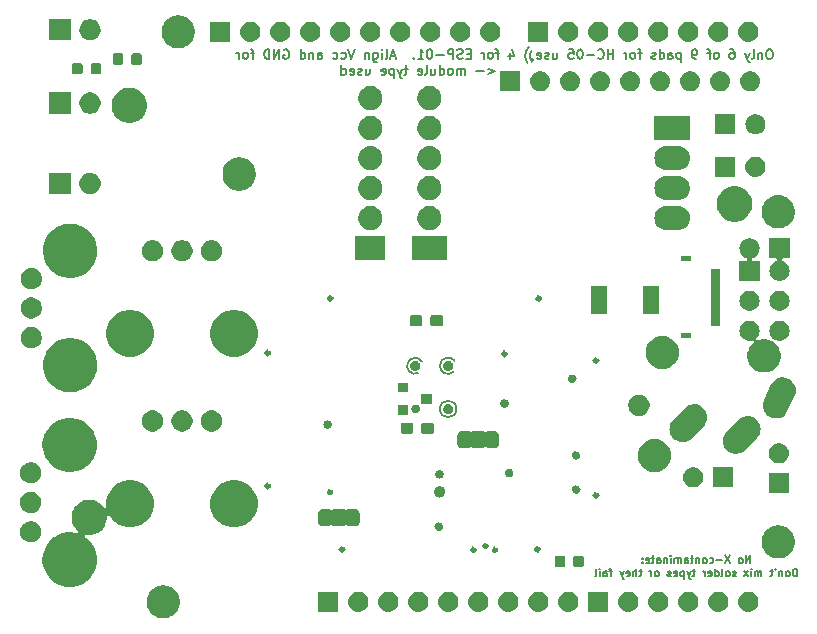
<source format=gbs>
G04 #@! TF.GenerationSoftware,KiCad,Pcbnew,5.1.4-e60b266~84~ubuntu16.04.1*
G04 #@! TF.CreationDate,2019-10-13T20:58:43-05:00*
G04 #@! TF.ProjectId,uno shield v1.0 project SMD,756e6f20-7368-4696-956c-642076312e30,rev?*
G04 #@! TF.SameCoordinates,Original*
G04 #@! TF.FileFunction,Soldermask,Bot*
G04 #@! TF.FilePolarity,Negative*
%FSLAX46Y46*%
G04 Gerber Fmt 4.6, Leading zero omitted, Abs format (unit mm)*
G04 Created by KiCad (PCBNEW 5.1.4-e60b266~84~ubuntu16.04.1) date 2019-10-13 20:58:43*
%MOMM*%
%LPD*%
G04 APERTURE LIST*
%ADD10C,1.150000*%
%ADD11C,0.330000*%
%ADD12C,0.150000*%
%ADD13C,0.200000*%
%ADD14C,0.500000*%
%ADD15C,0.100000*%
G04 APERTURE END LIST*
D10*
X138030386Y-123179988D02*
X137248066Y-123177448D01*
X149819360Y-116545360D02*
X149037040Y-116542820D01*
D11*
X137472114Y-115300847D02*
G75*
G03X137472114Y-115300847I-210265J0D01*
G01*
X144929554Y-113972427D02*
G75*
G03X144929554Y-113972427I-210265J0D01*
G01*
X146882814Y-123957167D02*
G75*
G03X146882814Y-123957167I-210265J0D01*
G01*
X146941234Y-119507087D02*
G75*
G03X146941234Y-119507087I-210265J0D01*
G01*
X152834034Y-119410567D02*
G75*
G03X152834034Y-119410567I-210265J0D01*
G01*
X158508394Y-120797407D02*
G75*
G03X158508394Y-120797407I-210265J0D01*
G01*
X158503314Y-117909427D02*
G75*
G03X158503314Y-117909427I-210265J0D01*
G01*
D12*
X147928127Y-110833532D02*
G75*
G02X148003260Y-109880400I-465887J516252D01*
G01*
X144914417Y-110941625D02*
G75*
G02X145219420Y-109954060I-253797J619265D01*
G01*
D13*
X154199708Y-84701972D02*
G75*
G02X154294840Y-83337400I826652J627972D01*
G01*
D12*
X154554490Y-84570773D02*
G75*
G02X154513280Y-83652360I476950J481533D01*
G01*
X174739030Y-83534944D02*
X174586649Y-83534944D01*
X174510459Y-83573040D01*
X174434268Y-83649230D01*
X174396173Y-83801611D01*
X174396173Y-84068278D01*
X174434268Y-84220659D01*
X174510459Y-84296849D01*
X174586649Y-84334944D01*
X174739030Y-84334944D01*
X174815220Y-84296849D01*
X174891411Y-84220659D01*
X174929506Y-84068278D01*
X174929506Y-83801611D01*
X174891411Y-83649230D01*
X174815220Y-83573040D01*
X174739030Y-83534944D01*
X174053316Y-83801611D02*
X174053316Y-84334944D01*
X174053316Y-83877801D02*
X174015220Y-83839706D01*
X173939030Y-83801611D01*
X173824744Y-83801611D01*
X173748554Y-83839706D01*
X173710459Y-83915897D01*
X173710459Y-84334944D01*
X173215220Y-84334944D02*
X173291411Y-84296849D01*
X173329506Y-84220659D01*
X173329506Y-83534944D01*
X172986649Y-83801611D02*
X172796173Y-84334944D01*
X172605697Y-83801611D02*
X172796173Y-84334944D01*
X172872363Y-84525420D01*
X172910459Y-84563516D01*
X172986649Y-84601611D01*
X171348554Y-83534944D02*
X171500935Y-83534944D01*
X171577125Y-83573040D01*
X171615220Y-83611135D01*
X171691411Y-83725420D01*
X171729506Y-83877801D01*
X171729506Y-84182563D01*
X171691411Y-84258754D01*
X171653316Y-84296849D01*
X171577125Y-84334944D01*
X171424744Y-84334944D01*
X171348554Y-84296849D01*
X171310459Y-84258754D01*
X171272363Y-84182563D01*
X171272363Y-83992087D01*
X171310459Y-83915897D01*
X171348554Y-83877801D01*
X171424744Y-83839706D01*
X171577125Y-83839706D01*
X171653316Y-83877801D01*
X171691411Y-83915897D01*
X171729506Y-83992087D01*
X170205697Y-84334944D02*
X170281887Y-84296849D01*
X170319982Y-84258754D01*
X170358078Y-84182563D01*
X170358078Y-83953992D01*
X170319982Y-83877801D01*
X170281887Y-83839706D01*
X170205697Y-83801611D01*
X170091411Y-83801611D01*
X170015220Y-83839706D01*
X169977125Y-83877801D01*
X169939030Y-83953992D01*
X169939030Y-84182563D01*
X169977125Y-84258754D01*
X170015220Y-84296849D01*
X170091411Y-84334944D01*
X170205697Y-84334944D01*
X169710459Y-83801611D02*
X169405697Y-83801611D01*
X169596173Y-84334944D02*
X169596173Y-83649230D01*
X169558078Y-83573040D01*
X169481887Y-83534944D01*
X169405697Y-83534944D01*
X168491411Y-84334944D02*
X168339030Y-84334944D01*
X168262840Y-84296849D01*
X168224744Y-84258754D01*
X168148554Y-84144468D01*
X168110459Y-83992087D01*
X168110459Y-83687325D01*
X168148554Y-83611135D01*
X168186649Y-83573040D01*
X168262840Y-83534944D01*
X168415220Y-83534944D01*
X168491411Y-83573040D01*
X168529506Y-83611135D01*
X168567601Y-83687325D01*
X168567601Y-83877801D01*
X168529506Y-83953992D01*
X168491411Y-83992087D01*
X168415220Y-84030182D01*
X168262840Y-84030182D01*
X168186649Y-83992087D01*
X168148554Y-83953992D01*
X168110459Y-83877801D01*
X167158078Y-83801611D02*
X167158078Y-84601611D01*
X167158078Y-83839706D02*
X167081887Y-83801611D01*
X166929506Y-83801611D01*
X166853316Y-83839706D01*
X166815220Y-83877801D01*
X166777125Y-83953992D01*
X166777125Y-84182563D01*
X166815220Y-84258754D01*
X166853316Y-84296849D01*
X166929506Y-84334944D01*
X167081887Y-84334944D01*
X167158078Y-84296849D01*
X166091411Y-84334944D02*
X166091411Y-83915897D01*
X166129506Y-83839706D01*
X166205697Y-83801611D01*
X166358078Y-83801611D01*
X166434268Y-83839706D01*
X166091411Y-84296849D02*
X166167601Y-84334944D01*
X166358078Y-84334944D01*
X166434268Y-84296849D01*
X166472363Y-84220659D01*
X166472363Y-84144468D01*
X166434268Y-84068278D01*
X166358078Y-84030182D01*
X166167601Y-84030182D01*
X166091411Y-83992087D01*
X165367601Y-84334944D02*
X165367601Y-83534944D01*
X165367601Y-84296849D02*
X165443792Y-84334944D01*
X165596173Y-84334944D01*
X165672363Y-84296849D01*
X165710459Y-84258754D01*
X165748554Y-84182563D01*
X165748554Y-83953992D01*
X165710459Y-83877801D01*
X165672363Y-83839706D01*
X165596173Y-83801611D01*
X165443792Y-83801611D01*
X165367601Y-83839706D01*
X165024744Y-84296849D02*
X164948554Y-84334944D01*
X164796173Y-84334944D01*
X164719982Y-84296849D01*
X164681887Y-84220659D01*
X164681887Y-84182563D01*
X164719982Y-84106373D01*
X164796173Y-84068278D01*
X164910459Y-84068278D01*
X164986649Y-84030182D01*
X165024744Y-83953992D01*
X165024744Y-83915897D01*
X164986649Y-83839706D01*
X164910459Y-83801611D01*
X164796173Y-83801611D01*
X164719982Y-83839706D01*
X163843792Y-83801611D02*
X163539030Y-83801611D01*
X163729506Y-84334944D02*
X163729506Y-83649230D01*
X163691411Y-83573040D01*
X163615220Y-83534944D01*
X163539030Y-83534944D01*
X163158078Y-84334944D02*
X163234268Y-84296849D01*
X163272363Y-84258754D01*
X163310459Y-84182563D01*
X163310459Y-83953992D01*
X163272363Y-83877801D01*
X163234268Y-83839706D01*
X163158078Y-83801611D01*
X163043792Y-83801611D01*
X162967601Y-83839706D01*
X162929506Y-83877801D01*
X162891411Y-83953992D01*
X162891411Y-84182563D01*
X162929506Y-84258754D01*
X162967601Y-84296849D01*
X163043792Y-84334944D01*
X163158078Y-84334944D01*
X162548554Y-84334944D02*
X162548554Y-83801611D01*
X162548554Y-83953992D02*
X162510459Y-83877801D01*
X162472363Y-83839706D01*
X162396173Y-83801611D01*
X162319982Y-83801611D01*
X161443792Y-84334944D02*
X161443792Y-83534944D01*
X161443792Y-83915897D02*
X160986649Y-83915897D01*
X160986649Y-84334944D02*
X160986649Y-83534944D01*
X160148554Y-84258754D02*
X160186649Y-84296849D01*
X160300935Y-84334944D01*
X160377125Y-84334944D01*
X160491411Y-84296849D01*
X160567601Y-84220659D01*
X160605697Y-84144468D01*
X160643792Y-83992087D01*
X160643792Y-83877801D01*
X160605697Y-83725420D01*
X160567601Y-83649230D01*
X160491411Y-83573040D01*
X160377125Y-83534944D01*
X160300935Y-83534944D01*
X160186649Y-83573040D01*
X160148554Y-83611135D01*
X159805697Y-84030182D02*
X159196173Y-84030182D01*
X158662840Y-83534944D02*
X158586649Y-83534944D01*
X158510459Y-83573040D01*
X158472363Y-83611135D01*
X158434268Y-83687325D01*
X158396173Y-83839706D01*
X158396173Y-84030182D01*
X158434268Y-84182563D01*
X158472363Y-84258754D01*
X158510459Y-84296849D01*
X158586649Y-84334944D01*
X158662840Y-84334944D01*
X158739030Y-84296849D01*
X158777125Y-84258754D01*
X158815220Y-84182563D01*
X158853316Y-84030182D01*
X158853316Y-83839706D01*
X158815220Y-83687325D01*
X158777125Y-83611135D01*
X158739030Y-83573040D01*
X158662840Y-83534944D01*
X157672363Y-83534944D02*
X158053316Y-83534944D01*
X158091411Y-83915897D01*
X158053316Y-83877801D01*
X157977125Y-83839706D01*
X157786649Y-83839706D01*
X157710459Y-83877801D01*
X157672363Y-83915897D01*
X157634268Y-83992087D01*
X157634268Y-84182563D01*
X157672363Y-84258754D01*
X157710459Y-84296849D01*
X157786649Y-84334944D01*
X157977125Y-84334944D01*
X158053316Y-84296849D01*
X158091411Y-84258754D01*
X156339030Y-83801611D02*
X156339030Y-84334944D01*
X156681887Y-83801611D02*
X156681887Y-84220659D01*
X156643792Y-84296849D01*
X156567601Y-84334944D01*
X156453316Y-84334944D01*
X156377125Y-84296849D01*
X156339030Y-84258754D01*
X155996173Y-84296849D02*
X155919982Y-84334944D01*
X155767601Y-84334944D01*
X155691411Y-84296849D01*
X155653316Y-84220659D01*
X155653316Y-84182563D01*
X155691411Y-84106373D01*
X155767601Y-84068278D01*
X155881887Y-84068278D01*
X155958078Y-84030182D01*
X155996173Y-83953992D01*
X155996173Y-83915897D01*
X155958078Y-83839706D01*
X155881887Y-83801611D01*
X155767601Y-83801611D01*
X155691411Y-83839706D01*
X155005697Y-84296849D02*
X155081887Y-84334944D01*
X155234268Y-84334944D01*
X155310459Y-84296849D01*
X155348554Y-84220659D01*
X155348554Y-83915897D01*
X155310459Y-83839706D01*
X155234268Y-83801611D01*
X155081887Y-83801611D01*
X155005697Y-83839706D01*
X154967601Y-83915897D01*
X154967601Y-83992087D01*
X155348554Y-84068278D01*
X154586649Y-84296849D02*
X154586649Y-84334944D01*
X154624744Y-84411135D01*
X154662840Y-84449230D01*
X152681887Y-83801611D02*
X152681887Y-84334944D01*
X152872363Y-83496849D02*
X153062840Y-84068278D01*
X152567601Y-84068278D01*
X151767601Y-83801611D02*
X151462840Y-83801611D01*
X151653316Y-84334944D02*
X151653316Y-83649230D01*
X151615220Y-83573040D01*
X151539030Y-83534944D01*
X151462840Y-83534944D01*
X151081887Y-84334944D02*
X151158078Y-84296849D01*
X151196173Y-84258754D01*
X151234268Y-84182563D01*
X151234268Y-83953992D01*
X151196173Y-83877801D01*
X151158078Y-83839706D01*
X151081887Y-83801611D01*
X150967601Y-83801611D01*
X150891411Y-83839706D01*
X150853316Y-83877801D01*
X150815220Y-83953992D01*
X150815220Y-84182563D01*
X150853316Y-84258754D01*
X150891411Y-84296849D01*
X150967601Y-84334944D01*
X151081887Y-84334944D01*
X150472363Y-84334944D02*
X150472363Y-83801611D01*
X150472363Y-83953992D02*
X150434268Y-83877801D01*
X150396173Y-83839706D01*
X150319982Y-83801611D01*
X150243792Y-83801611D01*
X149367601Y-83915897D02*
X149100935Y-83915897D01*
X148986649Y-84334944D02*
X149367601Y-84334944D01*
X149367601Y-83534944D01*
X148986649Y-83534944D01*
X148681887Y-84296849D02*
X148567601Y-84334944D01*
X148377125Y-84334944D01*
X148300935Y-84296849D01*
X148262840Y-84258754D01*
X148224744Y-84182563D01*
X148224744Y-84106373D01*
X148262840Y-84030182D01*
X148300935Y-83992087D01*
X148377125Y-83953992D01*
X148529506Y-83915897D01*
X148605697Y-83877801D01*
X148643792Y-83839706D01*
X148681887Y-83763516D01*
X148681887Y-83687325D01*
X148643792Y-83611135D01*
X148605697Y-83573040D01*
X148529506Y-83534944D01*
X148339030Y-83534944D01*
X148224744Y-83573040D01*
X147881887Y-84334944D02*
X147881887Y-83534944D01*
X147577125Y-83534944D01*
X147500935Y-83573040D01*
X147462840Y-83611135D01*
X147424744Y-83687325D01*
X147424744Y-83801611D01*
X147462840Y-83877801D01*
X147500935Y-83915897D01*
X147577125Y-83953992D01*
X147881887Y-83953992D01*
X147081887Y-84030182D02*
X146472363Y-84030182D01*
X145939030Y-83534944D02*
X145862840Y-83534944D01*
X145786649Y-83573040D01*
X145748554Y-83611135D01*
X145710459Y-83687325D01*
X145672363Y-83839706D01*
X145672363Y-84030182D01*
X145710459Y-84182563D01*
X145748554Y-84258754D01*
X145786649Y-84296849D01*
X145862840Y-84334944D01*
X145939030Y-84334944D01*
X146015220Y-84296849D01*
X146053316Y-84258754D01*
X146091411Y-84182563D01*
X146129506Y-84030182D01*
X146129506Y-83839706D01*
X146091411Y-83687325D01*
X146053316Y-83611135D01*
X146015220Y-83573040D01*
X145939030Y-83534944D01*
X144910459Y-84334944D02*
X145367601Y-84334944D01*
X145139030Y-84334944D02*
X145139030Y-83534944D01*
X145215220Y-83649230D01*
X145291411Y-83725420D01*
X145367601Y-83763516D01*
X144567601Y-84258754D02*
X144529506Y-84296849D01*
X144567601Y-84334944D01*
X144605697Y-84296849D01*
X144567601Y-84258754D01*
X144567601Y-84334944D01*
X143005697Y-84106373D02*
X142624744Y-84106373D01*
X143081887Y-84334944D02*
X142815220Y-83534944D01*
X142548554Y-84334944D01*
X142167601Y-84334944D02*
X142243792Y-84296849D01*
X142281887Y-84220659D01*
X142281887Y-83534944D01*
X141862840Y-84334944D02*
X141862840Y-83801611D01*
X141862840Y-83534944D02*
X141900935Y-83573040D01*
X141862840Y-83611135D01*
X141824744Y-83573040D01*
X141862840Y-83534944D01*
X141862840Y-83611135D01*
X141139030Y-83801611D02*
X141139030Y-84449230D01*
X141177125Y-84525420D01*
X141215220Y-84563516D01*
X141291411Y-84601611D01*
X141405697Y-84601611D01*
X141481887Y-84563516D01*
X141139030Y-84296849D02*
X141215220Y-84334944D01*
X141367601Y-84334944D01*
X141443792Y-84296849D01*
X141481887Y-84258754D01*
X141519982Y-84182563D01*
X141519982Y-83953992D01*
X141481887Y-83877801D01*
X141443792Y-83839706D01*
X141367601Y-83801611D01*
X141215220Y-83801611D01*
X141139030Y-83839706D01*
X140758078Y-83801611D02*
X140758078Y-84334944D01*
X140758078Y-83877801D02*
X140719982Y-83839706D01*
X140643792Y-83801611D01*
X140529506Y-83801611D01*
X140453316Y-83839706D01*
X140415220Y-83915897D01*
X140415220Y-84334944D01*
X139539030Y-83534944D02*
X139272363Y-84334944D01*
X139005697Y-83534944D01*
X138396173Y-84296849D02*
X138472363Y-84334944D01*
X138624744Y-84334944D01*
X138700935Y-84296849D01*
X138739030Y-84258754D01*
X138777125Y-84182563D01*
X138777125Y-83953992D01*
X138739030Y-83877801D01*
X138700935Y-83839706D01*
X138624744Y-83801611D01*
X138472363Y-83801611D01*
X138396173Y-83839706D01*
X137710459Y-84296849D02*
X137786649Y-84334944D01*
X137939030Y-84334944D01*
X138015220Y-84296849D01*
X138053316Y-84258754D01*
X138091411Y-84182563D01*
X138091411Y-83953992D01*
X138053316Y-83877801D01*
X138015220Y-83839706D01*
X137939030Y-83801611D01*
X137786649Y-83801611D01*
X137710459Y-83839706D01*
X136415220Y-84334944D02*
X136415220Y-83915897D01*
X136453316Y-83839706D01*
X136529506Y-83801611D01*
X136681887Y-83801611D01*
X136758078Y-83839706D01*
X136415220Y-84296849D02*
X136491411Y-84334944D01*
X136681887Y-84334944D01*
X136758078Y-84296849D01*
X136796173Y-84220659D01*
X136796173Y-84144468D01*
X136758078Y-84068278D01*
X136681887Y-84030182D01*
X136491411Y-84030182D01*
X136415220Y-83992087D01*
X136034268Y-83801611D02*
X136034268Y-84334944D01*
X136034268Y-83877801D02*
X135996173Y-83839706D01*
X135919982Y-83801611D01*
X135805697Y-83801611D01*
X135729506Y-83839706D01*
X135691411Y-83915897D01*
X135691411Y-84334944D01*
X134967601Y-84334944D02*
X134967601Y-83534944D01*
X134967601Y-84296849D02*
X135043792Y-84334944D01*
X135196173Y-84334944D01*
X135272363Y-84296849D01*
X135310459Y-84258754D01*
X135348554Y-84182563D01*
X135348554Y-83953992D01*
X135310459Y-83877801D01*
X135272363Y-83839706D01*
X135196173Y-83801611D01*
X135043792Y-83801611D01*
X134967601Y-83839706D01*
X133558078Y-83573040D02*
X133634268Y-83534944D01*
X133748554Y-83534944D01*
X133862840Y-83573040D01*
X133939030Y-83649230D01*
X133977125Y-83725420D01*
X134015220Y-83877801D01*
X134015220Y-83992087D01*
X133977125Y-84144468D01*
X133939030Y-84220659D01*
X133862840Y-84296849D01*
X133748554Y-84334944D01*
X133672363Y-84334944D01*
X133558078Y-84296849D01*
X133519982Y-84258754D01*
X133519982Y-83992087D01*
X133672363Y-83992087D01*
X133177125Y-84334944D02*
X133177125Y-83534944D01*
X132719982Y-84334944D01*
X132719982Y-83534944D01*
X132339030Y-84334944D02*
X132339030Y-83534944D01*
X132148554Y-83534944D01*
X132034268Y-83573040D01*
X131958078Y-83649230D01*
X131919982Y-83725420D01*
X131881887Y-83877801D01*
X131881887Y-83992087D01*
X131919982Y-84144468D01*
X131958078Y-84220659D01*
X132034268Y-84296849D01*
X132148554Y-84334944D01*
X132339030Y-84334944D01*
X131043792Y-83801611D02*
X130739030Y-83801611D01*
X130929506Y-84334944D02*
X130929506Y-83649230D01*
X130891411Y-83573040D01*
X130815220Y-83534944D01*
X130739030Y-83534944D01*
X130358078Y-84334944D02*
X130434268Y-84296849D01*
X130472363Y-84258754D01*
X130510459Y-84182563D01*
X130510459Y-83953992D01*
X130472363Y-83877801D01*
X130434268Y-83839706D01*
X130358078Y-83801611D01*
X130243792Y-83801611D01*
X130167601Y-83839706D01*
X130129506Y-83877801D01*
X130091411Y-83953992D01*
X130091411Y-84182563D01*
X130129506Y-84258754D01*
X130167601Y-84296849D01*
X130243792Y-84334944D01*
X130358078Y-84334944D01*
X129748554Y-84334944D02*
X129748554Y-83801611D01*
X129748554Y-83953992D02*
X129710459Y-83877801D01*
X129672363Y-83839706D01*
X129596173Y-83801611D01*
X129519982Y-83801611D01*
X150853316Y-85151611D02*
X151462840Y-85380182D01*
X150853316Y-85608754D01*
X150472363Y-85380182D02*
X149862840Y-85380182D01*
X148872363Y-85684944D02*
X148872363Y-85151611D01*
X148872363Y-85227801D02*
X148834268Y-85189706D01*
X148758078Y-85151611D01*
X148643792Y-85151611D01*
X148567601Y-85189706D01*
X148529506Y-85265897D01*
X148529506Y-85684944D01*
X148529506Y-85265897D02*
X148491411Y-85189706D01*
X148415220Y-85151611D01*
X148300935Y-85151611D01*
X148224744Y-85189706D01*
X148186649Y-85265897D01*
X148186649Y-85684944D01*
X147691411Y-85684944D02*
X147767601Y-85646849D01*
X147805697Y-85608754D01*
X147843792Y-85532563D01*
X147843792Y-85303992D01*
X147805697Y-85227801D01*
X147767601Y-85189706D01*
X147691411Y-85151611D01*
X147577125Y-85151611D01*
X147500935Y-85189706D01*
X147462840Y-85227801D01*
X147424744Y-85303992D01*
X147424744Y-85532563D01*
X147462840Y-85608754D01*
X147500935Y-85646849D01*
X147577125Y-85684944D01*
X147691411Y-85684944D01*
X146739030Y-85684944D02*
X146739030Y-84884944D01*
X146739030Y-85646849D02*
X146815220Y-85684944D01*
X146967601Y-85684944D01*
X147043792Y-85646849D01*
X147081887Y-85608754D01*
X147119982Y-85532563D01*
X147119982Y-85303992D01*
X147081887Y-85227801D01*
X147043792Y-85189706D01*
X146967601Y-85151611D01*
X146815220Y-85151611D01*
X146739030Y-85189706D01*
X146015220Y-85151611D02*
X146015220Y-85684944D01*
X146358078Y-85151611D02*
X146358078Y-85570659D01*
X146319982Y-85646849D01*
X146243792Y-85684944D01*
X146129506Y-85684944D01*
X146053316Y-85646849D01*
X146015220Y-85608754D01*
X145519982Y-85684944D02*
X145596173Y-85646849D01*
X145634268Y-85570659D01*
X145634268Y-84884944D01*
X144910459Y-85646849D02*
X144986649Y-85684944D01*
X145139030Y-85684944D01*
X145215220Y-85646849D01*
X145253316Y-85570659D01*
X145253316Y-85265897D01*
X145215220Y-85189706D01*
X145139030Y-85151611D01*
X144986649Y-85151611D01*
X144910459Y-85189706D01*
X144872363Y-85265897D01*
X144872363Y-85342087D01*
X145253316Y-85418278D01*
X144034268Y-85151611D02*
X143729506Y-85151611D01*
X143919982Y-84884944D02*
X143919982Y-85570659D01*
X143881887Y-85646849D01*
X143805697Y-85684944D01*
X143729506Y-85684944D01*
X143539030Y-85151611D02*
X143348554Y-85684944D01*
X143158078Y-85151611D02*
X143348554Y-85684944D01*
X143424744Y-85875420D01*
X143462840Y-85913516D01*
X143539030Y-85951611D01*
X142853316Y-85151611D02*
X142853316Y-85951611D01*
X142853316Y-85189706D02*
X142777125Y-85151611D01*
X142624744Y-85151611D01*
X142548554Y-85189706D01*
X142510459Y-85227801D01*
X142472363Y-85303992D01*
X142472363Y-85532563D01*
X142510459Y-85608754D01*
X142548554Y-85646849D01*
X142624744Y-85684944D01*
X142777125Y-85684944D01*
X142853316Y-85646849D01*
X141824744Y-85646849D02*
X141900935Y-85684944D01*
X142053316Y-85684944D01*
X142129506Y-85646849D01*
X142167601Y-85570659D01*
X142167601Y-85265897D01*
X142129506Y-85189706D01*
X142053316Y-85151611D01*
X141900935Y-85151611D01*
X141824744Y-85189706D01*
X141786649Y-85265897D01*
X141786649Y-85342087D01*
X142167601Y-85418278D01*
X140491411Y-85151611D02*
X140491411Y-85684944D01*
X140834268Y-85151611D02*
X140834268Y-85570659D01*
X140796173Y-85646849D01*
X140719982Y-85684944D01*
X140605697Y-85684944D01*
X140529506Y-85646849D01*
X140491411Y-85608754D01*
X140148554Y-85646849D02*
X140072363Y-85684944D01*
X139919982Y-85684944D01*
X139843792Y-85646849D01*
X139805697Y-85570659D01*
X139805697Y-85532563D01*
X139843792Y-85456373D01*
X139919982Y-85418278D01*
X140034268Y-85418278D01*
X140110459Y-85380182D01*
X140148554Y-85303992D01*
X140148554Y-85265897D01*
X140110459Y-85189706D01*
X140034268Y-85151611D01*
X139919982Y-85151611D01*
X139843792Y-85189706D01*
X139158078Y-85646849D02*
X139234268Y-85684944D01*
X139386649Y-85684944D01*
X139462840Y-85646849D01*
X139500935Y-85570659D01*
X139500935Y-85265897D01*
X139462840Y-85189706D01*
X139386649Y-85151611D01*
X139234268Y-85151611D01*
X139158078Y-85189706D01*
X139119982Y-85265897D01*
X139119982Y-85342087D01*
X139500935Y-85418278D01*
X138434268Y-85684944D02*
X138434268Y-84884944D01*
X138434268Y-85646849D02*
X138510459Y-85684944D01*
X138662840Y-85684944D01*
X138739030Y-85646849D01*
X138777125Y-85608754D01*
X138815220Y-85532563D01*
X138815220Y-85303992D01*
X138777125Y-85227801D01*
X138739030Y-85189706D01*
X138662840Y-85151611D01*
X138510459Y-85151611D01*
X138434268Y-85189706D01*
D13*
X148167915Y-113974880D02*
G75*
G03X148167915Y-113974880I-703135J0D01*
G01*
D11*
X144837190Y-110317665D02*
G75*
G03X144837190Y-110317665I-169375J0D01*
G01*
X147643449Y-110317665D02*
G75*
G03X147643449Y-110317665I-169375J0D01*
G01*
X147643449Y-113987665D02*
G75*
G03X147643449Y-113987665I-169375J0D01*
G01*
X138635761Y-125849380D02*
G75*
G03X138635761Y-125849380I-154961J0D01*
G01*
X155173680Y-125849380D02*
G75*
G03X155173680Y-125849380I-154940J0D01*
G01*
X160136860Y-121279920D02*
G75*
G03X160136860Y-121279920I-157500J0D01*
G01*
X160134300Y-109888020D02*
G75*
G03X160134300Y-109888020I-154940J0D01*
G01*
X155287980Y-104609900D02*
G75*
G03X155287980Y-104609900I-157480J0D01*
G01*
X137634980Y-104607360D02*
G75*
G03X137634980Y-104607360I-152400J0D01*
G01*
X132342103Y-109227620D02*
G75*
G03X132342103Y-109227620I-152883J0D01*
G01*
X132341620Y-120487440D02*
G75*
G03X132341620Y-120487440I-152400J0D01*
G01*
D12*
X173060952Y-127021547D02*
X173060952Y-126371547D01*
X172689523Y-127021547D01*
X172689523Y-126371547D01*
X172287142Y-127021547D02*
X172349047Y-126990595D01*
X172380000Y-126959642D01*
X172410952Y-126897738D01*
X172410952Y-126712023D01*
X172380000Y-126650119D01*
X172349047Y-126619166D01*
X172287142Y-126588214D01*
X172194285Y-126588214D01*
X172132380Y-126619166D01*
X172101428Y-126650119D01*
X172070476Y-126712023D01*
X172070476Y-126897738D01*
X172101428Y-126959642D01*
X172132380Y-126990595D01*
X172194285Y-127021547D01*
X172287142Y-127021547D01*
X171358571Y-126371547D02*
X170925238Y-127021547D01*
X170925238Y-126371547D02*
X171358571Y-127021547D01*
X170677619Y-126773928D02*
X170182380Y-126773928D01*
X169594285Y-126990595D02*
X169656190Y-127021547D01*
X169780000Y-127021547D01*
X169841904Y-126990595D01*
X169872857Y-126959642D01*
X169903809Y-126897738D01*
X169903809Y-126712023D01*
X169872857Y-126650119D01*
X169841904Y-126619166D01*
X169780000Y-126588214D01*
X169656190Y-126588214D01*
X169594285Y-126619166D01*
X169222857Y-127021547D02*
X169284761Y-126990595D01*
X169315714Y-126959642D01*
X169346666Y-126897738D01*
X169346666Y-126712023D01*
X169315714Y-126650119D01*
X169284761Y-126619166D01*
X169222857Y-126588214D01*
X169130000Y-126588214D01*
X169068095Y-126619166D01*
X169037142Y-126650119D01*
X169006190Y-126712023D01*
X169006190Y-126897738D01*
X169037142Y-126959642D01*
X169068095Y-126990595D01*
X169130000Y-127021547D01*
X169222857Y-127021547D01*
X168727619Y-126588214D02*
X168727619Y-127021547D01*
X168727619Y-126650119D02*
X168696666Y-126619166D01*
X168634761Y-126588214D01*
X168541904Y-126588214D01*
X168480000Y-126619166D01*
X168449047Y-126681071D01*
X168449047Y-127021547D01*
X168232380Y-126588214D02*
X167984761Y-126588214D01*
X168139523Y-126371547D02*
X168139523Y-126928690D01*
X168108571Y-126990595D01*
X168046666Y-127021547D01*
X167984761Y-127021547D01*
X167489523Y-127021547D02*
X167489523Y-126681071D01*
X167520476Y-126619166D01*
X167582380Y-126588214D01*
X167706190Y-126588214D01*
X167768095Y-126619166D01*
X167489523Y-126990595D02*
X167551428Y-127021547D01*
X167706190Y-127021547D01*
X167768095Y-126990595D01*
X167799047Y-126928690D01*
X167799047Y-126866785D01*
X167768095Y-126804880D01*
X167706190Y-126773928D01*
X167551428Y-126773928D01*
X167489523Y-126742976D01*
X167180000Y-127021547D02*
X167180000Y-126588214D01*
X167180000Y-126650119D02*
X167149047Y-126619166D01*
X167087142Y-126588214D01*
X166994285Y-126588214D01*
X166932380Y-126619166D01*
X166901428Y-126681071D01*
X166901428Y-127021547D01*
X166901428Y-126681071D02*
X166870476Y-126619166D01*
X166808571Y-126588214D01*
X166715714Y-126588214D01*
X166653809Y-126619166D01*
X166622857Y-126681071D01*
X166622857Y-127021547D01*
X166313333Y-127021547D02*
X166313333Y-126588214D01*
X166313333Y-126371547D02*
X166344285Y-126402500D01*
X166313333Y-126433452D01*
X166282380Y-126402500D01*
X166313333Y-126371547D01*
X166313333Y-126433452D01*
X166003809Y-126588214D02*
X166003809Y-127021547D01*
X166003809Y-126650119D02*
X165972857Y-126619166D01*
X165910952Y-126588214D01*
X165818095Y-126588214D01*
X165756190Y-126619166D01*
X165725238Y-126681071D01*
X165725238Y-127021547D01*
X165137142Y-127021547D02*
X165137142Y-126681071D01*
X165168095Y-126619166D01*
X165230000Y-126588214D01*
X165353809Y-126588214D01*
X165415714Y-126619166D01*
X165137142Y-126990595D02*
X165199047Y-127021547D01*
X165353809Y-127021547D01*
X165415714Y-126990595D01*
X165446666Y-126928690D01*
X165446666Y-126866785D01*
X165415714Y-126804880D01*
X165353809Y-126773928D01*
X165199047Y-126773928D01*
X165137142Y-126742976D01*
X164920476Y-126588214D02*
X164672857Y-126588214D01*
X164827619Y-126371547D02*
X164827619Y-126928690D01*
X164796666Y-126990595D01*
X164734761Y-127021547D01*
X164672857Y-127021547D01*
X164208571Y-126990595D02*
X164270476Y-127021547D01*
X164394285Y-127021547D01*
X164456190Y-126990595D01*
X164487142Y-126928690D01*
X164487142Y-126681071D01*
X164456190Y-126619166D01*
X164394285Y-126588214D01*
X164270476Y-126588214D01*
X164208571Y-126619166D01*
X164177619Y-126681071D01*
X164177619Y-126742976D01*
X164487142Y-126804880D01*
X163899047Y-126959642D02*
X163868095Y-126990595D01*
X163899047Y-127021547D01*
X163930000Y-126990595D01*
X163899047Y-126959642D01*
X163899047Y-127021547D01*
X163899047Y-126619166D02*
X163868095Y-126650119D01*
X163899047Y-126681071D01*
X163930000Y-126650119D01*
X163899047Y-126619166D01*
X163899047Y-126681071D01*
X176991904Y-128146547D02*
X176991904Y-127496547D01*
X176837142Y-127496547D01*
X176744285Y-127527500D01*
X176682380Y-127589404D01*
X176651428Y-127651309D01*
X176620476Y-127775119D01*
X176620476Y-127867976D01*
X176651428Y-127991785D01*
X176682380Y-128053690D01*
X176744285Y-128115595D01*
X176837142Y-128146547D01*
X176991904Y-128146547D01*
X176249047Y-128146547D02*
X176310952Y-128115595D01*
X176341904Y-128084642D01*
X176372857Y-128022738D01*
X176372857Y-127837023D01*
X176341904Y-127775119D01*
X176310952Y-127744166D01*
X176249047Y-127713214D01*
X176156190Y-127713214D01*
X176094285Y-127744166D01*
X176063333Y-127775119D01*
X176032380Y-127837023D01*
X176032380Y-128022738D01*
X176063333Y-128084642D01*
X176094285Y-128115595D01*
X176156190Y-128146547D01*
X176249047Y-128146547D01*
X175753809Y-127713214D02*
X175753809Y-128146547D01*
X175753809Y-127775119D02*
X175722857Y-127744166D01*
X175660952Y-127713214D01*
X175568095Y-127713214D01*
X175506190Y-127744166D01*
X175475238Y-127806071D01*
X175475238Y-128146547D01*
X175134761Y-127496547D02*
X175196666Y-127620357D01*
X174949047Y-127713214D02*
X174701428Y-127713214D01*
X174856190Y-127496547D02*
X174856190Y-128053690D01*
X174825238Y-128115595D01*
X174763333Y-128146547D01*
X174701428Y-128146547D01*
X173989523Y-128146547D02*
X173989523Y-127713214D01*
X173989523Y-127775119D02*
X173958571Y-127744166D01*
X173896666Y-127713214D01*
X173803809Y-127713214D01*
X173741904Y-127744166D01*
X173710952Y-127806071D01*
X173710952Y-128146547D01*
X173710952Y-127806071D02*
X173680000Y-127744166D01*
X173618095Y-127713214D01*
X173525238Y-127713214D01*
X173463333Y-127744166D01*
X173432380Y-127806071D01*
X173432380Y-128146547D01*
X173122857Y-128146547D02*
X173122857Y-127713214D01*
X173122857Y-127496547D02*
X173153809Y-127527500D01*
X173122857Y-127558452D01*
X173091904Y-127527500D01*
X173122857Y-127496547D01*
X173122857Y-127558452D01*
X172875238Y-128146547D02*
X172534761Y-127713214D01*
X172875238Y-127713214D02*
X172534761Y-128146547D01*
X171822857Y-128115595D02*
X171760952Y-128146547D01*
X171637142Y-128146547D01*
X171575238Y-128115595D01*
X171544285Y-128053690D01*
X171544285Y-128022738D01*
X171575238Y-127960833D01*
X171637142Y-127929880D01*
X171730000Y-127929880D01*
X171791904Y-127898928D01*
X171822857Y-127837023D01*
X171822857Y-127806071D01*
X171791904Y-127744166D01*
X171730000Y-127713214D01*
X171637142Y-127713214D01*
X171575238Y-127744166D01*
X171172857Y-128146547D02*
X171234761Y-128115595D01*
X171265714Y-128084642D01*
X171296666Y-128022738D01*
X171296666Y-127837023D01*
X171265714Y-127775119D01*
X171234761Y-127744166D01*
X171172857Y-127713214D01*
X171080000Y-127713214D01*
X171018095Y-127744166D01*
X170987142Y-127775119D01*
X170956190Y-127837023D01*
X170956190Y-128022738D01*
X170987142Y-128084642D01*
X171018095Y-128115595D01*
X171080000Y-128146547D01*
X171172857Y-128146547D01*
X170584761Y-128146547D02*
X170646666Y-128115595D01*
X170677619Y-128053690D01*
X170677619Y-127496547D01*
X170058571Y-128146547D02*
X170058571Y-127496547D01*
X170058571Y-128115595D02*
X170120476Y-128146547D01*
X170244285Y-128146547D01*
X170306190Y-128115595D01*
X170337142Y-128084642D01*
X170368095Y-128022738D01*
X170368095Y-127837023D01*
X170337142Y-127775119D01*
X170306190Y-127744166D01*
X170244285Y-127713214D01*
X170120476Y-127713214D01*
X170058571Y-127744166D01*
X169501428Y-128115595D02*
X169563333Y-128146547D01*
X169687142Y-128146547D01*
X169749047Y-128115595D01*
X169780000Y-128053690D01*
X169780000Y-127806071D01*
X169749047Y-127744166D01*
X169687142Y-127713214D01*
X169563333Y-127713214D01*
X169501428Y-127744166D01*
X169470476Y-127806071D01*
X169470476Y-127867976D01*
X169780000Y-127929880D01*
X169191904Y-128146547D02*
X169191904Y-127713214D01*
X169191904Y-127837023D02*
X169160952Y-127775119D01*
X169130000Y-127744166D01*
X169068095Y-127713214D01*
X169006190Y-127713214D01*
X168387142Y-127713214D02*
X168139523Y-127713214D01*
X168294285Y-127496547D02*
X168294285Y-128053690D01*
X168263333Y-128115595D01*
X168201428Y-128146547D01*
X168139523Y-128146547D01*
X167984761Y-127713214D02*
X167830000Y-128146547D01*
X167675238Y-127713214D02*
X167830000Y-128146547D01*
X167891904Y-128301309D01*
X167922857Y-128332261D01*
X167984761Y-128363214D01*
X167427619Y-127713214D02*
X167427619Y-128363214D01*
X167427619Y-127744166D02*
X167365714Y-127713214D01*
X167241904Y-127713214D01*
X167180000Y-127744166D01*
X167149047Y-127775119D01*
X167118095Y-127837023D01*
X167118095Y-128022738D01*
X167149047Y-128084642D01*
X167180000Y-128115595D01*
X167241904Y-128146547D01*
X167365714Y-128146547D01*
X167427619Y-128115595D01*
X166591904Y-128115595D02*
X166653809Y-128146547D01*
X166777619Y-128146547D01*
X166839523Y-128115595D01*
X166870476Y-128053690D01*
X166870476Y-127806071D01*
X166839523Y-127744166D01*
X166777619Y-127713214D01*
X166653809Y-127713214D01*
X166591904Y-127744166D01*
X166560952Y-127806071D01*
X166560952Y-127867976D01*
X166870476Y-127929880D01*
X166313333Y-128115595D02*
X166251428Y-128146547D01*
X166127619Y-128146547D01*
X166065714Y-128115595D01*
X166034761Y-128053690D01*
X166034761Y-128022738D01*
X166065714Y-127960833D01*
X166127619Y-127929880D01*
X166220476Y-127929880D01*
X166282380Y-127898928D01*
X166313333Y-127837023D01*
X166313333Y-127806071D01*
X166282380Y-127744166D01*
X166220476Y-127713214D01*
X166127619Y-127713214D01*
X166065714Y-127744166D01*
X165168095Y-128146547D02*
X165230000Y-128115595D01*
X165260952Y-128084642D01*
X165291904Y-128022738D01*
X165291904Y-127837023D01*
X165260952Y-127775119D01*
X165230000Y-127744166D01*
X165168095Y-127713214D01*
X165075238Y-127713214D01*
X165013333Y-127744166D01*
X164982380Y-127775119D01*
X164951428Y-127837023D01*
X164951428Y-128022738D01*
X164982380Y-128084642D01*
X165013333Y-128115595D01*
X165075238Y-128146547D01*
X165168095Y-128146547D01*
X164672857Y-128146547D02*
X164672857Y-127713214D01*
X164672857Y-127837023D02*
X164641904Y-127775119D01*
X164610952Y-127744166D01*
X164549047Y-127713214D01*
X164487142Y-127713214D01*
X163868095Y-127713214D02*
X163620476Y-127713214D01*
X163775238Y-127496547D02*
X163775238Y-128053690D01*
X163744285Y-128115595D01*
X163682380Y-128146547D01*
X163620476Y-128146547D01*
X163403809Y-128146547D02*
X163403809Y-127496547D01*
X163125238Y-128146547D02*
X163125238Y-127806071D01*
X163156190Y-127744166D01*
X163218095Y-127713214D01*
X163310952Y-127713214D01*
X163372857Y-127744166D01*
X163403809Y-127775119D01*
X162568095Y-128115595D02*
X162630000Y-128146547D01*
X162753809Y-128146547D01*
X162815714Y-128115595D01*
X162846666Y-128053690D01*
X162846666Y-127806071D01*
X162815714Y-127744166D01*
X162753809Y-127713214D01*
X162630000Y-127713214D01*
X162568095Y-127744166D01*
X162537142Y-127806071D01*
X162537142Y-127867976D01*
X162846666Y-127929880D01*
X162320476Y-127713214D02*
X162165714Y-128146547D01*
X162010952Y-127713214D02*
X162165714Y-128146547D01*
X162227619Y-128301309D01*
X162258571Y-128332261D01*
X162320476Y-128363214D01*
X161360952Y-127713214D02*
X161113333Y-127713214D01*
X161268095Y-128146547D02*
X161268095Y-127589404D01*
X161237142Y-127527500D01*
X161175238Y-127496547D01*
X161113333Y-127496547D01*
X160618095Y-128146547D02*
X160618095Y-127806071D01*
X160649047Y-127744166D01*
X160710952Y-127713214D01*
X160834761Y-127713214D01*
X160896666Y-127744166D01*
X160618095Y-128115595D02*
X160680000Y-128146547D01*
X160834761Y-128146547D01*
X160896666Y-128115595D01*
X160927619Y-128053690D01*
X160927619Y-127991785D01*
X160896666Y-127929880D01*
X160834761Y-127898928D01*
X160680000Y-127898928D01*
X160618095Y-127867976D01*
X160308571Y-128146547D02*
X160308571Y-127713214D01*
X160308571Y-127496547D02*
X160339523Y-127527500D01*
X160308571Y-127558452D01*
X160277619Y-127527500D01*
X160308571Y-127496547D01*
X160308571Y-127558452D01*
X159906190Y-128146547D02*
X159968095Y-128115595D01*
X159999047Y-128053690D01*
X159999047Y-127496547D01*
D11*
X152773380Y-119407940D02*
G75*
G03X152773380Y-119407940I-154940J0D01*
G01*
X152388128Y-109318376D02*
G75*
G03X152388128Y-109318376I-153596J0D01*
G01*
X158178194Y-111417187D02*
G75*
G03X158178194Y-111417187I-210265J0D01*
G01*
X152469245Y-113510038D02*
G75*
G03X152469245Y-113510038I-227662J0D01*
G01*
D14*
X146989469Y-120989467D02*
G75*
G03X146989469Y-120989467I-244592J0D01*
G01*
D11*
X151560477Y-125906102D02*
G75*
G03X151560477Y-125906102I-140000J0D01*
G01*
X150748909Y-125574737D02*
G75*
G03X150748909Y-125574737I-140000J0D01*
G01*
X149739847Y-125900075D02*
G75*
G03X149739847Y-125900075I-140000J0D01*
G01*
X137601828Y-121006941D02*
G75*
G03X137601828Y-121006941I-140000J0D01*
G01*
D15*
G36*
X123613127Y-128926901D02*
G01*
X123748365Y-128953801D01*
X124003149Y-129059336D01*
X124232448Y-129212549D01*
X124427451Y-129407552D01*
X124580664Y-129636851D01*
X124658798Y-129825482D01*
X124686199Y-129891636D01*
X124740000Y-130162111D01*
X124740000Y-130437889D01*
X124734283Y-130466629D01*
X124686199Y-130708365D01*
X124580664Y-130963149D01*
X124427451Y-131192448D01*
X124232448Y-131387451D01*
X124003149Y-131540664D01*
X123748365Y-131646199D01*
X123613127Y-131673099D01*
X123477889Y-131700000D01*
X123202111Y-131700000D01*
X123066873Y-131673099D01*
X122931635Y-131646199D01*
X122676851Y-131540664D01*
X122447552Y-131387451D01*
X122252549Y-131192448D01*
X122099336Y-130963149D01*
X121993801Y-130708365D01*
X121945717Y-130466629D01*
X121940000Y-130437889D01*
X121940000Y-130162111D01*
X121993801Y-129891636D01*
X122021203Y-129825482D01*
X122099336Y-129636851D01*
X122252549Y-129407552D01*
X122447552Y-129212549D01*
X122676851Y-129059336D01*
X122931635Y-128953801D01*
X123066873Y-128926901D01*
X123202111Y-128900000D01*
X123477889Y-128900000D01*
X123613127Y-128926901D01*
X123613127Y-128926901D01*
G37*
G36*
X157796627Y-129462299D02*
G01*
X157876742Y-129486602D01*
X157956855Y-129510903D01*
X157956857Y-129510904D01*
X158104518Y-129589831D01*
X158233949Y-129696051D01*
X158340169Y-129825482D01*
X158419096Y-129973143D01*
X158467701Y-130133373D01*
X158484112Y-130300000D01*
X158467701Y-130466627D01*
X158419096Y-130626857D01*
X158340169Y-130774518D01*
X158233949Y-130903949D01*
X158104518Y-131010169D01*
X157956857Y-131089096D01*
X157956855Y-131089097D01*
X157876742Y-131113399D01*
X157796627Y-131137701D01*
X157671752Y-131150000D01*
X157588248Y-131150000D01*
X157463373Y-131137701D01*
X157383258Y-131113398D01*
X157303145Y-131089097D01*
X157303143Y-131089096D01*
X157155482Y-131010169D01*
X157026051Y-130903949D01*
X156919831Y-130774518D01*
X156840904Y-130626857D01*
X156792299Y-130466627D01*
X156775888Y-130300000D01*
X156792299Y-130133373D01*
X156840904Y-129973143D01*
X156919831Y-129825482D01*
X157026051Y-129696051D01*
X157155482Y-129589831D01*
X157303143Y-129510904D01*
X157303145Y-129510903D01*
X157383258Y-129486602D01*
X157463373Y-129462299D01*
X157588248Y-129450000D01*
X157671752Y-129450000D01*
X157796627Y-129462299D01*
X157796627Y-129462299D01*
G37*
G36*
X170496627Y-129462299D02*
G01*
X170576742Y-129486602D01*
X170656855Y-129510903D01*
X170656857Y-129510904D01*
X170804518Y-129589831D01*
X170933949Y-129696051D01*
X171040169Y-129825482D01*
X171119096Y-129973143D01*
X171167701Y-130133373D01*
X171184112Y-130300000D01*
X171167701Y-130466627D01*
X171119096Y-130626857D01*
X171040169Y-130774518D01*
X170933949Y-130903949D01*
X170804518Y-131010169D01*
X170656857Y-131089096D01*
X170656855Y-131089097D01*
X170576742Y-131113399D01*
X170496627Y-131137701D01*
X170371752Y-131150000D01*
X170288248Y-131150000D01*
X170163373Y-131137701D01*
X170083258Y-131113398D01*
X170003145Y-131089097D01*
X170003143Y-131089096D01*
X169855482Y-131010169D01*
X169726051Y-130903949D01*
X169619831Y-130774518D01*
X169540904Y-130626857D01*
X169492299Y-130466627D01*
X169475888Y-130300000D01*
X169492299Y-130133373D01*
X169540904Y-129973143D01*
X169619831Y-129825482D01*
X169726051Y-129696051D01*
X169855482Y-129589831D01*
X170003143Y-129510904D01*
X170003145Y-129510903D01*
X170083258Y-129486602D01*
X170163373Y-129462299D01*
X170288248Y-129450000D01*
X170371752Y-129450000D01*
X170496627Y-129462299D01*
X170496627Y-129462299D01*
G37*
G36*
X173036627Y-129462299D02*
G01*
X173116742Y-129486602D01*
X173196855Y-129510903D01*
X173196857Y-129510904D01*
X173344518Y-129589831D01*
X173473949Y-129696051D01*
X173580169Y-129825482D01*
X173659096Y-129973143D01*
X173707701Y-130133373D01*
X173724112Y-130300000D01*
X173707701Y-130466627D01*
X173659096Y-130626857D01*
X173580169Y-130774518D01*
X173473949Y-130903949D01*
X173344518Y-131010169D01*
X173196857Y-131089096D01*
X173196855Y-131089097D01*
X173116742Y-131113399D01*
X173036627Y-131137701D01*
X172911752Y-131150000D01*
X172828248Y-131150000D01*
X172703373Y-131137701D01*
X172623258Y-131113398D01*
X172543145Y-131089097D01*
X172543143Y-131089096D01*
X172395482Y-131010169D01*
X172266051Y-130903949D01*
X172159831Y-130774518D01*
X172080904Y-130626857D01*
X172032299Y-130466627D01*
X172015888Y-130300000D01*
X172032299Y-130133373D01*
X172080904Y-129973143D01*
X172159831Y-129825482D01*
X172266051Y-129696051D01*
X172395482Y-129589831D01*
X172543143Y-129510904D01*
X172543145Y-129510903D01*
X172623258Y-129486602D01*
X172703373Y-129462299D01*
X172828248Y-129450000D01*
X172911752Y-129450000D01*
X173036627Y-129462299D01*
X173036627Y-129462299D01*
G37*
G36*
X167956627Y-129462299D02*
G01*
X168036742Y-129486602D01*
X168116855Y-129510903D01*
X168116857Y-129510904D01*
X168264518Y-129589831D01*
X168393949Y-129696051D01*
X168500169Y-129825482D01*
X168579096Y-129973143D01*
X168627701Y-130133373D01*
X168644112Y-130300000D01*
X168627701Y-130466627D01*
X168579096Y-130626857D01*
X168500169Y-130774518D01*
X168393949Y-130903949D01*
X168264518Y-131010169D01*
X168116857Y-131089096D01*
X168116855Y-131089097D01*
X168036742Y-131113399D01*
X167956627Y-131137701D01*
X167831752Y-131150000D01*
X167748248Y-131150000D01*
X167623373Y-131137701D01*
X167543258Y-131113398D01*
X167463145Y-131089097D01*
X167463143Y-131089096D01*
X167315482Y-131010169D01*
X167186051Y-130903949D01*
X167079831Y-130774518D01*
X167000904Y-130626857D01*
X166952299Y-130466627D01*
X166935888Y-130300000D01*
X166952299Y-130133373D01*
X167000904Y-129973143D01*
X167079831Y-129825482D01*
X167186051Y-129696051D01*
X167315482Y-129589831D01*
X167463143Y-129510904D01*
X167463145Y-129510903D01*
X167543258Y-129486602D01*
X167623373Y-129462299D01*
X167748248Y-129450000D01*
X167831752Y-129450000D01*
X167956627Y-129462299D01*
X167956627Y-129462299D01*
G37*
G36*
X165416627Y-129462299D02*
G01*
X165496742Y-129486602D01*
X165576855Y-129510903D01*
X165576857Y-129510904D01*
X165724518Y-129589831D01*
X165853949Y-129696051D01*
X165960169Y-129825482D01*
X166039096Y-129973143D01*
X166087701Y-130133373D01*
X166104112Y-130300000D01*
X166087701Y-130466627D01*
X166039096Y-130626857D01*
X165960169Y-130774518D01*
X165853949Y-130903949D01*
X165724518Y-131010169D01*
X165576857Y-131089096D01*
X165576855Y-131089097D01*
X165496742Y-131113399D01*
X165416627Y-131137701D01*
X165291752Y-131150000D01*
X165208248Y-131150000D01*
X165083373Y-131137701D01*
X165003258Y-131113398D01*
X164923145Y-131089097D01*
X164923143Y-131089096D01*
X164775482Y-131010169D01*
X164646051Y-130903949D01*
X164539831Y-130774518D01*
X164460904Y-130626857D01*
X164412299Y-130466627D01*
X164395888Y-130300000D01*
X164412299Y-130133373D01*
X164460904Y-129973143D01*
X164539831Y-129825482D01*
X164646051Y-129696051D01*
X164775482Y-129589831D01*
X164923143Y-129510904D01*
X164923145Y-129510903D01*
X165003258Y-129486602D01*
X165083373Y-129462299D01*
X165208248Y-129450000D01*
X165291752Y-129450000D01*
X165416627Y-129462299D01*
X165416627Y-129462299D01*
G37*
G36*
X162876627Y-129462299D02*
G01*
X162956742Y-129486602D01*
X163036855Y-129510903D01*
X163036857Y-129510904D01*
X163184518Y-129589831D01*
X163313949Y-129696051D01*
X163420169Y-129825482D01*
X163499096Y-129973143D01*
X163547701Y-130133373D01*
X163564112Y-130300000D01*
X163547701Y-130466627D01*
X163499096Y-130626857D01*
X163420169Y-130774518D01*
X163313949Y-130903949D01*
X163184518Y-131010169D01*
X163036857Y-131089096D01*
X163036855Y-131089097D01*
X162956742Y-131113399D01*
X162876627Y-131137701D01*
X162751752Y-131150000D01*
X162668248Y-131150000D01*
X162543373Y-131137701D01*
X162463258Y-131113398D01*
X162383145Y-131089097D01*
X162383143Y-131089096D01*
X162235482Y-131010169D01*
X162106051Y-130903949D01*
X161999831Y-130774518D01*
X161920904Y-130626857D01*
X161872299Y-130466627D01*
X161855888Y-130300000D01*
X161872299Y-130133373D01*
X161920904Y-129973143D01*
X161999831Y-129825482D01*
X162106051Y-129696051D01*
X162235482Y-129589831D01*
X162383143Y-129510904D01*
X162383145Y-129510903D01*
X162463258Y-129486602D01*
X162543373Y-129462299D01*
X162668248Y-129450000D01*
X162751752Y-129450000D01*
X162876627Y-129462299D01*
X162876627Y-129462299D01*
G37*
G36*
X161020000Y-131150000D02*
G01*
X159320000Y-131150000D01*
X159320000Y-129450000D01*
X161020000Y-129450000D01*
X161020000Y-131150000D01*
X161020000Y-131150000D01*
G37*
G36*
X138160000Y-131150000D02*
G01*
X136460000Y-131150000D01*
X136460000Y-129450000D01*
X138160000Y-129450000D01*
X138160000Y-131150000D01*
X138160000Y-131150000D01*
G37*
G36*
X142556627Y-129462299D02*
G01*
X142636742Y-129486602D01*
X142716855Y-129510903D01*
X142716857Y-129510904D01*
X142864518Y-129589831D01*
X142993949Y-129696051D01*
X143100169Y-129825482D01*
X143179096Y-129973143D01*
X143227701Y-130133373D01*
X143244112Y-130300000D01*
X143227701Y-130466627D01*
X143179096Y-130626857D01*
X143100169Y-130774518D01*
X142993949Y-130903949D01*
X142864518Y-131010169D01*
X142716857Y-131089096D01*
X142716855Y-131089097D01*
X142636742Y-131113399D01*
X142556627Y-131137701D01*
X142431752Y-131150000D01*
X142348248Y-131150000D01*
X142223373Y-131137701D01*
X142143258Y-131113398D01*
X142063145Y-131089097D01*
X142063143Y-131089096D01*
X141915482Y-131010169D01*
X141786051Y-130903949D01*
X141679831Y-130774518D01*
X141600904Y-130626857D01*
X141552299Y-130466627D01*
X141535888Y-130300000D01*
X141552299Y-130133373D01*
X141600904Y-129973143D01*
X141679831Y-129825482D01*
X141786051Y-129696051D01*
X141915482Y-129589831D01*
X142063143Y-129510904D01*
X142063145Y-129510903D01*
X142143258Y-129486602D01*
X142223373Y-129462299D01*
X142348248Y-129450000D01*
X142431752Y-129450000D01*
X142556627Y-129462299D01*
X142556627Y-129462299D01*
G37*
G36*
X140016627Y-129462299D02*
G01*
X140096742Y-129486602D01*
X140176855Y-129510903D01*
X140176857Y-129510904D01*
X140324518Y-129589831D01*
X140453949Y-129696051D01*
X140560169Y-129825482D01*
X140639096Y-129973143D01*
X140687701Y-130133373D01*
X140704112Y-130300000D01*
X140687701Y-130466627D01*
X140639096Y-130626857D01*
X140560169Y-130774518D01*
X140453949Y-130903949D01*
X140324518Y-131010169D01*
X140176857Y-131089096D01*
X140176855Y-131089097D01*
X140096742Y-131113399D01*
X140016627Y-131137701D01*
X139891752Y-131150000D01*
X139808248Y-131150000D01*
X139683373Y-131137701D01*
X139603258Y-131113398D01*
X139523145Y-131089097D01*
X139523143Y-131089096D01*
X139375482Y-131010169D01*
X139246051Y-130903949D01*
X139139831Y-130774518D01*
X139060904Y-130626857D01*
X139012299Y-130466627D01*
X138995888Y-130300000D01*
X139012299Y-130133373D01*
X139060904Y-129973143D01*
X139139831Y-129825482D01*
X139246051Y-129696051D01*
X139375482Y-129589831D01*
X139523143Y-129510904D01*
X139523145Y-129510903D01*
X139603258Y-129486602D01*
X139683373Y-129462299D01*
X139808248Y-129450000D01*
X139891752Y-129450000D01*
X140016627Y-129462299D01*
X140016627Y-129462299D01*
G37*
G36*
X155256627Y-129462299D02*
G01*
X155336742Y-129486602D01*
X155416855Y-129510903D01*
X155416857Y-129510904D01*
X155564518Y-129589831D01*
X155693949Y-129696051D01*
X155800169Y-129825482D01*
X155879096Y-129973143D01*
X155927701Y-130133373D01*
X155944112Y-130300000D01*
X155927701Y-130466627D01*
X155879096Y-130626857D01*
X155800169Y-130774518D01*
X155693949Y-130903949D01*
X155564518Y-131010169D01*
X155416857Y-131089096D01*
X155416855Y-131089097D01*
X155336742Y-131113399D01*
X155256627Y-131137701D01*
X155131752Y-131150000D01*
X155048248Y-131150000D01*
X154923373Y-131137701D01*
X154843258Y-131113398D01*
X154763145Y-131089097D01*
X154763143Y-131089096D01*
X154615482Y-131010169D01*
X154486051Y-130903949D01*
X154379831Y-130774518D01*
X154300904Y-130626857D01*
X154252299Y-130466627D01*
X154235888Y-130300000D01*
X154252299Y-130133373D01*
X154300904Y-129973143D01*
X154379831Y-129825482D01*
X154486051Y-129696051D01*
X154615482Y-129589831D01*
X154763143Y-129510904D01*
X154763145Y-129510903D01*
X154843258Y-129486602D01*
X154923373Y-129462299D01*
X155048248Y-129450000D01*
X155131752Y-129450000D01*
X155256627Y-129462299D01*
X155256627Y-129462299D01*
G37*
G36*
X152716627Y-129462299D02*
G01*
X152796742Y-129486602D01*
X152876855Y-129510903D01*
X152876857Y-129510904D01*
X153024518Y-129589831D01*
X153153949Y-129696051D01*
X153260169Y-129825482D01*
X153339096Y-129973143D01*
X153387701Y-130133373D01*
X153404112Y-130300000D01*
X153387701Y-130466627D01*
X153339096Y-130626857D01*
X153260169Y-130774518D01*
X153153949Y-130903949D01*
X153024518Y-131010169D01*
X152876857Y-131089096D01*
X152876855Y-131089097D01*
X152796742Y-131113399D01*
X152716627Y-131137701D01*
X152591752Y-131150000D01*
X152508248Y-131150000D01*
X152383373Y-131137701D01*
X152303258Y-131113398D01*
X152223145Y-131089097D01*
X152223143Y-131089096D01*
X152075482Y-131010169D01*
X151946051Y-130903949D01*
X151839831Y-130774518D01*
X151760904Y-130626857D01*
X151712299Y-130466627D01*
X151695888Y-130300000D01*
X151712299Y-130133373D01*
X151760904Y-129973143D01*
X151839831Y-129825482D01*
X151946051Y-129696051D01*
X152075482Y-129589831D01*
X152223143Y-129510904D01*
X152223145Y-129510903D01*
X152303258Y-129486602D01*
X152383373Y-129462299D01*
X152508248Y-129450000D01*
X152591752Y-129450000D01*
X152716627Y-129462299D01*
X152716627Y-129462299D01*
G37*
G36*
X147636627Y-129462299D02*
G01*
X147716742Y-129486602D01*
X147796855Y-129510903D01*
X147796857Y-129510904D01*
X147944518Y-129589831D01*
X148073949Y-129696051D01*
X148180169Y-129825482D01*
X148259096Y-129973143D01*
X148307701Y-130133373D01*
X148324112Y-130300000D01*
X148307701Y-130466627D01*
X148259096Y-130626857D01*
X148180169Y-130774518D01*
X148073949Y-130903949D01*
X147944518Y-131010169D01*
X147796857Y-131089096D01*
X147796855Y-131089097D01*
X147716742Y-131113399D01*
X147636627Y-131137701D01*
X147511752Y-131150000D01*
X147428248Y-131150000D01*
X147303373Y-131137701D01*
X147223258Y-131113398D01*
X147143145Y-131089097D01*
X147143143Y-131089096D01*
X146995482Y-131010169D01*
X146866051Y-130903949D01*
X146759831Y-130774518D01*
X146680904Y-130626857D01*
X146632299Y-130466627D01*
X146615888Y-130300000D01*
X146632299Y-130133373D01*
X146680904Y-129973143D01*
X146759831Y-129825482D01*
X146866051Y-129696051D01*
X146995482Y-129589831D01*
X147143143Y-129510904D01*
X147143145Y-129510903D01*
X147223258Y-129486602D01*
X147303373Y-129462299D01*
X147428248Y-129450000D01*
X147511752Y-129450000D01*
X147636627Y-129462299D01*
X147636627Y-129462299D01*
G37*
G36*
X145096627Y-129462299D02*
G01*
X145176742Y-129486602D01*
X145256855Y-129510903D01*
X145256857Y-129510904D01*
X145404518Y-129589831D01*
X145533949Y-129696051D01*
X145640169Y-129825482D01*
X145719096Y-129973143D01*
X145767701Y-130133373D01*
X145784112Y-130300000D01*
X145767701Y-130466627D01*
X145719096Y-130626857D01*
X145640169Y-130774518D01*
X145533949Y-130903949D01*
X145404518Y-131010169D01*
X145256857Y-131089096D01*
X145256855Y-131089097D01*
X145176742Y-131113399D01*
X145096627Y-131137701D01*
X144971752Y-131150000D01*
X144888248Y-131150000D01*
X144763373Y-131137701D01*
X144683258Y-131113398D01*
X144603145Y-131089097D01*
X144603143Y-131089096D01*
X144455482Y-131010169D01*
X144326051Y-130903949D01*
X144219831Y-130774518D01*
X144140904Y-130626857D01*
X144092299Y-130466627D01*
X144075888Y-130300000D01*
X144092299Y-130133373D01*
X144140904Y-129973143D01*
X144219831Y-129825482D01*
X144326051Y-129696051D01*
X144455482Y-129589831D01*
X144603143Y-129510904D01*
X144603145Y-129510903D01*
X144683258Y-129486602D01*
X144763373Y-129462299D01*
X144888248Y-129450000D01*
X144971752Y-129450000D01*
X145096627Y-129462299D01*
X145096627Y-129462299D01*
G37*
G36*
X150176627Y-129462299D02*
G01*
X150256742Y-129486602D01*
X150336855Y-129510903D01*
X150336857Y-129510904D01*
X150484518Y-129589831D01*
X150613949Y-129696051D01*
X150720169Y-129825482D01*
X150799096Y-129973143D01*
X150847701Y-130133373D01*
X150864112Y-130300000D01*
X150847701Y-130466627D01*
X150799096Y-130626857D01*
X150720169Y-130774518D01*
X150613949Y-130903949D01*
X150484518Y-131010169D01*
X150336857Y-131089096D01*
X150336855Y-131089097D01*
X150256742Y-131113399D01*
X150176627Y-131137701D01*
X150051752Y-131150000D01*
X149968248Y-131150000D01*
X149843373Y-131137701D01*
X149763258Y-131113398D01*
X149683145Y-131089097D01*
X149683143Y-131089096D01*
X149535482Y-131010169D01*
X149406051Y-130903949D01*
X149299831Y-130774518D01*
X149220904Y-130626857D01*
X149172299Y-130466627D01*
X149155888Y-130300000D01*
X149172299Y-130133373D01*
X149220904Y-129973143D01*
X149299831Y-129825482D01*
X149406051Y-129696051D01*
X149535482Y-129589831D01*
X149683143Y-129510904D01*
X149683145Y-129510903D01*
X149763258Y-129486602D01*
X149843373Y-129462299D01*
X149968248Y-129450000D01*
X150051752Y-129450000D01*
X150176627Y-129462299D01*
X150176627Y-129462299D01*
G37*
G36*
X121113377Y-120074858D02*
G01*
X121477353Y-120225622D01*
X121477355Y-120225623D01*
X121506974Y-120245414D01*
X121689673Y-120367489D01*
X121804926Y-120444499D01*
X122083501Y-120723074D01*
X122255174Y-120980000D01*
X122302378Y-121050647D01*
X122453142Y-121414623D01*
X122530000Y-121801016D01*
X122530000Y-122194984D01*
X122453142Y-122581377D01*
X122302378Y-122945353D01*
X122302377Y-122945355D01*
X122264353Y-123002262D01*
X122083502Y-123272925D01*
X121804925Y-123551502D01*
X121750999Y-123587534D01*
X121477355Y-123770377D01*
X121477354Y-123770378D01*
X121477353Y-123770378D01*
X121113377Y-123921142D01*
X120726984Y-123998000D01*
X120333016Y-123998000D01*
X119946623Y-123921142D01*
X119582647Y-123770378D01*
X119582646Y-123770378D01*
X119582645Y-123770377D01*
X119309001Y-123587534D01*
X119255075Y-123551502D01*
X118976498Y-123272925D01*
X118808932Y-123022144D01*
X118793387Y-123003203D01*
X118774445Y-122987657D01*
X118752834Y-122976106D01*
X118729385Y-122968993D01*
X118704999Y-122966591D01*
X118680613Y-122968993D01*
X118657164Y-122976106D01*
X118635553Y-122987657D01*
X118616612Y-123003202D01*
X118601066Y-123022144D01*
X118589515Y-123043755D01*
X118582402Y-123067204D01*
X118580000Y-123091590D01*
X118580000Y-123297738D01*
X118522357Y-123587534D01*
X118419096Y-123836826D01*
X118409283Y-123860517D01*
X118375815Y-123910605D01*
X118245127Y-124106193D01*
X118036193Y-124315127D01*
X117984512Y-124349659D01*
X117790517Y-124479283D01*
X117790516Y-124479284D01*
X117790515Y-124479284D01*
X117517534Y-124592357D01*
X117227738Y-124650000D01*
X116932262Y-124650000D01*
X116857576Y-124635144D01*
X116833190Y-124632742D01*
X116808804Y-124635144D01*
X116785355Y-124642257D01*
X116763744Y-124653808D01*
X116744802Y-124669353D01*
X116729257Y-124688295D01*
X116717706Y-124709906D01*
X116710593Y-124733355D01*
X116708191Y-124757741D01*
X116710593Y-124782127D01*
X116717706Y-124805576D01*
X116729257Y-124827187D01*
X116744802Y-124846129D01*
X116763743Y-124861673D01*
X116886165Y-124943473D01*
X117206527Y-125263835D01*
X117458234Y-125640541D01*
X117631613Y-126059115D01*
X117661075Y-126207233D01*
X117711591Y-126461192D01*
X117720000Y-126503470D01*
X117720000Y-126956530D01*
X117631613Y-127400885D01*
X117458234Y-127819459D01*
X117206527Y-128196165D01*
X116886165Y-128516527D01*
X116509459Y-128768234D01*
X116090885Y-128941613D01*
X116029611Y-128953801D01*
X115646532Y-129030000D01*
X115193468Y-129030000D01*
X114810389Y-128953801D01*
X114749115Y-128941613D01*
X114330541Y-128768234D01*
X113953835Y-128516527D01*
X113633473Y-128196165D01*
X113381766Y-127819459D01*
X113208387Y-127400885D01*
X113120000Y-126956530D01*
X113120000Y-126503470D01*
X113128410Y-126461192D01*
X113178925Y-126207233D01*
X113208387Y-126059115D01*
X113381766Y-125640541D01*
X113633473Y-125263835D01*
X113953835Y-124943473D01*
X114330541Y-124691766D01*
X114338921Y-124688295D01*
X114570538Y-124592356D01*
X114749115Y-124518387D01*
X114897233Y-124488925D01*
X115193468Y-124430000D01*
X115646532Y-124430000D01*
X115809583Y-124462433D01*
X115981566Y-124496642D01*
X116005949Y-124499044D01*
X116030335Y-124496642D01*
X116053784Y-124489529D01*
X116075395Y-124477978D01*
X116094337Y-124462433D01*
X116109882Y-124443491D01*
X116121433Y-124421880D01*
X116128546Y-124398431D01*
X116130948Y-124374045D01*
X116128546Y-124349659D01*
X116121433Y-124326210D01*
X116109882Y-124304599D01*
X116094337Y-124285657D01*
X115914873Y-124106193D01*
X115784185Y-123910605D01*
X115750717Y-123860517D01*
X115740904Y-123836826D01*
X115637643Y-123587534D01*
X115580000Y-123297738D01*
X115580000Y-123002262D01*
X115637643Y-122712466D01*
X115750716Y-122439485D01*
X115768405Y-122413012D01*
X115905111Y-122208417D01*
X115914873Y-122193807D01*
X116123807Y-121984873D01*
X116245810Y-121903353D01*
X116369483Y-121820717D01*
X116369485Y-121820716D01*
X116642466Y-121707643D01*
X116932262Y-121650000D01*
X117227738Y-121650000D01*
X117517534Y-121707643D01*
X117790515Y-121820716D01*
X117790517Y-121820717D01*
X117914190Y-121903353D01*
X118036193Y-121984873D01*
X118245126Y-122193806D01*
X118301291Y-122277863D01*
X118316836Y-122296804D01*
X118335778Y-122312350D01*
X118357389Y-122323901D01*
X118380838Y-122331014D01*
X118405224Y-122333416D01*
X118429610Y-122331014D01*
X118453059Y-122323901D01*
X118474670Y-122312350D01*
X118493611Y-122296805D01*
X118509157Y-122277863D01*
X118520708Y-122256252D01*
X118527821Y-122232803D01*
X118530223Y-122208417D01*
X118530000Y-122206149D01*
X118530000Y-121801016D01*
X118606858Y-121414623D01*
X118757622Y-121050647D01*
X118804827Y-120980000D01*
X118976499Y-120723074D01*
X119255074Y-120444499D01*
X119370328Y-120367489D01*
X119553026Y-120245414D01*
X119582645Y-120225623D01*
X119582647Y-120225622D01*
X119946623Y-120074858D01*
X120333016Y-119998000D01*
X120726984Y-119998000D01*
X121113377Y-120074858D01*
X121113377Y-120074858D01*
G37*
G36*
X158821616Y-126418595D02*
G01*
X158850811Y-126427452D01*
X158877723Y-126441837D01*
X158901308Y-126461192D01*
X158920663Y-126484777D01*
X158935048Y-126511689D01*
X158943905Y-126540884D01*
X158947500Y-126577390D01*
X158947500Y-127202610D01*
X158943905Y-127239116D01*
X158935048Y-127268311D01*
X158920663Y-127295223D01*
X158901308Y-127318808D01*
X158877723Y-127338163D01*
X158850811Y-127352548D01*
X158821616Y-127361405D01*
X158785110Y-127365000D01*
X158234890Y-127365000D01*
X158198384Y-127361405D01*
X158169189Y-127352548D01*
X158142277Y-127338163D01*
X158118692Y-127318808D01*
X158099337Y-127295223D01*
X158084952Y-127268311D01*
X158076095Y-127239116D01*
X158072500Y-127202610D01*
X158072500Y-126577390D01*
X158076095Y-126540884D01*
X158084952Y-126511689D01*
X158099337Y-126484777D01*
X158118692Y-126461192D01*
X158142277Y-126441837D01*
X158169189Y-126427452D01*
X158198384Y-126418595D01*
X158234890Y-126415000D01*
X158785110Y-126415000D01*
X158821616Y-126418595D01*
X158821616Y-126418595D01*
G37*
G36*
X157246616Y-126418595D02*
G01*
X157275811Y-126427452D01*
X157302723Y-126441837D01*
X157326308Y-126461192D01*
X157345663Y-126484777D01*
X157360048Y-126511689D01*
X157368905Y-126540884D01*
X157372500Y-126577390D01*
X157372500Y-127202610D01*
X157368905Y-127239116D01*
X157360048Y-127268311D01*
X157345663Y-127295223D01*
X157326308Y-127318808D01*
X157302723Y-127338163D01*
X157275811Y-127352548D01*
X157246616Y-127361405D01*
X157210110Y-127365000D01*
X156659890Y-127365000D01*
X156623384Y-127361405D01*
X156594189Y-127352548D01*
X156567277Y-127338163D01*
X156543692Y-127318808D01*
X156524337Y-127295223D01*
X156509952Y-127268311D01*
X156501095Y-127239116D01*
X156497500Y-127202610D01*
X156497500Y-126577390D01*
X156501095Y-126540884D01*
X156509952Y-126511689D01*
X156524337Y-126484777D01*
X156543692Y-126461192D01*
X156567277Y-126441837D01*
X156594189Y-126427452D01*
X156623384Y-126418595D01*
X156659890Y-126415000D01*
X157210110Y-126415000D01*
X157246616Y-126418595D01*
X157246616Y-126418595D01*
G37*
G36*
X175682003Y-123846677D02*
G01*
X175818365Y-123873801D01*
X176073149Y-123979336D01*
X176302448Y-124132549D01*
X176497451Y-124327552D01*
X176650664Y-124556851D01*
X176756199Y-124811635D01*
X176810000Y-125082112D01*
X176810000Y-125357888D01*
X176756199Y-125628365D01*
X176650664Y-125883149D01*
X176497451Y-126112448D01*
X176302448Y-126307451D01*
X176073149Y-126460664D01*
X176073148Y-126460665D01*
X176073147Y-126460665D01*
X176028713Y-126479070D01*
X175818365Y-126566199D01*
X175693309Y-126591074D01*
X175547889Y-126620000D01*
X175272111Y-126620000D01*
X175126691Y-126591074D01*
X175001635Y-126566199D01*
X174791287Y-126479070D01*
X174746853Y-126460665D01*
X174746852Y-126460665D01*
X174746851Y-126460664D01*
X174517552Y-126307451D01*
X174322549Y-126112448D01*
X174169336Y-125883149D01*
X174063801Y-125628365D01*
X174010000Y-125357888D01*
X174010000Y-125082112D01*
X174063801Y-124811635D01*
X174169336Y-124556851D01*
X174322549Y-124327552D01*
X174517552Y-124132549D01*
X174746851Y-123979336D01*
X175001635Y-123873801D01*
X175137997Y-123846677D01*
X175272111Y-123820000D01*
X175547889Y-123820000D01*
X175682003Y-123846677D01*
X175682003Y-123846677D01*
G37*
G36*
X112382520Y-123514586D02*
G01*
X112546310Y-123582430D01*
X112693717Y-123680924D01*
X112819076Y-123806283D01*
X112895821Y-123921141D01*
X112917571Y-123953692D01*
X112985414Y-124117480D01*
X113020000Y-124291356D01*
X113020000Y-124468644D01*
X113002454Y-124556853D01*
X112985414Y-124642520D01*
X112917570Y-124806310D01*
X112819076Y-124953717D01*
X112693717Y-125079076D01*
X112546310Y-125177570D01*
X112546309Y-125177571D01*
X112546308Y-125177571D01*
X112382520Y-125245414D01*
X112208644Y-125280000D01*
X112031356Y-125280000D01*
X111857480Y-125245414D01*
X111693692Y-125177571D01*
X111693691Y-125177571D01*
X111693690Y-125177570D01*
X111546283Y-125079076D01*
X111420924Y-124953717D01*
X111322430Y-124806310D01*
X111254586Y-124642520D01*
X111237546Y-124556853D01*
X111220000Y-124468644D01*
X111220000Y-124291356D01*
X111254586Y-124117480D01*
X111322429Y-123953692D01*
X111344179Y-123921141D01*
X111420924Y-123806283D01*
X111546283Y-123680924D01*
X111693690Y-123582430D01*
X111857480Y-123514586D01*
X112031356Y-123480000D01*
X112208644Y-123480000D01*
X112382520Y-123514586D01*
X112382520Y-123514586D01*
G37*
G36*
X129913377Y-120074858D02*
G01*
X130277353Y-120225622D01*
X130277355Y-120225623D01*
X130306974Y-120245414D01*
X130489673Y-120367489D01*
X130604926Y-120444499D01*
X130883501Y-120723074D01*
X131055174Y-120980000D01*
X131102378Y-121050647D01*
X131253142Y-121414623D01*
X131330000Y-121801016D01*
X131330000Y-122194984D01*
X131253142Y-122581377D01*
X131102378Y-122945353D01*
X131102377Y-122945355D01*
X131064353Y-123002262D01*
X130883502Y-123272925D01*
X130604925Y-123551502D01*
X130550999Y-123587534D01*
X130277355Y-123770377D01*
X130277354Y-123770378D01*
X130277353Y-123770378D01*
X129913377Y-123921142D01*
X129526984Y-123998000D01*
X129133016Y-123998000D01*
X128746623Y-123921142D01*
X128382647Y-123770378D01*
X128382646Y-123770378D01*
X128382645Y-123770377D01*
X128109001Y-123587534D01*
X128055075Y-123551502D01*
X127776498Y-123272925D01*
X127595647Y-123002262D01*
X127557623Y-122945355D01*
X127557622Y-122945353D01*
X127406858Y-122581377D01*
X127330000Y-122194984D01*
X127330000Y-121801016D01*
X127406858Y-121414623D01*
X127557622Y-121050647D01*
X127604827Y-120980000D01*
X127776499Y-120723074D01*
X128055074Y-120444499D01*
X128170328Y-120367489D01*
X128353026Y-120245414D01*
X128382645Y-120225623D01*
X128382647Y-120225622D01*
X128746623Y-120074858D01*
X129133016Y-119998000D01*
X129526984Y-119998000D01*
X129913377Y-120074858D01*
X129913377Y-120074858D01*
G37*
G36*
X137459999Y-122409999D02*
G01*
X137460001Y-122410001D01*
X137460604Y-122416127D01*
X137465384Y-122440160D01*
X137474761Y-122462799D01*
X137488374Y-122483174D01*
X137505701Y-122500501D01*
X137526075Y-122514115D01*
X137548713Y-122523493D01*
X137572746Y-122528274D01*
X137597251Y-122528274D01*
X137621284Y-122523494D01*
X137643923Y-122514117D01*
X137664298Y-122500504D01*
X137681625Y-122483177D01*
X137695239Y-122462803D01*
X137704617Y-122440165D01*
X137709398Y-122416132D01*
X137709699Y-122410000D01*
X138710603Y-122410000D01*
X138712402Y-122428263D01*
X138719515Y-122451712D01*
X138731066Y-122473323D01*
X138746611Y-122492265D01*
X138765553Y-122507810D01*
X138787164Y-122519361D01*
X138810613Y-122526474D01*
X138834999Y-122528876D01*
X138859385Y-122526474D01*
X138882834Y-122519361D01*
X138904445Y-122507810D01*
X138923387Y-122492265D01*
X138938932Y-122473323D01*
X138950483Y-122451712D01*
X138957596Y-122428263D01*
X138959396Y-122416127D01*
X138959999Y-122410001D01*
X138960001Y-122409999D01*
X138966137Y-122409395D01*
X139503863Y-122409395D01*
X139522203Y-122411201D01*
X139534453Y-122411803D01*
X139552872Y-122411803D01*
X139565150Y-122413012D01*
X139649232Y-122429737D01*
X139661052Y-122433323D01*
X139740256Y-122466130D01*
X139751136Y-122471945D01*
X139822426Y-122519579D01*
X139831963Y-122527407D01*
X139892593Y-122588037D01*
X139900421Y-122597574D01*
X139948055Y-122668864D01*
X139953870Y-122679744D01*
X139986677Y-122758948D01*
X139990263Y-122770768D01*
X140006988Y-122854850D01*
X140008197Y-122867128D01*
X140008197Y-122885547D01*
X140008799Y-122897797D01*
X140010605Y-122916137D01*
X140010605Y-123403863D01*
X140008799Y-123422203D01*
X140008197Y-123434453D01*
X140008197Y-123452872D01*
X140006988Y-123465150D01*
X139990263Y-123549232D01*
X139986677Y-123561052D01*
X139953870Y-123640256D01*
X139948055Y-123651136D01*
X139900421Y-123722426D01*
X139892593Y-123731963D01*
X139831963Y-123792593D01*
X139822426Y-123800421D01*
X139751136Y-123848055D01*
X139740256Y-123853870D01*
X139661052Y-123886677D01*
X139649232Y-123890263D01*
X139565150Y-123906988D01*
X139552872Y-123908197D01*
X139534453Y-123908197D01*
X139522203Y-123908799D01*
X139503863Y-123910605D01*
X138966137Y-123910605D01*
X138960001Y-123910001D01*
X138959999Y-123909999D01*
X138959396Y-123903873D01*
X138954616Y-123879840D01*
X138945239Y-123857201D01*
X138931626Y-123836826D01*
X138914299Y-123819499D01*
X138893925Y-123805885D01*
X138871287Y-123796507D01*
X138847254Y-123791726D01*
X138822749Y-123791726D01*
X138798716Y-123796506D01*
X138776077Y-123805883D01*
X138755702Y-123819496D01*
X138738375Y-123836823D01*
X138724761Y-123857197D01*
X138715383Y-123879835D01*
X138710602Y-123903868D01*
X138710301Y-123910000D01*
X137709397Y-123910000D01*
X137707598Y-123891737D01*
X137700485Y-123868288D01*
X137688934Y-123846677D01*
X137673389Y-123827735D01*
X137654447Y-123812190D01*
X137632836Y-123800639D01*
X137609387Y-123793526D01*
X137585001Y-123791124D01*
X137560615Y-123793526D01*
X137537166Y-123800639D01*
X137515555Y-123812190D01*
X137496613Y-123827735D01*
X137481068Y-123846677D01*
X137469517Y-123868288D01*
X137462404Y-123891737D01*
X137460604Y-123903873D01*
X137460001Y-123909999D01*
X137459999Y-123910001D01*
X137453863Y-123910605D01*
X136916137Y-123910605D01*
X136897797Y-123908799D01*
X136885547Y-123908197D01*
X136867128Y-123908197D01*
X136854850Y-123906988D01*
X136770768Y-123890263D01*
X136758948Y-123886677D01*
X136679744Y-123853870D01*
X136668864Y-123848055D01*
X136597574Y-123800421D01*
X136588037Y-123792593D01*
X136527407Y-123731963D01*
X136519579Y-123722426D01*
X136471945Y-123651136D01*
X136466130Y-123640256D01*
X136433323Y-123561052D01*
X136429737Y-123549232D01*
X136413012Y-123465150D01*
X136411803Y-123452872D01*
X136411803Y-123434453D01*
X136411201Y-123422203D01*
X136409395Y-123403863D01*
X136409395Y-122916137D01*
X136411201Y-122897797D01*
X136411803Y-122885547D01*
X136411803Y-122867128D01*
X136413012Y-122854850D01*
X136429737Y-122770768D01*
X136433323Y-122758948D01*
X136466130Y-122679744D01*
X136471945Y-122668864D01*
X136519579Y-122597574D01*
X136527407Y-122588037D01*
X136588037Y-122527407D01*
X136597574Y-122519579D01*
X136668864Y-122471945D01*
X136679744Y-122466130D01*
X136758948Y-122433323D01*
X136770768Y-122429737D01*
X136854850Y-122413012D01*
X136867128Y-122411803D01*
X136885547Y-122411803D01*
X136897797Y-122411201D01*
X136916137Y-122409395D01*
X137453863Y-122409395D01*
X137459999Y-122409999D01*
X137459999Y-122409999D01*
G37*
G36*
X112382520Y-121014586D02*
G01*
X112546310Y-121082430D01*
X112693717Y-121180924D01*
X112819076Y-121306283D01*
X112891466Y-121414623D01*
X112917571Y-121453692D01*
X112985414Y-121617480D01*
X113020000Y-121791356D01*
X113020000Y-121968644D01*
X112985414Y-122142520D01*
X112917570Y-122306310D01*
X112819076Y-122453717D01*
X112693717Y-122579076D01*
X112546310Y-122677570D01*
X112546309Y-122677571D01*
X112546308Y-122677571D01*
X112382520Y-122745414D01*
X112208644Y-122780000D01*
X112031356Y-122780000D01*
X111857480Y-122745414D01*
X111693692Y-122677571D01*
X111693691Y-122677571D01*
X111693690Y-122677570D01*
X111546283Y-122579076D01*
X111420924Y-122453717D01*
X111322430Y-122306310D01*
X111254586Y-122142520D01*
X111220000Y-121968644D01*
X111220000Y-121791356D01*
X111254586Y-121617480D01*
X111322429Y-121453692D01*
X111348534Y-121414623D01*
X111420924Y-121306283D01*
X111546283Y-121180924D01*
X111693690Y-121082430D01*
X111857480Y-121014586D01*
X112031356Y-120980000D01*
X112208644Y-120980000D01*
X112382520Y-121014586D01*
X112382520Y-121014586D01*
G37*
G36*
X176300000Y-121120000D02*
G01*
X174600000Y-121120000D01*
X174600000Y-119420000D01*
X176300000Y-119420000D01*
X176300000Y-121120000D01*
X176300000Y-121120000D01*
G37*
G36*
X171606580Y-120613540D02*
G01*
X169906580Y-120613540D01*
X169906580Y-118913540D01*
X171606580Y-118913540D01*
X171606580Y-120613540D01*
X171606580Y-120613540D01*
G37*
G36*
X168383207Y-118925839D02*
G01*
X168463322Y-118950141D01*
X168543435Y-118974443D01*
X168543437Y-118974444D01*
X168691098Y-119053371D01*
X168820529Y-119159591D01*
X168926749Y-119289022D01*
X169005676Y-119436683D01*
X169054281Y-119596913D01*
X169070692Y-119763540D01*
X169054281Y-119930167D01*
X169047137Y-119953717D01*
X169009111Y-120079076D01*
X169005676Y-120090397D01*
X168926749Y-120238058D01*
X168820529Y-120367489D01*
X168691098Y-120473709D01*
X168543437Y-120552636D01*
X168543435Y-120552637D01*
X168463322Y-120576938D01*
X168383207Y-120601241D01*
X168258332Y-120613540D01*
X168174828Y-120613540D01*
X168049953Y-120601241D01*
X167969838Y-120576938D01*
X167889725Y-120552637D01*
X167889723Y-120552636D01*
X167742062Y-120473709D01*
X167612631Y-120367489D01*
X167506411Y-120238058D01*
X167427484Y-120090397D01*
X167424050Y-120079076D01*
X167386023Y-119953717D01*
X167378879Y-119930167D01*
X167362468Y-119763540D01*
X167378879Y-119596913D01*
X167427484Y-119436683D01*
X167506411Y-119289022D01*
X167612631Y-119159591D01*
X167742062Y-119053371D01*
X167889723Y-118974444D01*
X167889725Y-118974443D01*
X167969838Y-118950141D01*
X168049953Y-118925839D01*
X168174828Y-118913540D01*
X168258332Y-118913540D01*
X168383207Y-118925839D01*
X168383207Y-118925839D01*
G37*
G36*
X112382520Y-118514586D02*
G01*
X112540444Y-118580000D01*
X112546310Y-118582430D01*
X112693717Y-118680924D01*
X112819076Y-118806283D01*
X112898961Y-118925840D01*
X112917571Y-118953692D01*
X112985414Y-119117480D01*
X113019536Y-119289022D01*
X113020000Y-119291358D01*
X113020000Y-119468642D01*
X112985414Y-119642520D01*
X112917570Y-119806310D01*
X112819076Y-119953717D01*
X112693717Y-120079076D01*
X112546310Y-120177570D01*
X112546309Y-120177571D01*
X112546308Y-120177571D01*
X112382520Y-120245414D01*
X112208644Y-120280000D01*
X112031356Y-120280000D01*
X111857480Y-120245414D01*
X111693692Y-120177571D01*
X111693691Y-120177571D01*
X111693690Y-120177570D01*
X111546283Y-120079076D01*
X111420924Y-119953717D01*
X111322430Y-119806310D01*
X111254586Y-119642520D01*
X111220000Y-119468642D01*
X111220000Y-119291358D01*
X111220465Y-119289022D01*
X111254586Y-119117480D01*
X111322429Y-118953692D01*
X111341039Y-118925840D01*
X111420924Y-118806283D01*
X111546283Y-118680924D01*
X111693690Y-118582430D01*
X111699557Y-118580000D01*
X111857480Y-118514586D01*
X112031356Y-118480000D01*
X112208644Y-118480000D01*
X112382520Y-118514586D01*
X112382520Y-118514586D01*
G37*
G36*
X115942767Y-114788925D02*
G01*
X116090885Y-114818387D01*
X116509459Y-114991766D01*
X116886165Y-115243473D01*
X117206527Y-115563835D01*
X117453879Y-115934024D01*
X117458235Y-115940543D01*
X117481858Y-115997574D01*
X117600534Y-116284083D01*
X117631613Y-116359116D01*
X117720000Y-116803468D01*
X117720000Y-117256532D01*
X117709364Y-117310001D01*
X117631613Y-117700885D01*
X117613740Y-117744034D01*
X117484166Y-118056855D01*
X117458234Y-118119459D01*
X117206527Y-118496165D01*
X116886165Y-118816527D01*
X116509459Y-119068234D01*
X116090885Y-119241613D01*
X115942767Y-119271075D01*
X115646532Y-119330000D01*
X115193468Y-119330000D01*
X114897233Y-119271075D01*
X114749115Y-119241613D01*
X114330541Y-119068234D01*
X113953835Y-118816527D01*
X113633473Y-118496165D01*
X113381766Y-118119459D01*
X113355835Y-118056855D01*
X113226260Y-117744034D01*
X113208387Y-117700885D01*
X113130636Y-117310001D01*
X113120000Y-117256532D01*
X113120000Y-116803468D01*
X113208387Y-116359116D01*
X113239467Y-116284083D01*
X113358142Y-115997574D01*
X113381765Y-115940543D01*
X113386121Y-115934024D01*
X113633473Y-115563835D01*
X113953835Y-115243473D01*
X114330541Y-114991766D01*
X114749115Y-114818387D01*
X114897233Y-114788925D01*
X115193468Y-114730000D01*
X115646532Y-114730000D01*
X115942767Y-114788925D01*
X115942767Y-114788925D01*
G37*
G36*
X165208569Y-116543450D02*
G01*
X165472474Y-116623505D01*
X165540657Y-116659950D01*
X165715684Y-116753504D01*
X165928861Y-116928454D01*
X166103811Y-117141631D01*
X166103812Y-117141633D01*
X166233810Y-117384841D01*
X166233811Y-117384844D01*
X166248712Y-117433968D01*
X166313865Y-117648746D01*
X166340895Y-117923192D01*
X166313865Y-118197638D01*
X166233810Y-118461543D01*
X166177067Y-118567701D01*
X166103811Y-118704753D01*
X165928861Y-118917930D01*
X165715684Y-119092880D01*
X165715682Y-119092881D01*
X165472474Y-119222879D01*
X165208569Y-119302934D01*
X165002894Y-119323191D01*
X164865352Y-119323191D01*
X164659677Y-119302934D01*
X164395772Y-119222879D01*
X164152564Y-119092881D01*
X164152562Y-119092880D01*
X163939385Y-118917930D01*
X163764435Y-118704753D01*
X163691179Y-118567701D01*
X163634436Y-118461543D01*
X163554381Y-118197638D01*
X163527351Y-117923192D01*
X163554381Y-117648746D01*
X163619534Y-117433968D01*
X163634435Y-117384844D01*
X163634436Y-117384841D01*
X163764434Y-117141633D01*
X163764435Y-117141631D01*
X163939385Y-116928454D01*
X164152562Y-116753504D01*
X164327589Y-116659950D01*
X164395772Y-116623505D01*
X164659677Y-116543450D01*
X164865352Y-116523193D01*
X165002894Y-116523193D01*
X165208569Y-116543450D01*
X165208569Y-116543450D01*
G37*
G36*
X175616627Y-116892299D02*
G01*
X175696742Y-116916602D01*
X175776855Y-116940903D01*
X175776857Y-116940904D01*
X175924518Y-117019831D01*
X176053949Y-117126051D01*
X176160169Y-117255482D01*
X176239096Y-117403143D01*
X176287701Y-117563373D01*
X176304112Y-117730000D01*
X176287701Y-117896627D01*
X176239096Y-118056857D01*
X176160169Y-118204518D01*
X176053949Y-118333949D01*
X175924518Y-118440169D01*
X175776857Y-118519096D01*
X175776855Y-118519097D01*
X175696742Y-118543399D01*
X175616627Y-118567701D01*
X175491752Y-118580000D01*
X175408248Y-118580000D01*
X175283373Y-118567701D01*
X175203258Y-118543399D01*
X175123145Y-118519097D01*
X175123143Y-118519096D01*
X174975482Y-118440169D01*
X174846051Y-118333949D01*
X174739831Y-118204518D01*
X174660904Y-118056857D01*
X174612299Y-117896627D01*
X174595888Y-117730000D01*
X174612299Y-117563373D01*
X174660904Y-117403143D01*
X174739831Y-117255482D01*
X174846051Y-117126051D01*
X174975482Y-117019831D01*
X175123143Y-116940904D01*
X175123145Y-116940903D01*
X175203258Y-116916601D01*
X175283373Y-116892299D01*
X175408248Y-116880000D01*
X175491752Y-116880000D01*
X175616627Y-116892299D01*
X175616627Y-116892299D01*
G37*
G36*
X173025639Y-114585916D02*
G01*
X173232987Y-114648815D01*
X173290956Y-114679800D01*
X173424084Y-114750958D01*
X173503494Y-114816129D01*
X173591581Y-114888419D01*
X173663871Y-114976506D01*
X173729042Y-115055916D01*
X173773386Y-115138879D01*
X173831185Y-115247013D01*
X173894084Y-115454361D01*
X173915322Y-115670000D01*
X173894084Y-115885636D01*
X173877428Y-115940543D01*
X173831184Y-116092989D01*
X173729042Y-116284084D01*
X173626026Y-116409609D01*
X172559658Y-117475976D01*
X172434134Y-117578992D01*
X172338586Y-117630062D01*
X172243040Y-117681133D01*
X172035685Y-117744034D01*
X171939647Y-117753492D01*
X171820050Y-117765272D01*
X171700453Y-117753492D01*
X171604415Y-117744034D01*
X171397060Y-117681133D01*
X171301514Y-117630063D01*
X171205966Y-117578992D01*
X171126556Y-117513821D01*
X171038469Y-117441531D01*
X170966179Y-117353444D01*
X170901008Y-117274034D01*
X170849937Y-117178486D01*
X170798867Y-117082940D01*
X170735966Y-116875585D01*
X170726508Y-116779547D01*
X170714728Y-116659950D01*
X170731858Y-116486030D01*
X170735966Y-116444315D01*
X170798867Y-116236960D01*
X170875820Y-116092991D01*
X170901008Y-116045866D01*
X171004024Y-115920342D01*
X172070391Y-114853974D01*
X172195916Y-114750958D01*
X172387011Y-114648816D01*
X172498649Y-114614951D01*
X172594364Y-114585916D01*
X172810000Y-114564678D01*
X173025639Y-114585916D01*
X173025639Y-114585916D01*
G37*
G36*
X149259999Y-115809999D02*
G01*
X149260001Y-115810001D01*
X149260604Y-115816127D01*
X149265384Y-115840160D01*
X149274761Y-115862799D01*
X149288374Y-115883174D01*
X149305701Y-115900501D01*
X149326075Y-115914115D01*
X149348713Y-115923493D01*
X149372746Y-115928274D01*
X149397251Y-115928274D01*
X149421284Y-115923494D01*
X149443923Y-115914117D01*
X149464298Y-115900504D01*
X149481625Y-115883177D01*
X149495239Y-115862803D01*
X149504617Y-115840165D01*
X149509398Y-115816132D01*
X149509699Y-115810000D01*
X150510603Y-115810000D01*
X150512402Y-115828263D01*
X150519515Y-115851712D01*
X150531066Y-115873323D01*
X150546611Y-115892265D01*
X150565553Y-115907810D01*
X150587164Y-115919361D01*
X150610613Y-115926474D01*
X150634999Y-115928876D01*
X150659385Y-115926474D01*
X150682834Y-115919361D01*
X150704445Y-115907810D01*
X150723387Y-115892265D01*
X150738932Y-115873323D01*
X150750483Y-115851712D01*
X150757596Y-115828263D01*
X150759396Y-115816127D01*
X150759999Y-115810001D01*
X150760001Y-115809999D01*
X150766137Y-115809395D01*
X151303863Y-115809395D01*
X151322203Y-115811201D01*
X151334453Y-115811803D01*
X151352872Y-115811803D01*
X151365150Y-115813012D01*
X151449232Y-115829737D01*
X151461052Y-115833323D01*
X151540256Y-115866130D01*
X151551136Y-115871945D01*
X151622426Y-115919579D01*
X151631963Y-115927407D01*
X151692593Y-115988037D01*
X151700421Y-115997574D01*
X151748055Y-116068864D01*
X151753870Y-116079744D01*
X151786677Y-116158948D01*
X151790263Y-116170768D01*
X151806988Y-116254850D01*
X151808197Y-116267128D01*
X151808197Y-116285547D01*
X151808799Y-116297797D01*
X151810605Y-116316137D01*
X151810605Y-116803863D01*
X151808799Y-116822203D01*
X151808197Y-116834453D01*
X151808197Y-116852872D01*
X151806988Y-116865150D01*
X151790263Y-116949232D01*
X151786677Y-116961052D01*
X151753870Y-117040256D01*
X151748055Y-117051136D01*
X151700421Y-117122426D01*
X151692593Y-117131963D01*
X151631963Y-117192593D01*
X151622426Y-117200421D01*
X151551136Y-117248055D01*
X151540256Y-117253870D01*
X151461052Y-117286677D01*
X151449232Y-117290263D01*
X151365150Y-117306988D01*
X151352872Y-117308197D01*
X151334453Y-117308197D01*
X151322203Y-117308799D01*
X151303863Y-117310605D01*
X150766137Y-117310605D01*
X150760001Y-117310001D01*
X150759999Y-117309999D01*
X150759396Y-117303873D01*
X150754616Y-117279840D01*
X150745239Y-117257201D01*
X150731626Y-117236826D01*
X150714299Y-117219499D01*
X150693925Y-117205885D01*
X150671287Y-117196507D01*
X150647254Y-117191726D01*
X150622749Y-117191726D01*
X150598716Y-117196506D01*
X150576077Y-117205883D01*
X150555702Y-117219496D01*
X150538375Y-117236823D01*
X150524761Y-117257197D01*
X150515383Y-117279835D01*
X150510602Y-117303868D01*
X150510301Y-117310000D01*
X149509397Y-117310000D01*
X149507598Y-117291737D01*
X149500485Y-117268288D01*
X149488934Y-117246677D01*
X149473389Y-117227735D01*
X149454447Y-117212190D01*
X149432836Y-117200639D01*
X149409387Y-117193526D01*
X149385001Y-117191124D01*
X149360615Y-117193526D01*
X149337166Y-117200639D01*
X149315555Y-117212190D01*
X149296613Y-117227735D01*
X149281068Y-117246677D01*
X149269517Y-117268288D01*
X149262404Y-117291737D01*
X149260604Y-117303873D01*
X149260001Y-117309999D01*
X149259999Y-117310001D01*
X149253863Y-117310605D01*
X148716137Y-117310605D01*
X148697797Y-117308799D01*
X148685547Y-117308197D01*
X148667128Y-117308197D01*
X148654850Y-117306988D01*
X148570768Y-117290263D01*
X148558948Y-117286677D01*
X148479744Y-117253870D01*
X148468864Y-117248055D01*
X148397574Y-117200421D01*
X148388037Y-117192593D01*
X148327407Y-117131963D01*
X148319579Y-117122426D01*
X148271945Y-117051136D01*
X148266130Y-117040256D01*
X148233323Y-116961052D01*
X148229737Y-116949232D01*
X148213012Y-116865150D01*
X148211803Y-116852872D01*
X148211803Y-116834453D01*
X148211201Y-116822203D01*
X148209395Y-116803863D01*
X148209395Y-116316137D01*
X148211201Y-116297797D01*
X148211803Y-116285547D01*
X148211803Y-116267128D01*
X148213012Y-116254850D01*
X148229737Y-116170768D01*
X148233323Y-116158948D01*
X148266130Y-116079744D01*
X148271945Y-116068864D01*
X148319579Y-115997574D01*
X148327407Y-115988037D01*
X148388037Y-115927407D01*
X148397574Y-115919579D01*
X148468864Y-115871945D01*
X148479744Y-115866130D01*
X148558948Y-115833323D01*
X148570768Y-115829737D01*
X148654850Y-115813012D01*
X148667128Y-115811803D01*
X148685547Y-115811803D01*
X148697797Y-115811201D01*
X148716137Y-115809395D01*
X149253863Y-115809395D01*
X149259999Y-115809999D01*
X149259999Y-115809999D01*
G37*
G36*
X168515589Y-113595966D02*
G01*
X168722937Y-113658865D01*
X168741636Y-113668860D01*
X168914034Y-113761008D01*
X168993444Y-113826179D01*
X169081531Y-113898469D01*
X169153821Y-113986556D01*
X169218992Y-114065966D01*
X169282003Y-114183853D01*
X169321135Y-114257063D01*
X169384034Y-114464411D01*
X169405272Y-114680050D01*
X169384034Y-114895686D01*
X169373506Y-114930392D01*
X169321134Y-115103039D01*
X169218992Y-115294134D01*
X169115976Y-115419659D01*
X168049608Y-116486026D01*
X167924084Y-116589042D01*
X167828536Y-116640112D01*
X167732990Y-116691183D01*
X167525635Y-116754084D01*
X167429597Y-116763542D01*
X167310000Y-116775322D01*
X167190403Y-116763542D01*
X167094365Y-116754084D01*
X166887010Y-116691183D01*
X166791464Y-116640113D01*
X166695916Y-116589042D01*
X166615680Y-116523193D01*
X166528419Y-116451581D01*
X166417264Y-116316137D01*
X166390958Y-116284084D01*
X166330390Y-116170768D01*
X166288817Y-116092990D01*
X166225916Y-115885635D01*
X166216458Y-115789597D01*
X166204678Y-115670000D01*
X166216458Y-115550403D01*
X166225916Y-115454365D01*
X166288817Y-115247010D01*
X166365771Y-115103039D01*
X166390958Y-115055916D01*
X166493974Y-114930392D01*
X167560341Y-113864024D01*
X167685866Y-113761008D01*
X167876961Y-113658866D01*
X167999198Y-113621786D01*
X168084314Y-113595966D01*
X168299950Y-113574728D01*
X168515589Y-113595966D01*
X168515589Y-113595966D01*
G37*
G36*
X144349024Y-115128955D02*
G01*
X144381738Y-115138879D01*
X144411885Y-115154993D01*
X144438315Y-115176685D01*
X144460007Y-115203115D01*
X144476121Y-115233262D01*
X144486045Y-115265976D01*
X144490000Y-115306138D01*
X144490000Y-115893862D01*
X144486045Y-115934024D01*
X144476121Y-115966738D01*
X144460007Y-115996885D01*
X144438315Y-116023315D01*
X144411885Y-116045007D01*
X144381738Y-116061121D01*
X144349024Y-116071045D01*
X144308862Y-116075000D01*
X143621138Y-116075000D01*
X143580976Y-116071045D01*
X143548262Y-116061121D01*
X143518115Y-116045007D01*
X143491685Y-116023315D01*
X143469993Y-115996885D01*
X143453879Y-115966738D01*
X143443955Y-115934024D01*
X143440000Y-115893862D01*
X143440000Y-115306138D01*
X143443955Y-115265976D01*
X143453879Y-115233262D01*
X143469993Y-115203115D01*
X143491685Y-115176685D01*
X143518115Y-115154993D01*
X143548262Y-115138879D01*
X143580976Y-115128955D01*
X143621138Y-115125000D01*
X144308862Y-115125000D01*
X144349024Y-115128955D01*
X144349024Y-115128955D01*
G37*
G36*
X146099024Y-115128955D02*
G01*
X146131738Y-115138879D01*
X146161885Y-115154993D01*
X146188315Y-115176685D01*
X146210007Y-115203115D01*
X146226121Y-115233262D01*
X146236045Y-115265976D01*
X146240000Y-115306138D01*
X146240000Y-115893862D01*
X146236045Y-115934024D01*
X146226121Y-115966738D01*
X146210007Y-115996885D01*
X146188315Y-116023315D01*
X146161885Y-116045007D01*
X146131738Y-116061121D01*
X146099024Y-116071045D01*
X146058862Y-116075000D01*
X145371138Y-116075000D01*
X145330976Y-116071045D01*
X145298262Y-116061121D01*
X145268115Y-116045007D01*
X145241685Y-116023315D01*
X145219993Y-115996885D01*
X145203879Y-115966738D01*
X145193955Y-115934024D01*
X145190000Y-115893862D01*
X145190000Y-115306138D01*
X145193955Y-115265976D01*
X145203879Y-115233262D01*
X145219993Y-115203115D01*
X145241685Y-115176685D01*
X145268115Y-115154993D01*
X145298262Y-115138879D01*
X145330976Y-115128955D01*
X145371138Y-115125000D01*
X146058862Y-115125000D01*
X146099024Y-115128955D01*
X146099024Y-115128955D01*
G37*
G36*
X125192520Y-114132586D02*
G01*
X125316312Y-114183862D01*
X125356310Y-114200430D01*
X125503717Y-114298924D01*
X125629076Y-114424283D01*
X125727570Y-114571690D01*
X125727571Y-114571692D01*
X125795414Y-114735480D01*
X125830000Y-114909356D01*
X125830000Y-115086644D01*
X125801375Y-115230552D01*
X125795414Y-115260520D01*
X125727570Y-115424310D01*
X125629076Y-115571717D01*
X125503717Y-115697076D01*
X125356310Y-115795570D01*
X125356309Y-115795571D01*
X125356308Y-115795571D01*
X125192520Y-115863414D01*
X125018644Y-115898000D01*
X124841356Y-115898000D01*
X124667480Y-115863414D01*
X124503692Y-115795571D01*
X124503691Y-115795571D01*
X124503690Y-115795570D01*
X124356283Y-115697076D01*
X124230924Y-115571717D01*
X124132430Y-115424310D01*
X124064586Y-115260520D01*
X124058625Y-115230552D01*
X124030000Y-115086644D01*
X124030000Y-114909356D01*
X124064586Y-114735480D01*
X124132429Y-114571692D01*
X124132430Y-114571690D01*
X124230924Y-114424283D01*
X124356283Y-114298924D01*
X124503690Y-114200430D01*
X124543689Y-114183862D01*
X124667480Y-114132586D01*
X124841356Y-114098000D01*
X125018644Y-114098000D01*
X125192520Y-114132586D01*
X125192520Y-114132586D01*
G37*
G36*
X122692520Y-114132586D02*
G01*
X122816312Y-114183862D01*
X122856310Y-114200430D01*
X123003717Y-114298924D01*
X123129076Y-114424283D01*
X123227570Y-114571690D01*
X123227571Y-114571692D01*
X123295414Y-114735480D01*
X123330000Y-114909356D01*
X123330000Y-115086644D01*
X123301375Y-115230552D01*
X123295414Y-115260520D01*
X123227570Y-115424310D01*
X123129076Y-115571717D01*
X123003717Y-115697076D01*
X122856310Y-115795570D01*
X122856309Y-115795571D01*
X122856308Y-115795571D01*
X122692520Y-115863414D01*
X122518644Y-115898000D01*
X122341356Y-115898000D01*
X122167480Y-115863414D01*
X122003692Y-115795571D01*
X122003691Y-115795571D01*
X122003690Y-115795570D01*
X121856283Y-115697076D01*
X121730924Y-115571717D01*
X121632430Y-115424310D01*
X121564586Y-115260520D01*
X121558625Y-115230552D01*
X121530000Y-115086644D01*
X121530000Y-114909356D01*
X121564586Y-114735480D01*
X121632429Y-114571692D01*
X121632430Y-114571690D01*
X121730924Y-114424283D01*
X121856283Y-114298924D01*
X122003690Y-114200430D01*
X122043689Y-114183862D01*
X122167480Y-114132586D01*
X122341356Y-114098000D01*
X122518644Y-114098000D01*
X122692520Y-114132586D01*
X122692520Y-114132586D01*
G37*
G36*
X127692520Y-114132586D02*
G01*
X127816312Y-114183862D01*
X127856310Y-114200430D01*
X128003717Y-114298924D01*
X128129076Y-114424283D01*
X128227570Y-114571690D01*
X128227571Y-114571692D01*
X128295414Y-114735480D01*
X128330000Y-114909356D01*
X128330000Y-115086644D01*
X128301375Y-115230552D01*
X128295414Y-115260520D01*
X128227570Y-115424310D01*
X128129076Y-115571717D01*
X128003717Y-115697076D01*
X127856310Y-115795570D01*
X127856309Y-115795571D01*
X127856308Y-115795571D01*
X127692520Y-115863414D01*
X127518644Y-115898000D01*
X127341356Y-115898000D01*
X127167480Y-115863414D01*
X127003692Y-115795571D01*
X127003691Y-115795571D01*
X127003690Y-115795570D01*
X126856283Y-115697076D01*
X126730924Y-115571717D01*
X126632430Y-115424310D01*
X126564586Y-115260520D01*
X126558625Y-115230552D01*
X126530000Y-115086644D01*
X126530000Y-114909356D01*
X126564586Y-114735480D01*
X126632429Y-114571692D01*
X126632430Y-114571690D01*
X126730924Y-114424283D01*
X126856283Y-114298924D01*
X127003690Y-114200430D01*
X127043689Y-114183862D01*
X127167480Y-114132586D01*
X127341356Y-114098000D01*
X127518644Y-114098000D01*
X127692520Y-114132586D01*
X127692520Y-114132586D01*
G37*
G36*
X176064385Y-111327525D02*
G01*
X176136268Y-111352804D01*
X176268794Y-111399408D01*
X176316582Y-111427698D01*
X176455254Y-111509790D01*
X176567121Y-111610076D01*
X176616596Y-111654428D01*
X176746619Y-111827760D01*
X176840329Y-112023129D01*
X176851451Y-112066527D01*
X176894124Y-112233026D01*
X176905324Y-112438185D01*
X176905935Y-112449385D01*
X176875312Y-112663891D01*
X176842829Y-112756257D01*
X176821443Y-112817072D01*
X176184097Y-114183862D01*
X176101381Y-114323588D01*
X175956743Y-114484930D01*
X175783415Y-114614951D01*
X175783411Y-114614953D01*
X175588041Y-114708663D01*
X175588039Y-114708664D01*
X175588038Y-114708664D01*
X175378146Y-114762458D01*
X175161786Y-114774270D01*
X174994925Y-114750448D01*
X174947281Y-114743646D01*
X174742871Y-114671761D01*
X174742868Y-114671760D01*
X174556412Y-114561381D01*
X174395070Y-114416743D01*
X174265049Y-114243415D01*
X174236480Y-114183853D01*
X174171337Y-114048041D01*
X174165190Y-114024056D01*
X174117542Y-113838146D01*
X174105730Y-113621786D01*
X174136354Y-113407283D01*
X174136354Y-113407281D01*
X174165575Y-113324190D01*
X174190224Y-113254097D01*
X174827567Y-111887312D01*
X174862821Y-111827760D01*
X174910285Y-111747582D01*
X175054922Y-111586242D01*
X175228254Y-111456217D01*
X175423623Y-111362507D01*
X175503314Y-111342083D01*
X175633520Y-111308712D01*
X175849880Y-111296901D01*
X176064385Y-111327525D01*
X176064385Y-111327525D01*
G37*
G36*
X163873979Y-112799778D02*
G01*
X164038677Y-112867998D01*
X164186902Y-112967039D01*
X164312961Y-113093098D01*
X164412002Y-113241323D01*
X164480222Y-113406021D01*
X164515000Y-113580864D01*
X164515000Y-113759136D01*
X164480222Y-113933979D01*
X164412002Y-114098677D01*
X164312961Y-114246902D01*
X164186902Y-114372961D01*
X164038677Y-114472002D01*
X163873979Y-114540222D01*
X163699136Y-114575000D01*
X163520864Y-114575000D01*
X163346021Y-114540222D01*
X163181323Y-114472002D01*
X163033098Y-114372961D01*
X162907039Y-114246902D01*
X162807998Y-114098677D01*
X162739778Y-113933979D01*
X162705000Y-113759136D01*
X162705000Y-113580864D01*
X162739778Y-113406021D01*
X162807998Y-113241323D01*
X162907039Y-113093098D01*
X163033098Y-112967039D01*
X163181323Y-112867998D01*
X163346021Y-112799778D01*
X163520864Y-112765000D01*
X163699136Y-112765000D01*
X163873979Y-112799778D01*
X163873979Y-112799778D01*
G37*
G36*
X144087000Y-114468860D02*
G01*
X143187000Y-114468860D01*
X143187000Y-113668860D01*
X144087000Y-113668860D01*
X144087000Y-114468860D01*
X144087000Y-114468860D01*
G37*
G36*
X147553304Y-113563205D02*
G01*
X147594551Y-113571409D01*
X147617377Y-113580864D01*
X147672262Y-113603598D01*
X147741961Y-113650169D01*
X147742197Y-113650327D01*
X147801673Y-113709803D01*
X147801675Y-113709806D01*
X147848402Y-113779738D01*
X147880591Y-113857450D01*
X147897000Y-113939943D01*
X147897000Y-114024057D01*
X147880591Y-114106550D01*
X147848402Y-114184262D01*
X147808880Y-114243411D01*
X147801673Y-114254197D01*
X147742197Y-114313673D01*
X147742194Y-114313675D01*
X147672262Y-114360402D01*
X147620454Y-114381861D01*
X147594551Y-114392591D01*
X147553304Y-114400795D01*
X147512057Y-114409000D01*
X147427943Y-114409000D01*
X147386696Y-114400795D01*
X147345449Y-114392591D01*
X147319546Y-114381861D01*
X147267738Y-114360402D01*
X147197806Y-114313675D01*
X147197803Y-114313673D01*
X147138327Y-114254197D01*
X147131120Y-114243411D01*
X147091598Y-114184262D01*
X147059409Y-114106550D01*
X147043000Y-114024057D01*
X147043000Y-113939943D01*
X147059409Y-113857450D01*
X147091598Y-113779738D01*
X147138325Y-113709806D01*
X147138327Y-113709803D01*
X147197803Y-113650327D01*
X147198039Y-113650169D01*
X147267738Y-113603598D01*
X147322623Y-113580864D01*
X147345449Y-113571409D01*
X147386696Y-113563205D01*
X147427943Y-113555000D01*
X147512057Y-113555000D01*
X147553304Y-113563205D01*
X147553304Y-113563205D01*
G37*
G36*
X146087000Y-113518860D02*
G01*
X145187000Y-113518860D01*
X145187000Y-112718860D01*
X146087000Y-112718860D01*
X146087000Y-113518860D01*
X146087000Y-113518860D01*
G37*
G36*
X115992767Y-108038925D02*
G01*
X116140885Y-108068387D01*
X116405290Y-108177907D01*
X116556379Y-108240490D01*
X116559459Y-108241766D01*
X116936165Y-108493473D01*
X117256527Y-108813835D01*
X117508234Y-109190541D01*
X117508235Y-109190543D01*
X117559016Y-109313140D01*
X117637718Y-109503142D01*
X117681613Y-109609116D01*
X117770000Y-110053468D01*
X117770000Y-110506532D01*
X117725830Y-110728591D01*
X117681613Y-110950885D01*
X117508234Y-111369459D01*
X117256527Y-111746165D01*
X116936165Y-112066527D01*
X116559459Y-112318234D01*
X116140885Y-112491613D01*
X115992767Y-112521075D01*
X115696532Y-112580000D01*
X115243468Y-112580000D01*
X114947233Y-112521075D01*
X114799115Y-112491613D01*
X114380541Y-112318234D01*
X114003835Y-112066527D01*
X113683473Y-111746165D01*
X113431766Y-111369459D01*
X113258387Y-110950885D01*
X113214170Y-110728591D01*
X113170000Y-110506532D01*
X113170000Y-110053468D01*
X113258387Y-109609116D01*
X113302283Y-109503142D01*
X113380984Y-109313140D01*
X113431765Y-109190543D01*
X113431766Y-109190541D01*
X113683473Y-108813835D01*
X114003835Y-108493473D01*
X114380541Y-108241766D01*
X114383622Y-108240490D01*
X114534710Y-108177907D01*
X114799115Y-108068387D01*
X114947233Y-108038925D01*
X115243468Y-107980000D01*
X115696532Y-107980000D01*
X115992767Y-108038925D01*
X115992767Y-108038925D01*
G37*
G36*
X144087000Y-112568860D02*
G01*
X143187000Y-112568860D01*
X143187000Y-111768860D01*
X144087000Y-111768860D01*
X144087000Y-112568860D01*
X144087000Y-112568860D01*
G37*
G36*
X173146627Y-106522299D02*
G01*
X173226742Y-106546601D01*
X173306855Y-106570903D01*
X173306857Y-106570904D01*
X173454518Y-106649831D01*
X173583949Y-106756051D01*
X173690169Y-106885482D01*
X173769096Y-107033143D01*
X173817701Y-107193373D01*
X173834112Y-107360000D01*
X173817701Y-107526627D01*
X173769096Y-107686857D01*
X173690169Y-107834518D01*
X173577232Y-107972133D01*
X173563619Y-107992507D01*
X173554241Y-108015146D01*
X173549461Y-108039179D01*
X173549461Y-108063683D01*
X173554241Y-108087717D01*
X173563619Y-108110355D01*
X173577233Y-108130730D01*
X173594560Y-108148057D01*
X173614934Y-108161670D01*
X173637573Y-108171048D01*
X173661606Y-108175828D01*
X173686110Y-108175828D01*
X173721693Y-108166915D01*
X173801635Y-108133802D01*
X174072111Y-108080001D01*
X174347889Y-108080001D01*
X174618365Y-108133802D01*
X174858762Y-108233377D01*
X174882211Y-108240490D01*
X174906597Y-108242892D01*
X174930983Y-108240490D01*
X174954432Y-108233377D01*
X174976043Y-108221826D01*
X174981777Y-108217120D01*
X174979085Y-108230654D01*
X174979085Y-108255158D01*
X174983865Y-108279191D01*
X174993243Y-108301830D01*
X175006857Y-108322205D01*
X175034036Y-108346839D01*
X175102447Y-108392550D01*
X175297451Y-108587554D01*
X175450664Y-108816853D01*
X175512484Y-108966101D01*
X175556198Y-109071635D01*
X175609999Y-109342112D01*
X175609999Y-109617888D01*
X175556198Y-109888365D01*
X175518773Y-109978716D01*
X175450664Y-110143147D01*
X175297451Y-110372446D01*
X175102446Y-110567451D01*
X174873147Y-110720664D01*
X174814394Y-110745000D01*
X174618365Y-110826198D01*
X174483126Y-110853099D01*
X174347889Y-110879999D01*
X174072111Y-110879999D01*
X173936874Y-110853099D01*
X173801635Y-110826198D01*
X173605606Y-110745000D01*
X173546853Y-110720664D01*
X173317554Y-110567451D01*
X173122549Y-110372446D01*
X172969336Y-110143147D01*
X172901227Y-109978716D01*
X172863802Y-109888365D01*
X172810001Y-109617888D01*
X172810001Y-109342112D01*
X172863802Y-109071635D01*
X172907516Y-108966101D01*
X172969336Y-108816853D01*
X173122549Y-108587554D01*
X173318809Y-108391294D01*
X173334354Y-108372352D01*
X173345905Y-108350741D01*
X173353018Y-108327292D01*
X173355420Y-108302906D01*
X173353018Y-108278520D01*
X173345905Y-108255071D01*
X173334354Y-108233460D01*
X173318809Y-108214518D01*
X173299867Y-108198973D01*
X173278256Y-108187422D01*
X173254807Y-108180309D01*
X173230421Y-108177907D01*
X173206035Y-108180309D01*
X173194135Y-108183290D01*
X173146630Y-108197701D01*
X173021752Y-108210000D01*
X172938248Y-108210000D01*
X172813373Y-108197701D01*
X172725509Y-108171048D01*
X172653145Y-108149097D01*
X172651199Y-108148057D01*
X172505482Y-108070169D01*
X172376051Y-107963949D01*
X172269831Y-107834518D01*
X172190904Y-107686857D01*
X172142299Y-107526627D01*
X172125888Y-107360000D01*
X172142299Y-107193373D01*
X172190904Y-107033143D01*
X172269831Y-106885482D01*
X172376051Y-106756051D01*
X172505482Y-106649831D01*
X172653143Y-106570904D01*
X172653145Y-106570903D01*
X172733258Y-106546601D01*
X172813373Y-106522299D01*
X172938248Y-106510000D01*
X173021752Y-106510000D01*
X173146627Y-106522299D01*
X173146627Y-106522299D01*
G37*
G36*
X147553304Y-109899205D02*
G01*
X147594551Y-109907409D01*
X147620454Y-109918139D01*
X147672262Y-109939598D01*
X147730806Y-109978716D01*
X147742197Y-109986327D01*
X147801673Y-110045803D01*
X147801675Y-110045806D01*
X147848402Y-110115738D01*
X147880591Y-110193450D01*
X147897000Y-110275943D01*
X147897000Y-110360057D01*
X147880591Y-110442550D01*
X147848402Y-110520262D01*
X147816872Y-110567450D01*
X147801673Y-110590197D01*
X147742197Y-110649673D01*
X147742194Y-110649675D01*
X147672262Y-110696402D01*
X147620454Y-110717861D01*
X147594551Y-110728591D01*
X147553304Y-110736795D01*
X147512057Y-110745000D01*
X147427943Y-110745000D01*
X147386696Y-110736795D01*
X147345449Y-110728591D01*
X147319546Y-110717861D01*
X147267738Y-110696402D01*
X147197806Y-110649675D01*
X147197803Y-110649673D01*
X147138327Y-110590197D01*
X147123128Y-110567450D01*
X147091598Y-110520262D01*
X147059409Y-110442550D01*
X147043000Y-110360057D01*
X147043000Y-110275943D01*
X147059409Y-110193450D01*
X147091598Y-110115738D01*
X147138325Y-110045806D01*
X147138327Y-110045803D01*
X147197803Y-109986327D01*
X147209194Y-109978716D01*
X147267738Y-109939598D01*
X147319546Y-109918139D01*
X147345449Y-109907409D01*
X147386696Y-109899205D01*
X147427943Y-109891000D01*
X147512057Y-109891000D01*
X147553304Y-109899205D01*
X147553304Y-109899205D01*
G37*
G36*
X144753304Y-109899205D02*
G01*
X144794551Y-109907409D01*
X144820454Y-109918139D01*
X144872262Y-109939598D01*
X144930806Y-109978716D01*
X144942197Y-109986327D01*
X145001673Y-110045803D01*
X145001675Y-110045806D01*
X145048402Y-110115738D01*
X145080591Y-110193450D01*
X145097000Y-110275943D01*
X145097000Y-110360057D01*
X145080591Y-110442550D01*
X145048402Y-110520262D01*
X145016872Y-110567450D01*
X145001673Y-110590197D01*
X144942197Y-110649673D01*
X144942194Y-110649675D01*
X144872262Y-110696402D01*
X144820454Y-110717861D01*
X144794551Y-110728591D01*
X144753304Y-110736795D01*
X144712057Y-110745000D01*
X144627943Y-110745000D01*
X144586696Y-110736795D01*
X144545449Y-110728591D01*
X144519546Y-110717861D01*
X144467738Y-110696402D01*
X144397806Y-110649675D01*
X144397803Y-110649673D01*
X144338327Y-110590197D01*
X144323128Y-110567450D01*
X144291598Y-110520262D01*
X144259409Y-110442550D01*
X144243000Y-110360057D01*
X144243000Y-110275943D01*
X144259409Y-110193450D01*
X144291598Y-110115738D01*
X144338325Y-110045806D01*
X144338327Y-110045803D01*
X144397803Y-109986327D01*
X144409194Y-109978716D01*
X144467738Y-109939598D01*
X144519546Y-109918139D01*
X144545449Y-109907409D01*
X144586696Y-109899205D01*
X144627943Y-109891000D01*
X144712057Y-109891000D01*
X144753304Y-109899205D01*
X144753304Y-109899205D01*
G37*
G36*
X165867289Y-107817415D02*
G01*
X166131194Y-107897470D01*
X166270878Y-107972133D01*
X166374404Y-108027469D01*
X166587581Y-108202419D01*
X166762531Y-108415596D01*
X166762532Y-108415598D01*
X166892530Y-108658806D01*
X166972585Y-108922711D01*
X166999615Y-109197157D01*
X166972585Y-109471603D01*
X166892530Y-109735508D01*
X166783441Y-109939598D01*
X166762531Y-109978718D01*
X166587581Y-110191895D01*
X166374404Y-110366845D01*
X166374402Y-110366846D01*
X166131194Y-110496844D01*
X165867289Y-110576899D01*
X165661614Y-110597156D01*
X165524072Y-110597156D01*
X165318397Y-110576899D01*
X165054492Y-110496844D01*
X164811284Y-110366846D01*
X164811282Y-110366845D01*
X164598105Y-110191895D01*
X164423155Y-109978718D01*
X164402245Y-109939598D01*
X164293156Y-109735508D01*
X164213101Y-109471603D01*
X164186071Y-109197157D01*
X164213101Y-108922711D01*
X164293156Y-108658806D01*
X164423154Y-108415598D01*
X164423155Y-108415596D01*
X164598105Y-108202419D01*
X164811282Y-108027469D01*
X164914808Y-107972133D01*
X165054492Y-107897470D01*
X165318397Y-107817415D01*
X165524072Y-107797158D01*
X165661614Y-107797158D01*
X165867289Y-107817415D01*
X165867289Y-107817415D01*
G37*
G36*
X129913377Y-105656858D02*
G01*
X130277353Y-105807622D01*
X130277355Y-105807623D01*
X130350217Y-105856308D01*
X130604925Y-106026498D01*
X130883502Y-106305075D01*
X131102378Y-106632647D01*
X131253142Y-106996623D01*
X131330000Y-107383016D01*
X131330000Y-107776984D01*
X131253142Y-108163377D01*
X131102378Y-108527353D01*
X130910957Y-108813836D01*
X130883501Y-108854926D01*
X130604926Y-109133501D01*
X130277355Y-109352377D01*
X130277354Y-109352378D01*
X130277353Y-109352378D01*
X129913377Y-109503142D01*
X129526984Y-109580000D01*
X129133016Y-109580000D01*
X128746623Y-109503142D01*
X128382647Y-109352378D01*
X128382646Y-109352378D01*
X128382645Y-109352377D01*
X128055074Y-109133501D01*
X127776499Y-108854926D01*
X127749044Y-108813836D01*
X127557622Y-108527353D01*
X127406858Y-108163377D01*
X127330000Y-107776984D01*
X127330000Y-107383016D01*
X127406858Y-106996623D01*
X127557622Y-106632647D01*
X127776498Y-106305075D01*
X128055075Y-106026498D01*
X128309783Y-105856308D01*
X128382645Y-105807623D01*
X128382647Y-105807622D01*
X128746623Y-105656858D01*
X129133016Y-105580000D01*
X129526984Y-105580000D01*
X129913377Y-105656858D01*
X129913377Y-105656858D01*
G37*
G36*
X121113377Y-105656858D02*
G01*
X121477353Y-105807622D01*
X121477355Y-105807623D01*
X121550217Y-105856308D01*
X121804925Y-106026498D01*
X122083502Y-106305075D01*
X122302378Y-106632647D01*
X122453142Y-106996623D01*
X122530000Y-107383016D01*
X122530000Y-107776984D01*
X122453142Y-108163377D01*
X122302378Y-108527353D01*
X122110957Y-108813836D01*
X122083501Y-108854926D01*
X121804926Y-109133501D01*
X121477355Y-109352377D01*
X121477354Y-109352378D01*
X121477353Y-109352378D01*
X121113377Y-109503142D01*
X120726984Y-109580000D01*
X120333016Y-109580000D01*
X119946623Y-109503142D01*
X119582647Y-109352378D01*
X119582646Y-109352378D01*
X119582645Y-109352377D01*
X119255074Y-109133501D01*
X118976499Y-108854926D01*
X118949044Y-108813836D01*
X118757622Y-108527353D01*
X118606858Y-108163377D01*
X118530000Y-107776984D01*
X118530000Y-107383016D01*
X118606858Y-106996623D01*
X118757622Y-106632647D01*
X118976498Y-106305075D01*
X119255075Y-106026498D01*
X119509783Y-105856308D01*
X119582645Y-105807623D01*
X119582647Y-105807622D01*
X119946623Y-105656858D01*
X120333016Y-105580000D01*
X120726984Y-105580000D01*
X121113377Y-105656858D01*
X121113377Y-105656858D01*
G37*
G36*
X112432520Y-107064586D02*
G01*
X112596310Y-107132430D01*
X112743717Y-107230924D01*
X112869076Y-107356283D01*
X112967570Y-107503690D01*
X112967571Y-107503692D01*
X113035414Y-107667480D01*
X113070000Y-107841356D01*
X113070000Y-108018644D01*
X113035414Y-108192520D01*
X113018491Y-108233377D01*
X112967570Y-108356310D01*
X112869076Y-108503717D01*
X112743717Y-108629076D01*
X112596310Y-108727570D01*
X112596309Y-108727571D01*
X112596308Y-108727571D01*
X112432520Y-108795414D01*
X112258644Y-108830000D01*
X112081356Y-108830000D01*
X111907480Y-108795414D01*
X111743692Y-108727571D01*
X111743691Y-108727571D01*
X111743690Y-108727570D01*
X111596283Y-108629076D01*
X111470924Y-108503717D01*
X111372430Y-108356310D01*
X111321510Y-108233377D01*
X111304586Y-108192520D01*
X111270000Y-108018644D01*
X111270000Y-107841356D01*
X111304586Y-107667480D01*
X111372429Y-107503692D01*
X111372430Y-107503690D01*
X111470924Y-107356283D01*
X111596283Y-107230924D01*
X111743690Y-107132430D01*
X111907480Y-107064586D01*
X112081356Y-107030000D01*
X112258644Y-107030000D01*
X112432520Y-107064586D01*
X112432520Y-107064586D01*
G37*
G36*
X175686627Y-106522299D02*
G01*
X175766742Y-106546601D01*
X175846855Y-106570903D01*
X175846857Y-106570904D01*
X175994518Y-106649831D01*
X176123949Y-106756051D01*
X176230169Y-106885482D01*
X176309096Y-107033143D01*
X176357701Y-107193373D01*
X176374112Y-107360000D01*
X176357701Y-107526627D01*
X176309096Y-107686857D01*
X176230169Y-107834518D01*
X176123949Y-107963949D01*
X175994518Y-108070169D01*
X175848801Y-108148057D01*
X175846855Y-108149097D01*
X175774491Y-108171048D01*
X175686627Y-108197701D01*
X175561752Y-108210000D01*
X175478248Y-108210000D01*
X175353373Y-108197701D01*
X175193142Y-108149096D01*
X175162406Y-108132667D01*
X175139767Y-108123289D01*
X175115734Y-108118509D01*
X175091230Y-108118509D01*
X175067197Y-108123289D01*
X175044558Y-108132667D01*
X175028945Y-108143099D01*
X175029194Y-108142279D01*
X175031596Y-108117893D01*
X175029194Y-108093507D01*
X175022081Y-108070058D01*
X175010530Y-108048447D01*
X174994984Y-108029505D01*
X174985895Y-108021267D01*
X174916051Y-107963948D01*
X174809831Y-107834518D01*
X174730904Y-107686857D01*
X174682299Y-107526627D01*
X174665888Y-107360000D01*
X174682299Y-107193373D01*
X174730904Y-107033143D01*
X174809831Y-106885482D01*
X174916051Y-106756051D01*
X175045482Y-106649831D01*
X175193143Y-106570904D01*
X175193145Y-106570903D01*
X175273258Y-106546601D01*
X175353373Y-106522299D01*
X175478248Y-106510000D01*
X175561752Y-106510000D01*
X175686627Y-106522299D01*
X175686627Y-106522299D01*
G37*
G36*
X168019040Y-107960400D02*
G01*
X167219040Y-107960400D01*
X167219040Y-107560400D01*
X168019040Y-107560400D01*
X168019040Y-107960400D01*
X168019040Y-107960400D01*
G37*
G36*
X145129024Y-106028955D02*
G01*
X145161738Y-106038879D01*
X145191885Y-106054993D01*
X145218315Y-106076685D01*
X145240007Y-106103115D01*
X145256121Y-106133262D01*
X145266045Y-106165976D01*
X145270000Y-106206138D01*
X145270000Y-106793862D01*
X145266045Y-106834024D01*
X145256121Y-106866738D01*
X145240007Y-106896885D01*
X145218315Y-106923315D01*
X145191885Y-106945007D01*
X145161738Y-106961121D01*
X145129024Y-106971045D01*
X145088862Y-106975000D01*
X144401138Y-106975000D01*
X144360976Y-106971045D01*
X144328262Y-106961121D01*
X144298115Y-106945007D01*
X144271685Y-106923315D01*
X144249993Y-106896885D01*
X144233879Y-106866738D01*
X144223955Y-106834024D01*
X144220000Y-106793862D01*
X144220000Y-106206138D01*
X144223955Y-106165976D01*
X144233879Y-106133262D01*
X144249993Y-106103115D01*
X144271685Y-106076685D01*
X144298115Y-106054993D01*
X144328262Y-106038879D01*
X144360976Y-106028955D01*
X144401138Y-106025000D01*
X145088862Y-106025000D01*
X145129024Y-106028955D01*
X145129024Y-106028955D01*
G37*
G36*
X146879024Y-106028955D02*
G01*
X146911738Y-106038879D01*
X146941885Y-106054993D01*
X146968315Y-106076685D01*
X146990007Y-106103115D01*
X147006121Y-106133262D01*
X147016045Y-106165976D01*
X147020000Y-106206138D01*
X147020000Y-106793862D01*
X147016045Y-106834024D01*
X147006121Y-106866738D01*
X146990007Y-106896885D01*
X146968315Y-106923315D01*
X146941885Y-106945007D01*
X146911738Y-106961121D01*
X146879024Y-106971045D01*
X146838862Y-106975000D01*
X146151138Y-106975000D01*
X146110976Y-106971045D01*
X146078262Y-106961121D01*
X146048115Y-106945007D01*
X146021685Y-106923315D01*
X145999993Y-106896885D01*
X145983879Y-106866738D01*
X145973955Y-106834024D01*
X145970000Y-106793862D01*
X145970000Y-106206138D01*
X145973955Y-106165976D01*
X145983879Y-106133262D01*
X145999993Y-106103115D01*
X146021685Y-106076685D01*
X146048115Y-106054993D01*
X146078262Y-106038879D01*
X146110976Y-106028955D01*
X146151138Y-106025000D01*
X146838862Y-106025000D01*
X146879024Y-106028955D01*
X146879024Y-106028955D01*
G37*
G36*
X170519040Y-106910400D02*
G01*
X169719040Y-106910400D01*
X169719040Y-102110400D01*
X170519040Y-102110400D01*
X170519040Y-106910400D01*
X170519040Y-106910400D01*
G37*
G36*
X112432520Y-104564586D02*
G01*
X112517052Y-104599600D01*
X112596310Y-104632430D01*
X112743717Y-104730924D01*
X112869076Y-104856283D01*
X112956169Y-104986627D01*
X112967571Y-105003692D01*
X113035414Y-105167480D01*
X113070000Y-105341356D01*
X113070000Y-105518644D01*
X113042508Y-105656858D01*
X113035414Y-105692520D01*
X112967570Y-105856310D01*
X112869076Y-106003717D01*
X112743717Y-106129076D01*
X112596310Y-106227570D01*
X112596309Y-106227571D01*
X112596308Y-106227571D01*
X112432520Y-106295414D01*
X112258644Y-106330000D01*
X112081356Y-106330000D01*
X111907480Y-106295414D01*
X111743692Y-106227571D01*
X111743691Y-106227571D01*
X111743690Y-106227570D01*
X111596283Y-106129076D01*
X111470924Y-106003717D01*
X111372430Y-105856310D01*
X111304586Y-105692520D01*
X111297492Y-105656858D01*
X111270000Y-105518644D01*
X111270000Y-105341356D01*
X111304586Y-105167480D01*
X111372429Y-105003692D01*
X111383831Y-104986627D01*
X111470924Y-104856283D01*
X111596283Y-104730924D01*
X111743690Y-104632430D01*
X111822949Y-104599600D01*
X111907480Y-104564586D01*
X112081356Y-104530000D01*
X112258644Y-104530000D01*
X112432520Y-104564586D01*
X112432520Y-104564586D01*
G37*
G36*
X165330460Y-105899600D02*
G01*
X163930460Y-105899600D01*
X163930460Y-103599600D01*
X165330460Y-103599600D01*
X165330460Y-105899600D01*
X165330460Y-105899600D01*
G37*
G36*
X160930460Y-105899600D02*
G01*
X159530460Y-105899600D01*
X159530460Y-103599600D01*
X160930460Y-103599600D01*
X160930460Y-105899600D01*
X160930460Y-105899600D01*
G37*
G36*
X173146627Y-103982299D02*
G01*
X173226742Y-104006601D01*
X173306855Y-104030903D01*
X173306857Y-104030904D01*
X173454518Y-104109831D01*
X173583949Y-104216051D01*
X173690169Y-104345482D01*
X173769096Y-104493143D01*
X173769097Y-104493145D01*
X173790768Y-104564586D01*
X173817701Y-104653373D01*
X173834112Y-104820000D01*
X173817701Y-104986627D01*
X173769096Y-105146857D01*
X173690169Y-105294518D01*
X173583949Y-105423949D01*
X173454518Y-105530169D01*
X173306857Y-105609096D01*
X173306855Y-105609097D01*
X173226742Y-105633399D01*
X173146627Y-105657701D01*
X173021752Y-105670000D01*
X172938248Y-105670000D01*
X172813373Y-105657701D01*
X172733258Y-105633399D01*
X172653145Y-105609097D01*
X172653143Y-105609096D01*
X172505482Y-105530169D01*
X172376051Y-105423949D01*
X172269831Y-105294518D01*
X172190904Y-105146857D01*
X172142299Y-104986627D01*
X172125888Y-104820000D01*
X172142299Y-104653373D01*
X172169232Y-104564586D01*
X172190903Y-104493145D01*
X172190904Y-104493143D01*
X172269831Y-104345482D01*
X172376051Y-104216051D01*
X172505482Y-104109831D01*
X172653143Y-104030904D01*
X172653145Y-104030903D01*
X172733258Y-104006601D01*
X172813373Y-103982299D01*
X172938248Y-103970000D01*
X173021752Y-103970000D01*
X173146627Y-103982299D01*
X173146627Y-103982299D01*
G37*
G36*
X175686627Y-103982299D02*
G01*
X175766742Y-104006601D01*
X175846855Y-104030903D01*
X175846857Y-104030904D01*
X175994518Y-104109831D01*
X176123949Y-104216051D01*
X176230169Y-104345482D01*
X176309096Y-104493143D01*
X176309097Y-104493145D01*
X176330768Y-104564586D01*
X176357701Y-104653373D01*
X176374112Y-104820000D01*
X176357701Y-104986627D01*
X176309096Y-105146857D01*
X176230169Y-105294518D01*
X176123949Y-105423949D01*
X175994518Y-105530169D01*
X175846857Y-105609096D01*
X175846855Y-105609097D01*
X175766742Y-105633399D01*
X175686627Y-105657701D01*
X175561752Y-105670000D01*
X175478248Y-105670000D01*
X175353373Y-105657701D01*
X175273258Y-105633399D01*
X175193145Y-105609097D01*
X175193143Y-105609096D01*
X175045482Y-105530169D01*
X174916051Y-105423949D01*
X174809831Y-105294518D01*
X174730904Y-105146857D01*
X174682299Y-104986627D01*
X174665888Y-104820000D01*
X174682299Y-104653373D01*
X174709232Y-104564586D01*
X174730903Y-104493145D01*
X174730904Y-104493143D01*
X174809831Y-104345482D01*
X174916051Y-104216051D01*
X175045482Y-104109831D01*
X175193143Y-104030904D01*
X175193145Y-104030903D01*
X175273258Y-104006601D01*
X175353373Y-103982299D01*
X175478248Y-103970000D01*
X175561752Y-103970000D01*
X175686627Y-103982299D01*
X175686627Y-103982299D01*
G37*
G36*
X112432520Y-102064586D02*
G01*
X112550303Y-102113373D01*
X112596310Y-102132430D01*
X112743717Y-102230924D01*
X112869076Y-102356283D01*
X112929443Y-102446629D01*
X112967571Y-102503692D01*
X113035414Y-102667480D01*
X113070000Y-102841356D01*
X113070000Y-103018644D01*
X113050296Y-103117701D01*
X113035414Y-103192520D01*
X112967570Y-103356310D01*
X112869076Y-103503717D01*
X112743717Y-103629076D01*
X112596310Y-103727570D01*
X112596309Y-103727571D01*
X112596308Y-103727571D01*
X112432520Y-103795414D01*
X112258644Y-103830000D01*
X112081356Y-103830000D01*
X111907480Y-103795414D01*
X111743692Y-103727571D01*
X111743691Y-103727571D01*
X111743690Y-103727570D01*
X111596283Y-103629076D01*
X111470924Y-103503717D01*
X111372430Y-103356310D01*
X111304586Y-103192520D01*
X111289704Y-103117701D01*
X111270000Y-103018644D01*
X111270000Y-102841356D01*
X111304586Y-102667480D01*
X111372429Y-102503692D01*
X111410557Y-102446629D01*
X111470924Y-102356283D01*
X111596283Y-102230924D01*
X111743690Y-102132430D01*
X111789698Y-102113373D01*
X111907480Y-102064586D01*
X112081356Y-102030000D01*
X112258644Y-102030000D01*
X112432520Y-102064586D01*
X112432520Y-102064586D01*
G37*
G36*
X176370000Y-101230000D02*
G01*
X175829447Y-101230000D01*
X175805061Y-101232402D01*
X175781612Y-101239515D01*
X175760001Y-101251066D01*
X175741059Y-101266611D01*
X175725514Y-101285553D01*
X175713963Y-101307164D01*
X175706850Y-101330613D01*
X175704448Y-101354999D01*
X175706850Y-101379385D01*
X175713963Y-101402834D01*
X175725514Y-101424445D01*
X175741059Y-101443387D01*
X175760001Y-101458932D01*
X175781612Y-101470483D01*
X175793157Y-101474614D01*
X175846855Y-101490903D01*
X175846857Y-101490904D01*
X175994518Y-101569831D01*
X176123949Y-101676051D01*
X176230169Y-101805482D01*
X176309096Y-101953143D01*
X176357701Y-102113373D01*
X176374112Y-102280000D01*
X176357701Y-102446627D01*
X176309096Y-102606857D01*
X176230169Y-102754518D01*
X176123949Y-102883949D01*
X175994518Y-102990169D01*
X175941249Y-103018642D01*
X175846855Y-103069097D01*
X175766742Y-103093398D01*
X175686627Y-103117701D01*
X175561752Y-103130000D01*
X175478248Y-103130000D01*
X175353373Y-103117701D01*
X175273258Y-103093398D01*
X175193145Y-103069097D01*
X175098751Y-103018642D01*
X175045482Y-102990169D01*
X174916051Y-102883949D01*
X174809831Y-102754518D01*
X174730904Y-102606857D01*
X174682299Y-102446627D01*
X174665888Y-102280000D01*
X174682299Y-102113373D01*
X174730904Y-101953143D01*
X174809831Y-101805482D01*
X174916051Y-101676051D01*
X175045482Y-101569831D01*
X175193143Y-101490904D01*
X175193145Y-101490903D01*
X175246840Y-101474615D01*
X175269477Y-101465239D01*
X175289851Y-101451625D01*
X175307178Y-101434298D01*
X175320792Y-101413924D01*
X175330169Y-101391285D01*
X175334950Y-101367252D01*
X175334950Y-101342748D01*
X175330170Y-101318714D01*
X175320793Y-101296075D01*
X175307179Y-101275701D01*
X175289852Y-101258374D01*
X175269478Y-101244760D01*
X175246839Y-101235383D01*
X175222806Y-101230602D01*
X175210553Y-101230000D01*
X174670000Y-101230000D01*
X174670000Y-99530000D01*
X176370000Y-99530000D01*
X176370000Y-101230000D01*
X176370000Y-101230000D01*
G37*
G36*
X173146627Y-99542299D02*
G01*
X173226742Y-99566601D01*
X173306855Y-99590903D01*
X173306857Y-99590904D01*
X173454518Y-99669831D01*
X173583949Y-99776051D01*
X173690169Y-99905482D01*
X173769096Y-100053143D01*
X173817701Y-100213373D01*
X173834112Y-100380000D01*
X173817701Y-100546627D01*
X173817700Y-100546629D01*
X173780689Y-100668642D01*
X173769096Y-100706857D01*
X173690169Y-100854518D01*
X173583949Y-100983949D01*
X173454518Y-101090169D01*
X173335629Y-101153717D01*
X173306855Y-101169097D01*
X173253160Y-101185385D01*
X173230523Y-101194761D01*
X173210149Y-101208375D01*
X173192822Y-101225702D01*
X173179208Y-101246076D01*
X173169831Y-101268715D01*
X173165050Y-101292748D01*
X173165050Y-101317252D01*
X173169830Y-101341286D01*
X173179207Y-101363925D01*
X173192821Y-101384299D01*
X173210148Y-101401626D01*
X173230522Y-101415240D01*
X173253161Y-101424617D01*
X173277194Y-101429398D01*
X173289447Y-101430000D01*
X173830000Y-101430000D01*
X173830000Y-103130000D01*
X172130000Y-103130000D01*
X172130000Y-101430000D01*
X172670553Y-101430000D01*
X172694939Y-101427598D01*
X172718388Y-101420485D01*
X172739999Y-101408934D01*
X172758941Y-101393389D01*
X172774486Y-101374447D01*
X172786037Y-101352836D01*
X172793150Y-101329387D01*
X172795552Y-101305001D01*
X172793150Y-101280615D01*
X172786037Y-101257166D01*
X172774486Y-101235555D01*
X172758941Y-101216613D01*
X172739999Y-101201068D01*
X172718388Y-101189517D01*
X172706843Y-101185386D01*
X172653145Y-101169097D01*
X172624371Y-101153717D01*
X172505482Y-101090169D01*
X172376051Y-100983949D01*
X172269831Y-100854518D01*
X172190904Y-100706857D01*
X172179312Y-100668642D01*
X172142300Y-100546629D01*
X172142299Y-100546627D01*
X172125888Y-100380000D01*
X172142299Y-100213373D01*
X172190904Y-100053143D01*
X172269831Y-99905482D01*
X172376051Y-99776051D01*
X172505482Y-99669831D01*
X172653143Y-99590904D01*
X172653145Y-99590903D01*
X172733258Y-99566601D01*
X172813373Y-99542299D01*
X172938248Y-99530000D01*
X173021752Y-99530000D01*
X173146627Y-99542299D01*
X173146627Y-99542299D01*
G37*
G36*
X115992767Y-98338925D02*
G01*
X116140885Y-98368387D01*
X116559459Y-98541766D01*
X116936165Y-98793473D01*
X117256527Y-99113835D01*
X117508234Y-99490541D01*
X117508235Y-99490543D01*
X117529673Y-99542299D01*
X117680108Y-99905481D01*
X117681613Y-99909116D01*
X117770000Y-100353468D01*
X117770000Y-100806532D01*
X117730262Y-101006308D01*
X117681613Y-101250885D01*
X117508234Y-101669459D01*
X117256527Y-102046165D01*
X116936165Y-102366527D01*
X116559459Y-102618234D01*
X116140885Y-102791613D01*
X115992767Y-102821075D01*
X115696532Y-102880000D01*
X115243468Y-102880000D01*
X114947233Y-102821075D01*
X114799115Y-102791613D01*
X114380541Y-102618234D01*
X114003835Y-102366527D01*
X113683473Y-102046165D01*
X113431766Y-101669459D01*
X113258387Y-101250885D01*
X113209738Y-101006308D01*
X113170000Y-100806532D01*
X113170000Y-100353468D01*
X113258387Y-99909116D01*
X113259893Y-99905481D01*
X113410327Y-99542299D01*
X113431765Y-99490543D01*
X113431766Y-99490541D01*
X113683473Y-99113835D01*
X114003835Y-98793473D01*
X114380541Y-98541766D01*
X114799115Y-98368387D01*
X114947233Y-98338925D01*
X115243468Y-98280000D01*
X115696532Y-98280000D01*
X115992767Y-98338925D01*
X115992767Y-98338925D01*
G37*
G36*
X122692520Y-99714586D02*
G01*
X122840913Y-99776052D01*
X122856310Y-99782430D01*
X123003717Y-99880924D01*
X123129076Y-100006283D01*
X123160388Y-100053145D01*
X123227571Y-100153692D01*
X123295414Y-100317480D01*
X123330000Y-100491358D01*
X123330000Y-100668642D01*
X123295414Y-100842520D01*
X123227570Y-101006310D01*
X123129076Y-101153717D01*
X123003717Y-101279076D01*
X122856310Y-101377570D01*
X122856309Y-101377571D01*
X122856308Y-101377571D01*
X122692520Y-101445414D01*
X122518644Y-101480000D01*
X122341356Y-101480000D01*
X122167480Y-101445414D01*
X122003692Y-101377571D01*
X122003691Y-101377571D01*
X122003690Y-101377570D01*
X121856283Y-101279076D01*
X121730924Y-101153717D01*
X121632430Y-101006310D01*
X121564586Y-100842520D01*
X121530000Y-100668642D01*
X121530000Y-100491358D01*
X121564586Y-100317480D01*
X121632429Y-100153692D01*
X121699612Y-100053145D01*
X121730924Y-100006283D01*
X121856283Y-99880924D01*
X122003690Y-99782430D01*
X122019088Y-99776052D01*
X122167480Y-99714586D01*
X122341356Y-99680000D01*
X122518644Y-99680000D01*
X122692520Y-99714586D01*
X122692520Y-99714586D01*
G37*
G36*
X127692520Y-99714586D02*
G01*
X127840913Y-99776052D01*
X127856310Y-99782430D01*
X128003717Y-99880924D01*
X128129076Y-100006283D01*
X128160388Y-100053145D01*
X128227571Y-100153692D01*
X128295414Y-100317480D01*
X128330000Y-100491358D01*
X128330000Y-100668642D01*
X128295414Y-100842520D01*
X128227570Y-101006310D01*
X128129076Y-101153717D01*
X128003717Y-101279076D01*
X127856310Y-101377570D01*
X127856309Y-101377571D01*
X127856308Y-101377571D01*
X127692520Y-101445414D01*
X127518644Y-101480000D01*
X127341356Y-101480000D01*
X127167480Y-101445414D01*
X127003692Y-101377571D01*
X127003691Y-101377571D01*
X127003690Y-101377570D01*
X126856283Y-101279076D01*
X126730924Y-101153717D01*
X126632430Y-101006310D01*
X126564586Y-100842520D01*
X126530000Y-100668642D01*
X126530000Y-100491358D01*
X126564586Y-100317480D01*
X126632429Y-100153692D01*
X126699612Y-100053145D01*
X126730924Y-100006283D01*
X126856283Y-99880924D01*
X127003690Y-99782430D01*
X127019088Y-99776052D01*
X127167480Y-99714586D01*
X127341356Y-99680000D01*
X127518644Y-99680000D01*
X127692520Y-99714586D01*
X127692520Y-99714586D01*
G37*
G36*
X125192520Y-99714586D02*
G01*
X125340913Y-99776052D01*
X125356310Y-99782430D01*
X125503717Y-99880924D01*
X125629076Y-100006283D01*
X125660388Y-100053145D01*
X125727571Y-100153692D01*
X125795414Y-100317480D01*
X125830000Y-100491358D01*
X125830000Y-100668642D01*
X125795414Y-100842520D01*
X125727570Y-101006310D01*
X125629076Y-101153717D01*
X125503717Y-101279076D01*
X125356310Y-101377570D01*
X125356309Y-101377571D01*
X125356308Y-101377571D01*
X125192520Y-101445414D01*
X125018644Y-101480000D01*
X124841356Y-101480000D01*
X124667480Y-101445414D01*
X124503692Y-101377571D01*
X124503691Y-101377571D01*
X124503690Y-101377570D01*
X124356283Y-101279076D01*
X124230924Y-101153717D01*
X124132430Y-101006310D01*
X124064586Y-100842520D01*
X124030000Y-100668642D01*
X124030000Y-100491358D01*
X124064586Y-100317480D01*
X124132429Y-100153692D01*
X124199612Y-100053145D01*
X124230924Y-100006283D01*
X124356283Y-99880924D01*
X124503690Y-99782430D01*
X124519088Y-99776052D01*
X124667480Y-99714586D01*
X124841356Y-99680000D01*
X125018644Y-99680000D01*
X125192520Y-99714586D01*
X125192520Y-99714586D01*
G37*
G36*
X168019040Y-101460400D02*
G01*
X167219040Y-101460400D01*
X167219040Y-101060400D01*
X168019040Y-101060400D01*
X168019040Y-101460400D01*
X168019040Y-101460400D01*
G37*
G36*
X142146000Y-101366000D02*
G01*
X139606000Y-101366000D01*
X139606000Y-99334000D01*
X142146000Y-99334000D01*
X142146000Y-101366000D01*
X142146000Y-101366000D01*
G37*
G36*
X147376000Y-101366000D02*
G01*
X144376000Y-101366000D01*
X144376000Y-99334000D01*
X147376000Y-99334000D01*
X147376000Y-101366000D01*
X147376000Y-101366000D01*
G37*
G36*
X167113167Y-96808701D02*
G01*
X167113170Y-96808702D01*
X167113171Y-96808702D01*
X167304687Y-96866798D01*
X167304689Y-96866799D01*
X167304692Y-96866800D01*
X167481190Y-96961139D01*
X167635896Y-97088104D01*
X167762861Y-97242810D01*
X167857200Y-97419308D01*
X167857201Y-97419311D01*
X167857202Y-97419313D01*
X167901758Y-97566194D01*
X167915299Y-97610833D01*
X167934915Y-97810000D01*
X167915299Y-98009167D01*
X167915298Y-98009170D01*
X167915298Y-98009171D01*
X167865769Y-98172446D01*
X167857200Y-98200692D01*
X167762861Y-98377190D01*
X167635896Y-98531896D01*
X167481190Y-98658861D01*
X167304692Y-98753200D01*
X167304689Y-98753201D01*
X167304687Y-98753202D01*
X167113171Y-98811298D01*
X167113170Y-98811298D01*
X167113167Y-98811299D01*
X166963906Y-98826000D01*
X165896094Y-98826000D01*
X165746833Y-98811299D01*
X165746830Y-98811298D01*
X165746829Y-98811298D01*
X165555313Y-98753202D01*
X165555311Y-98753201D01*
X165555308Y-98753200D01*
X165378810Y-98658861D01*
X165224104Y-98531896D01*
X165097139Y-98377190D01*
X165002800Y-98200692D01*
X164994232Y-98172446D01*
X164944702Y-98009171D01*
X164944702Y-98009170D01*
X164944701Y-98009167D01*
X164925085Y-97810000D01*
X164944701Y-97610833D01*
X164958242Y-97566194D01*
X165002798Y-97419313D01*
X165002799Y-97419311D01*
X165002800Y-97419308D01*
X165097139Y-97242810D01*
X165224104Y-97088104D01*
X165378810Y-96961139D01*
X165555308Y-96866800D01*
X165555311Y-96866799D01*
X165555313Y-96866798D01*
X165746829Y-96808702D01*
X165746830Y-96808702D01*
X165746833Y-96808701D01*
X165896094Y-96794000D01*
X166963906Y-96794000D01*
X167113167Y-96808701D01*
X167113167Y-96808701D01*
G37*
G36*
X146049975Y-96808701D02*
G01*
X146172356Y-96833044D01*
X146357256Y-96909632D01*
X146523662Y-97020821D01*
X146665179Y-97162338D01*
X146776368Y-97328744D01*
X146813293Y-97417888D01*
X146852956Y-97513645D01*
X146892000Y-97709931D01*
X146892000Y-97910069D01*
X146885420Y-97943147D01*
X146852956Y-98106356D01*
X146776368Y-98291256D01*
X146665179Y-98457662D01*
X146523662Y-98599179D01*
X146357256Y-98710368D01*
X146172356Y-98786956D01*
X146106926Y-98799971D01*
X145976069Y-98826000D01*
X145775931Y-98826000D01*
X145645074Y-98799971D01*
X145579644Y-98786956D01*
X145394744Y-98710368D01*
X145228338Y-98599179D01*
X145086821Y-98457662D01*
X144975632Y-98291256D01*
X144899044Y-98106356D01*
X144866580Y-97943147D01*
X144860000Y-97910069D01*
X144860000Y-97709931D01*
X144899044Y-97513645D01*
X144938708Y-97417888D01*
X144975632Y-97328744D01*
X145086821Y-97162338D01*
X145228338Y-97020821D01*
X145394744Y-96909632D01*
X145579644Y-96833044D01*
X145702025Y-96808701D01*
X145775931Y-96794000D01*
X145976069Y-96794000D01*
X146049975Y-96808701D01*
X146049975Y-96808701D01*
G37*
G36*
X141049975Y-96808701D02*
G01*
X141172356Y-96833044D01*
X141357256Y-96909632D01*
X141523662Y-97020821D01*
X141665179Y-97162338D01*
X141776368Y-97328744D01*
X141813293Y-97417888D01*
X141852956Y-97513645D01*
X141892000Y-97709931D01*
X141892000Y-97910069D01*
X141885420Y-97943147D01*
X141852956Y-98106356D01*
X141776368Y-98291256D01*
X141665179Y-98457662D01*
X141523662Y-98599179D01*
X141357256Y-98710368D01*
X141172356Y-98786956D01*
X141106926Y-98799971D01*
X140976069Y-98826000D01*
X140775931Y-98826000D01*
X140645074Y-98799971D01*
X140579644Y-98786956D01*
X140394744Y-98710368D01*
X140228338Y-98599179D01*
X140086821Y-98457662D01*
X139975632Y-98291256D01*
X139899044Y-98106356D01*
X139866580Y-97943147D01*
X139860000Y-97910069D01*
X139860000Y-97709931D01*
X139899044Y-97513645D01*
X139938708Y-97417888D01*
X139975632Y-97328744D01*
X140086821Y-97162338D01*
X140228338Y-97020821D01*
X140394744Y-96909632D01*
X140579644Y-96833044D01*
X140702025Y-96808701D01*
X140775931Y-96794000D01*
X140976069Y-96794000D01*
X141049975Y-96808701D01*
X141049975Y-96808701D01*
G37*
G36*
X175645836Y-95899483D02*
G01*
X175818365Y-95933801D01*
X176073149Y-96039336D01*
X176302448Y-96192549D01*
X176497451Y-96387552D01*
X176650664Y-96616851D01*
X176756199Y-96871635D01*
X176810000Y-97142112D01*
X176810000Y-97417888D01*
X176756199Y-97688365D01*
X176720261Y-97775126D01*
X176652266Y-97939283D01*
X176650664Y-97943149D01*
X176497451Y-98172448D01*
X176302448Y-98367451D01*
X176073149Y-98520664D01*
X175818365Y-98626199D01*
X175683126Y-98653100D01*
X175547889Y-98680000D01*
X175272111Y-98680000D01*
X175136874Y-98653100D01*
X175001635Y-98626199D01*
X174746851Y-98520664D01*
X174517552Y-98367451D01*
X174322549Y-98172448D01*
X174169336Y-97943149D01*
X174167735Y-97939283D01*
X174099739Y-97775126D01*
X174063801Y-97688365D01*
X174010000Y-97417888D01*
X174010000Y-97142112D01*
X174063801Y-96871635D01*
X174169336Y-96616851D01*
X174322549Y-96387552D01*
X174517552Y-96192549D01*
X174746851Y-96039336D01*
X175001635Y-95933801D01*
X175174164Y-95899483D01*
X175272111Y-95880000D01*
X175547889Y-95880000D01*
X175645836Y-95899483D01*
X175645836Y-95899483D01*
G37*
G36*
X172147534Y-95167643D02*
G01*
X172394644Y-95270000D01*
X172420517Y-95280717D01*
X172486499Y-95324805D01*
X172666193Y-95444873D01*
X172875127Y-95653807D01*
X173039284Y-95899485D01*
X173152357Y-96172466D01*
X173210000Y-96462262D01*
X173210000Y-96757738D01*
X173152357Y-97047534D01*
X173045664Y-97305112D01*
X173039283Y-97320517D01*
X172875126Y-97566194D01*
X172666194Y-97775126D01*
X172420517Y-97939283D01*
X172420516Y-97939284D01*
X172420515Y-97939284D01*
X172147534Y-98052357D01*
X171857738Y-98110000D01*
X171562262Y-98110000D01*
X171272466Y-98052357D01*
X170999485Y-97939284D01*
X170999484Y-97939284D01*
X170999483Y-97939283D01*
X170753806Y-97775126D01*
X170544874Y-97566194D01*
X170380717Y-97320517D01*
X170374336Y-97305112D01*
X170267643Y-97047534D01*
X170210000Y-96757738D01*
X170210000Y-96462262D01*
X170267643Y-96172466D01*
X170380716Y-95899485D01*
X170544873Y-95653807D01*
X170753807Y-95444873D01*
X170933501Y-95324805D01*
X170999483Y-95280717D01*
X171025356Y-95270000D01*
X171272466Y-95167643D01*
X171562262Y-95110000D01*
X171857738Y-95110000D01*
X172147534Y-95167643D01*
X172147534Y-95167643D01*
G37*
G36*
X141049975Y-94268701D02*
G01*
X141172356Y-94293044D01*
X141357256Y-94369632D01*
X141523662Y-94480821D01*
X141665179Y-94622338D01*
X141776368Y-94788744D01*
X141852956Y-94973644D01*
X141865971Y-95039074D01*
X141891545Y-95167643D01*
X141892000Y-95169933D01*
X141892000Y-95370067D01*
X141852956Y-95566356D01*
X141776368Y-95751256D01*
X141665179Y-95917662D01*
X141523662Y-96059179D01*
X141357256Y-96170368D01*
X141172356Y-96246956D01*
X141106926Y-96259971D01*
X140976069Y-96286000D01*
X140775931Y-96286000D01*
X140645074Y-96259971D01*
X140579644Y-96246956D01*
X140394744Y-96170368D01*
X140228338Y-96059179D01*
X140086821Y-95917662D01*
X139975632Y-95751256D01*
X139899044Y-95566356D01*
X139860000Y-95370067D01*
X139860000Y-95169933D01*
X139860456Y-95167643D01*
X139886029Y-95039074D01*
X139899044Y-94973644D01*
X139975632Y-94788744D01*
X140086821Y-94622338D01*
X140228338Y-94480821D01*
X140394744Y-94369632D01*
X140579644Y-94293044D01*
X140702025Y-94268701D01*
X140775931Y-94254000D01*
X140976069Y-94254000D01*
X141049975Y-94268701D01*
X141049975Y-94268701D01*
G37*
G36*
X167113167Y-94268701D02*
G01*
X167113170Y-94268702D01*
X167113171Y-94268702D01*
X167304687Y-94326798D01*
X167304689Y-94326799D01*
X167304692Y-94326800D01*
X167481190Y-94421139D01*
X167635896Y-94548104D01*
X167762861Y-94702810D01*
X167857200Y-94879308D01*
X167857201Y-94879311D01*
X167857202Y-94879313D01*
X167886710Y-94976588D01*
X167915299Y-95070833D01*
X167934915Y-95270000D01*
X167915299Y-95469167D01*
X167857200Y-95660692D01*
X167762861Y-95837190D01*
X167635896Y-95991896D01*
X167481190Y-96118861D01*
X167304692Y-96213200D01*
X167304689Y-96213201D01*
X167304687Y-96213202D01*
X167113171Y-96271298D01*
X167113170Y-96271298D01*
X167113167Y-96271299D01*
X166963906Y-96286000D01*
X165896094Y-96286000D01*
X165746833Y-96271299D01*
X165746830Y-96271298D01*
X165746829Y-96271298D01*
X165555313Y-96213202D01*
X165555311Y-96213201D01*
X165555308Y-96213200D01*
X165378810Y-96118861D01*
X165224104Y-95991896D01*
X165097139Y-95837190D01*
X165002800Y-95660692D01*
X164944701Y-95469167D01*
X164925085Y-95270000D01*
X164944701Y-95070833D01*
X164973290Y-94976588D01*
X165002798Y-94879313D01*
X165002799Y-94879311D01*
X165002800Y-94879308D01*
X165097139Y-94702810D01*
X165224104Y-94548104D01*
X165378810Y-94421139D01*
X165555308Y-94326800D01*
X165555311Y-94326799D01*
X165555313Y-94326798D01*
X165746829Y-94268702D01*
X165746830Y-94268702D01*
X165746833Y-94268701D01*
X165896094Y-94254000D01*
X166963906Y-94254000D01*
X167113167Y-94268701D01*
X167113167Y-94268701D01*
G37*
G36*
X146049975Y-94268701D02*
G01*
X146172356Y-94293044D01*
X146357256Y-94369632D01*
X146523662Y-94480821D01*
X146665179Y-94622338D01*
X146776368Y-94788744D01*
X146852956Y-94973644D01*
X146865971Y-95039074D01*
X146891545Y-95167643D01*
X146892000Y-95169933D01*
X146892000Y-95370067D01*
X146852956Y-95566356D01*
X146776368Y-95751256D01*
X146665179Y-95917662D01*
X146523662Y-96059179D01*
X146357256Y-96170368D01*
X146172356Y-96246956D01*
X146106926Y-96259971D01*
X145976069Y-96286000D01*
X145775931Y-96286000D01*
X145645074Y-96259971D01*
X145579644Y-96246956D01*
X145394744Y-96170368D01*
X145228338Y-96059179D01*
X145086821Y-95917662D01*
X144975632Y-95751256D01*
X144899044Y-95566356D01*
X144860000Y-95370067D01*
X144860000Y-95169933D01*
X144860456Y-95167643D01*
X144886029Y-95039074D01*
X144899044Y-94973644D01*
X144975632Y-94788744D01*
X145086821Y-94622338D01*
X145228338Y-94480821D01*
X145394744Y-94369632D01*
X145579644Y-94293044D01*
X145702025Y-94268701D01*
X145775931Y-94254000D01*
X145976069Y-94254000D01*
X146049975Y-94268701D01*
X146049975Y-94268701D01*
G37*
G36*
X117402520Y-94024586D02*
G01*
X117521691Y-94073948D01*
X117566310Y-94092430D01*
X117713717Y-94190924D01*
X117839076Y-94316283D01*
X117909138Y-94421139D01*
X117937571Y-94463692D01*
X118005414Y-94627480D01*
X118040000Y-94801356D01*
X118040000Y-94978644D01*
X118013872Y-95110000D01*
X118005414Y-95152520D01*
X117937570Y-95316310D01*
X117839076Y-95463717D01*
X117713717Y-95589076D01*
X117566310Y-95687570D01*
X117566309Y-95687571D01*
X117566308Y-95687571D01*
X117402520Y-95755414D01*
X117228644Y-95790000D01*
X117051356Y-95790000D01*
X116877480Y-95755414D01*
X116713692Y-95687571D01*
X116713691Y-95687571D01*
X116713690Y-95687570D01*
X116566283Y-95589076D01*
X116440924Y-95463717D01*
X116342430Y-95316310D01*
X116274586Y-95152520D01*
X116266128Y-95110000D01*
X116240000Y-94978644D01*
X116240000Y-94801356D01*
X116274586Y-94627480D01*
X116342429Y-94463692D01*
X116370862Y-94421139D01*
X116440924Y-94316283D01*
X116566283Y-94190924D01*
X116713690Y-94092430D01*
X116758310Y-94073948D01*
X116877480Y-94024586D01*
X117051356Y-93990000D01*
X117228644Y-93990000D01*
X117402520Y-94024586D01*
X117402520Y-94024586D01*
G37*
G36*
X115500000Y-95790000D02*
G01*
X113700000Y-95790000D01*
X113700000Y-93990000D01*
X115500000Y-93990000D01*
X115500000Y-95790000D01*
X115500000Y-95790000D01*
G37*
G36*
X130036646Y-92711040D02*
G01*
X130171885Y-92737941D01*
X130426669Y-92843476D01*
X130655968Y-92996689D01*
X130850971Y-93191692D01*
X131004184Y-93420991D01*
X131109719Y-93675775D01*
X131133803Y-93796855D01*
X131163520Y-93946251D01*
X131163520Y-94222029D01*
X131156147Y-94259096D01*
X131109719Y-94492505D01*
X131004184Y-94747289D01*
X130850971Y-94976588D01*
X130655968Y-95171591D01*
X130426669Y-95324804D01*
X130171885Y-95430339D01*
X130098817Y-95444873D01*
X129901409Y-95484140D01*
X129625631Y-95484140D01*
X129428223Y-95444873D01*
X129355155Y-95430339D01*
X129100371Y-95324804D01*
X128871072Y-95171591D01*
X128676069Y-94976588D01*
X128522856Y-94747289D01*
X128417321Y-94492505D01*
X128370893Y-94259096D01*
X128363520Y-94222029D01*
X128363520Y-93946251D01*
X128393237Y-93796855D01*
X128417321Y-93675775D01*
X128522856Y-93420991D01*
X128676069Y-93191692D01*
X128871072Y-92996689D01*
X129100371Y-92843476D01*
X129355155Y-92737941D01*
X129490394Y-92711040D01*
X129625631Y-92684140D01*
X129901409Y-92684140D01*
X130036646Y-92711040D01*
X130036646Y-92711040D01*
G37*
G36*
X173636627Y-92632299D02*
G01*
X173716742Y-92656602D01*
X173796855Y-92680903D01*
X173796857Y-92680904D01*
X173944518Y-92759831D01*
X174073949Y-92866051D01*
X174180169Y-92995482D01*
X174259096Y-93143143D01*
X174307701Y-93303373D01*
X174324112Y-93470000D01*
X174307701Y-93636627D01*
X174259096Y-93796857D01*
X174180169Y-93944518D01*
X174073949Y-94073949D01*
X173944518Y-94180169D01*
X173866204Y-94222029D01*
X173796855Y-94259097D01*
X173716742Y-94283398D01*
X173636627Y-94307701D01*
X173511752Y-94320000D01*
X173428248Y-94320000D01*
X173303373Y-94307701D01*
X173223258Y-94283398D01*
X173143145Y-94259097D01*
X173073796Y-94222029D01*
X172995482Y-94180169D01*
X172866051Y-94073949D01*
X172759831Y-93944518D01*
X172680904Y-93796857D01*
X172632299Y-93636627D01*
X172615888Y-93470000D01*
X172632299Y-93303373D01*
X172680904Y-93143143D01*
X172759831Y-92995482D01*
X172866051Y-92866051D01*
X172995482Y-92759831D01*
X173143143Y-92680904D01*
X173143145Y-92680903D01*
X173223258Y-92656602D01*
X173303373Y-92632299D01*
X173428248Y-92620000D01*
X173511752Y-92620000D01*
X173636627Y-92632299D01*
X173636627Y-92632299D01*
G37*
G36*
X171780000Y-94320000D02*
G01*
X170080000Y-94320000D01*
X170080000Y-92620000D01*
X171780000Y-92620000D01*
X171780000Y-94320000D01*
X171780000Y-94320000D01*
G37*
G36*
X141049975Y-91728701D02*
G01*
X141172356Y-91753044D01*
X141253845Y-91786798D01*
X141357256Y-91829632D01*
X141523662Y-91940821D01*
X141665179Y-92082338D01*
X141776368Y-92248744D01*
X141852956Y-92433645D01*
X141892000Y-92629931D01*
X141892000Y-92830069D01*
X141884842Y-92866052D01*
X141852956Y-93026356D01*
X141776368Y-93211256D01*
X141665179Y-93377662D01*
X141523662Y-93519179D01*
X141357256Y-93630368D01*
X141172356Y-93706956D01*
X141106926Y-93719971D01*
X140976069Y-93746000D01*
X140775931Y-93746000D01*
X140645074Y-93719971D01*
X140579644Y-93706956D01*
X140394744Y-93630368D01*
X140228338Y-93519179D01*
X140086821Y-93377662D01*
X139975632Y-93211256D01*
X139899044Y-93026356D01*
X139867158Y-92866052D01*
X139860000Y-92830069D01*
X139860000Y-92629931D01*
X139899044Y-92433645D01*
X139975632Y-92248744D01*
X140086821Y-92082338D01*
X140228338Y-91940821D01*
X140394744Y-91829632D01*
X140498155Y-91786798D01*
X140579644Y-91753044D01*
X140702025Y-91728701D01*
X140775931Y-91714000D01*
X140976069Y-91714000D01*
X141049975Y-91728701D01*
X141049975Y-91728701D01*
G37*
G36*
X167113167Y-91728701D02*
G01*
X167113170Y-91728702D01*
X167113171Y-91728702D01*
X167304687Y-91786798D01*
X167304689Y-91786799D01*
X167304692Y-91786800D01*
X167481190Y-91881139D01*
X167635896Y-92008104D01*
X167762861Y-92162810D01*
X167857200Y-92339308D01*
X167915299Y-92530833D01*
X167934915Y-92730000D01*
X167915299Y-92929167D01*
X167915298Y-92929170D01*
X167915298Y-92929171D01*
X167894817Y-92996689D01*
X167857200Y-93120692D01*
X167762861Y-93297190D01*
X167635896Y-93451896D01*
X167481190Y-93578861D01*
X167304692Y-93673200D01*
X167304689Y-93673201D01*
X167304687Y-93673202D01*
X167113171Y-93731298D01*
X167113170Y-93731298D01*
X167113167Y-93731299D01*
X166963906Y-93746000D01*
X165896094Y-93746000D01*
X165746833Y-93731299D01*
X165746830Y-93731298D01*
X165746829Y-93731298D01*
X165555313Y-93673202D01*
X165555311Y-93673201D01*
X165555308Y-93673200D01*
X165378810Y-93578861D01*
X165224104Y-93451896D01*
X165097139Y-93297190D01*
X165002800Y-93120692D01*
X164965184Y-92996689D01*
X164944702Y-92929171D01*
X164944702Y-92929170D01*
X164944701Y-92929167D01*
X164925085Y-92730000D01*
X164944701Y-92530833D01*
X165002800Y-92339308D01*
X165097139Y-92162810D01*
X165224104Y-92008104D01*
X165378810Y-91881139D01*
X165555308Y-91786800D01*
X165555311Y-91786799D01*
X165555313Y-91786798D01*
X165746829Y-91728702D01*
X165746830Y-91728702D01*
X165746833Y-91728701D01*
X165896094Y-91714000D01*
X166963906Y-91714000D01*
X167113167Y-91728701D01*
X167113167Y-91728701D01*
G37*
G36*
X146049975Y-91728701D02*
G01*
X146172356Y-91753044D01*
X146253845Y-91786798D01*
X146357256Y-91829632D01*
X146523662Y-91940821D01*
X146665179Y-92082338D01*
X146776368Y-92248744D01*
X146852956Y-92433645D01*
X146892000Y-92629931D01*
X146892000Y-92830069D01*
X146884842Y-92866052D01*
X146852956Y-93026356D01*
X146776368Y-93211256D01*
X146665179Y-93377662D01*
X146523662Y-93519179D01*
X146357256Y-93630368D01*
X146172356Y-93706956D01*
X146106926Y-93719971D01*
X145976069Y-93746000D01*
X145775931Y-93746000D01*
X145645074Y-93719971D01*
X145579644Y-93706956D01*
X145394744Y-93630368D01*
X145228338Y-93519179D01*
X145086821Y-93377662D01*
X144975632Y-93211256D01*
X144899044Y-93026356D01*
X144867158Y-92866052D01*
X144860000Y-92830069D01*
X144860000Y-92629931D01*
X144899044Y-92433645D01*
X144975632Y-92248744D01*
X145086821Y-92082338D01*
X145228338Y-91940821D01*
X145394744Y-91829632D01*
X145498155Y-91786798D01*
X145579644Y-91753044D01*
X145702025Y-91728701D01*
X145775931Y-91714000D01*
X145976069Y-91714000D01*
X146049975Y-91728701D01*
X146049975Y-91728701D01*
G37*
G36*
X166035773Y-89139749D02*
G01*
X166048970Y-89141136D01*
X166048973Y-89141108D01*
X166049836Y-89141286D01*
X166065212Y-89142794D01*
X166066311Y-89142960D01*
X166094372Y-89145910D01*
X166106406Y-89148381D01*
X166165817Y-89166774D01*
X166165918Y-89166448D01*
X166180207Y-89170864D01*
X166205233Y-89173395D01*
X166657722Y-89173395D01*
X166682108Y-89170993D01*
X166705355Y-89163964D01*
X166722957Y-89156709D01*
X166734724Y-89153156D01*
X166789732Y-89142264D01*
X166801953Y-89141066D01*
X166861100Y-89141065D01*
X166867264Y-89141366D01*
X166999890Y-89154370D01*
X167000180Y-89154400D01*
X167001787Y-89154569D01*
X167008315Y-89155603D01*
X167035258Y-89161330D01*
X167036968Y-89161681D01*
X167064240Y-89167081D01*
X167073192Y-89169313D01*
X167073328Y-89168768D01*
X167104654Y-89173395D01*
X167923863Y-89173395D01*
X167929999Y-89173999D01*
X167930001Y-89174001D01*
X167930605Y-89180137D01*
X167930605Y-91199863D01*
X167930001Y-91205999D01*
X167929999Y-91206001D01*
X167923863Y-91206605D01*
X167106520Y-91206605D01*
X167075857Y-91210424D01*
X167073600Y-91210995D01*
X167046573Y-91216346D01*
X167044855Y-91216699D01*
X167017668Y-91222479D01*
X167011595Y-91223462D01*
X166879001Y-91238336D01*
X166878625Y-91238377D01*
X166877253Y-91238521D01*
X166870653Y-91238867D01*
X166864604Y-91238867D01*
X166851539Y-91239552D01*
X166845313Y-91240206D01*
X166839161Y-91240550D01*
X166832577Y-91240596D01*
X166832297Y-91240597D01*
X166830823Y-91240597D01*
X166824227Y-91240251D01*
X166811030Y-91238864D01*
X166811027Y-91238892D01*
X166810164Y-91238714D01*
X166794788Y-91237206D01*
X166793689Y-91237040D01*
X166765631Y-91234090D01*
X166753600Y-91231620D01*
X166694182Y-91213225D01*
X166694081Y-91213552D01*
X166679793Y-91209136D01*
X166654767Y-91206605D01*
X166202278Y-91206605D01*
X166177892Y-91209007D01*
X166154645Y-91216036D01*
X166137043Y-91223291D01*
X166125276Y-91226844D01*
X166070268Y-91237736D01*
X166058047Y-91238934D01*
X165998900Y-91238935D01*
X165992736Y-91238634D01*
X165860110Y-91225630D01*
X165859820Y-91225600D01*
X165858213Y-91225431D01*
X165851685Y-91224397D01*
X165824742Y-91218670D01*
X165823032Y-91218319D01*
X165795760Y-91212919D01*
X165786808Y-91210687D01*
X165786672Y-91211232D01*
X165755346Y-91206605D01*
X164936137Y-91206605D01*
X164930001Y-91206001D01*
X164929999Y-91205999D01*
X164929395Y-91199863D01*
X164929395Y-89180137D01*
X164929999Y-89174001D01*
X164930001Y-89173999D01*
X164936137Y-89173395D01*
X165753479Y-89173395D01*
X165784142Y-89169576D01*
X165786401Y-89169004D01*
X165813466Y-89163645D01*
X165815175Y-89163294D01*
X165842326Y-89157523D01*
X165848415Y-89156536D01*
X165981026Y-89141661D01*
X165981147Y-89141648D01*
X165982765Y-89141478D01*
X165989339Y-89141133D01*
X165995396Y-89141133D01*
X166008461Y-89140448D01*
X166014687Y-89139794D01*
X166020839Y-89139450D01*
X166027423Y-89139404D01*
X166027703Y-89139403D01*
X166029177Y-89139403D01*
X166035773Y-89139749D01*
X166035773Y-89139749D01*
G37*
G36*
X141106926Y-89200029D02*
G01*
X141172356Y-89213044D01*
X141357256Y-89289632D01*
X141523662Y-89400821D01*
X141665179Y-89542338D01*
X141776368Y-89708744D01*
X141852956Y-89893644D01*
X141892000Y-90089933D01*
X141892000Y-90290067D01*
X141852956Y-90486356D01*
X141776368Y-90671256D01*
X141665179Y-90837662D01*
X141523662Y-90979179D01*
X141357256Y-91090368D01*
X141172356Y-91166956D01*
X141106926Y-91179971D01*
X140976069Y-91206000D01*
X140775931Y-91206000D01*
X140645074Y-91179971D01*
X140579644Y-91166956D01*
X140394744Y-91090368D01*
X140228338Y-90979179D01*
X140086821Y-90837662D01*
X139975632Y-90671256D01*
X139899044Y-90486356D01*
X139860000Y-90290067D01*
X139860000Y-90089933D01*
X139899044Y-89893644D01*
X139975632Y-89708744D01*
X140086821Y-89542338D01*
X140228338Y-89400821D01*
X140394744Y-89289632D01*
X140579644Y-89213044D01*
X140645074Y-89200029D01*
X140775931Y-89174000D01*
X140976069Y-89174000D01*
X141106926Y-89200029D01*
X141106926Y-89200029D01*
G37*
G36*
X146106926Y-89200029D02*
G01*
X146172356Y-89213044D01*
X146357256Y-89289632D01*
X146523662Y-89400821D01*
X146665179Y-89542338D01*
X146776368Y-89708744D01*
X146852956Y-89893644D01*
X146892000Y-90089933D01*
X146892000Y-90290067D01*
X146852956Y-90486356D01*
X146776368Y-90671256D01*
X146665179Y-90837662D01*
X146523662Y-90979179D01*
X146357256Y-91090368D01*
X146172356Y-91166956D01*
X146106926Y-91179971D01*
X145976069Y-91206000D01*
X145775931Y-91206000D01*
X145645074Y-91179971D01*
X145579644Y-91166956D01*
X145394744Y-91090368D01*
X145228338Y-90979179D01*
X145086821Y-90837662D01*
X144975632Y-90671256D01*
X144899044Y-90486356D01*
X144860000Y-90290067D01*
X144860000Y-90089933D01*
X144899044Y-89893644D01*
X144975632Y-89708744D01*
X145086821Y-89542338D01*
X145228338Y-89400821D01*
X145394744Y-89289632D01*
X145579644Y-89213044D01*
X145645074Y-89200029D01*
X145775931Y-89174000D01*
X145976069Y-89174000D01*
X146106926Y-89200029D01*
X146106926Y-89200029D01*
G37*
G36*
X171790000Y-90710000D02*
G01*
X170090000Y-90710000D01*
X170090000Y-89010000D01*
X171790000Y-89010000D01*
X171790000Y-90710000D01*
X171790000Y-90710000D01*
G37*
G36*
X173646627Y-89022299D02*
G01*
X173726742Y-89046602D01*
X173806855Y-89070903D01*
X173806857Y-89070904D01*
X173954518Y-89149831D01*
X174083949Y-89256051D01*
X174190169Y-89385482D01*
X174222050Y-89445127D01*
X174269097Y-89533145D01*
X174292193Y-89609283D01*
X174317701Y-89693373D01*
X174334112Y-89860000D01*
X174317701Y-90026627D01*
X174269096Y-90186857D01*
X174190169Y-90334518D01*
X174083949Y-90463949D01*
X173954518Y-90570169D01*
X173806857Y-90649096D01*
X173806855Y-90649097D01*
X173733805Y-90671256D01*
X173646627Y-90697701D01*
X173521752Y-90710000D01*
X173438248Y-90710000D01*
X173313373Y-90697701D01*
X173226195Y-90671256D01*
X173153145Y-90649097D01*
X173153143Y-90649096D01*
X173005482Y-90570169D01*
X172876051Y-90463949D01*
X172769831Y-90334518D01*
X172690904Y-90186857D01*
X172642299Y-90026627D01*
X172625888Y-89860000D01*
X172642299Y-89693373D01*
X172667807Y-89609283D01*
X172690903Y-89533145D01*
X172737950Y-89445127D01*
X172769831Y-89385482D01*
X172876051Y-89256051D01*
X173005482Y-89149831D01*
X173153143Y-89070904D01*
X173153145Y-89070903D01*
X173233258Y-89046602D01*
X173313373Y-89022299D01*
X173438248Y-89010000D01*
X173521752Y-89010000D01*
X173646627Y-89022299D01*
X173646627Y-89022299D01*
G37*
G36*
X120907534Y-86837643D02*
G01*
X121174559Y-86948249D01*
X121180517Y-86950717D01*
X121426194Y-87114874D01*
X121635126Y-87323806D01*
X121786219Y-87549931D01*
X121799284Y-87569485D01*
X121912357Y-87842466D01*
X121970000Y-88132262D01*
X121970000Y-88427738D01*
X121912357Y-88717534D01*
X121803639Y-88980000D01*
X121799283Y-88990517D01*
X121745570Y-89070904D01*
X121650595Y-89213044D01*
X121635126Y-89236194D01*
X121426194Y-89445126D01*
X121180517Y-89609283D01*
X121180516Y-89609284D01*
X121180515Y-89609284D01*
X120907534Y-89722357D01*
X120617738Y-89780000D01*
X120322262Y-89780000D01*
X120032466Y-89722357D01*
X119759485Y-89609284D01*
X119759484Y-89609284D01*
X119759483Y-89609283D01*
X119513806Y-89445126D01*
X119304874Y-89236194D01*
X119289406Y-89213044D01*
X119194430Y-89070904D01*
X119140717Y-88990517D01*
X119136361Y-88980000D01*
X119027643Y-88717534D01*
X118970000Y-88427738D01*
X118970000Y-88132262D01*
X119027643Y-87842466D01*
X119140716Y-87569485D01*
X119153782Y-87549931D01*
X119304874Y-87323806D01*
X119513806Y-87114874D01*
X119759483Y-86950717D01*
X119765441Y-86948249D01*
X120032466Y-86837643D01*
X120322262Y-86780000D01*
X120617738Y-86780000D01*
X120907534Y-86837643D01*
X120907534Y-86837643D01*
G37*
G36*
X115500000Y-88980000D02*
G01*
X113700000Y-88980000D01*
X113700000Y-87180000D01*
X115500000Y-87180000D01*
X115500000Y-88980000D01*
X115500000Y-88980000D01*
G37*
G36*
X117402520Y-87214586D02*
G01*
X117566310Y-87282430D01*
X117713717Y-87380924D01*
X117839076Y-87506283D01*
X117881306Y-87569485D01*
X117937571Y-87653692D01*
X118005414Y-87817480D01*
X118031049Y-87946355D01*
X118040000Y-87991358D01*
X118040000Y-88168642D01*
X118005414Y-88342520D01*
X117937570Y-88506310D01*
X117839076Y-88653717D01*
X117713717Y-88779076D01*
X117566310Y-88877570D01*
X117566309Y-88877571D01*
X117566308Y-88877571D01*
X117402520Y-88945414D01*
X117228644Y-88980000D01*
X117051356Y-88980000D01*
X116877480Y-88945414D01*
X116713692Y-88877571D01*
X116713691Y-88877571D01*
X116713690Y-88877570D01*
X116566283Y-88779076D01*
X116440924Y-88653717D01*
X116342430Y-88506310D01*
X116274586Y-88342520D01*
X116240000Y-88168642D01*
X116240000Y-87991358D01*
X116248952Y-87946355D01*
X116274586Y-87817480D01*
X116342429Y-87653692D01*
X116398694Y-87569485D01*
X116440924Y-87506283D01*
X116566283Y-87380924D01*
X116713690Y-87282430D01*
X116877480Y-87214586D01*
X117051356Y-87180000D01*
X117228644Y-87180000D01*
X117402520Y-87214586D01*
X117402520Y-87214586D01*
G37*
G36*
X146106926Y-86660029D02*
G01*
X146172356Y-86673044D01*
X146357256Y-86749632D01*
X146523662Y-86860821D01*
X146665179Y-87002338D01*
X146776368Y-87168744D01*
X146852956Y-87353644D01*
X146892000Y-87549933D01*
X146892000Y-87750067D01*
X146852956Y-87946356D01*
X146776368Y-88131256D01*
X146665179Y-88297662D01*
X146523662Y-88439179D01*
X146357256Y-88550368D01*
X146172356Y-88626956D01*
X146106926Y-88639971D01*
X145976069Y-88666000D01*
X145775931Y-88666000D01*
X145645074Y-88639971D01*
X145579644Y-88626956D01*
X145394744Y-88550368D01*
X145228338Y-88439179D01*
X145086821Y-88297662D01*
X144975632Y-88131256D01*
X144899044Y-87946356D01*
X144860000Y-87750067D01*
X144860000Y-87549933D01*
X144899044Y-87353644D01*
X144975632Y-87168744D01*
X145086821Y-87002338D01*
X145228338Y-86860821D01*
X145394744Y-86749632D01*
X145579644Y-86673044D01*
X145645074Y-86660029D01*
X145775931Y-86634000D01*
X145976069Y-86634000D01*
X146106926Y-86660029D01*
X146106926Y-86660029D01*
G37*
G36*
X141106926Y-86660029D02*
G01*
X141172356Y-86673044D01*
X141357256Y-86749632D01*
X141523662Y-86860821D01*
X141665179Y-87002338D01*
X141776368Y-87168744D01*
X141852956Y-87353644D01*
X141892000Y-87549933D01*
X141892000Y-87750067D01*
X141852956Y-87946356D01*
X141776368Y-88131256D01*
X141665179Y-88297662D01*
X141523662Y-88439179D01*
X141357256Y-88550368D01*
X141172356Y-88626956D01*
X141106926Y-88639971D01*
X140976069Y-88666000D01*
X140775931Y-88666000D01*
X140645074Y-88639971D01*
X140579644Y-88626956D01*
X140394744Y-88550368D01*
X140228338Y-88439179D01*
X140086821Y-88297662D01*
X139975632Y-88131256D01*
X139899044Y-87946356D01*
X139860000Y-87750067D01*
X139860000Y-87549933D01*
X139899044Y-87353644D01*
X139975632Y-87168744D01*
X140086821Y-87002338D01*
X140228338Y-86860821D01*
X140394744Y-86749632D01*
X140579644Y-86673044D01*
X140645074Y-86660029D01*
X140775931Y-86634000D01*
X140976069Y-86634000D01*
X141106926Y-86660029D01*
X141106926Y-86660029D01*
G37*
G36*
X157961587Y-85400379D02*
G01*
X158041702Y-85424682D01*
X158121815Y-85448983D01*
X158121817Y-85448984D01*
X158269478Y-85527911D01*
X158398909Y-85634131D01*
X158505129Y-85763562D01*
X158584056Y-85911223D01*
X158632661Y-86071453D01*
X158649072Y-86238080D01*
X158632661Y-86404707D01*
X158584056Y-86564937D01*
X158505129Y-86712598D01*
X158398909Y-86842029D01*
X158269478Y-86948249D01*
X158168285Y-87002338D01*
X158121815Y-87027177D01*
X158041702Y-87051479D01*
X157961587Y-87075781D01*
X157836712Y-87088080D01*
X157753208Y-87088080D01*
X157628333Y-87075781D01*
X157548218Y-87051479D01*
X157468105Y-87027177D01*
X157421635Y-87002338D01*
X157320442Y-86948249D01*
X157191011Y-86842029D01*
X157084791Y-86712598D01*
X157005864Y-86564937D01*
X156957259Y-86404707D01*
X156940848Y-86238080D01*
X156957259Y-86071453D01*
X157005864Y-85911223D01*
X157084791Y-85763562D01*
X157191011Y-85634131D01*
X157320442Y-85527911D01*
X157468103Y-85448984D01*
X157468105Y-85448983D01*
X157548218Y-85424682D01*
X157628333Y-85400379D01*
X157753208Y-85388080D01*
X157836712Y-85388080D01*
X157961587Y-85400379D01*
X157961587Y-85400379D01*
G37*
G36*
X173201587Y-85400379D02*
G01*
X173281702Y-85424682D01*
X173361815Y-85448983D01*
X173361817Y-85448984D01*
X173509478Y-85527911D01*
X173638909Y-85634131D01*
X173745129Y-85763562D01*
X173824056Y-85911223D01*
X173872661Y-86071453D01*
X173889072Y-86238080D01*
X173872661Y-86404707D01*
X173824056Y-86564937D01*
X173745129Y-86712598D01*
X173638909Y-86842029D01*
X173509478Y-86948249D01*
X173408285Y-87002338D01*
X173361815Y-87027177D01*
X173281702Y-87051479D01*
X173201587Y-87075781D01*
X173076712Y-87088080D01*
X172993208Y-87088080D01*
X172868333Y-87075781D01*
X172788218Y-87051479D01*
X172708105Y-87027177D01*
X172661635Y-87002338D01*
X172560442Y-86948249D01*
X172431011Y-86842029D01*
X172324791Y-86712598D01*
X172245864Y-86564937D01*
X172197259Y-86404707D01*
X172180848Y-86238080D01*
X172197259Y-86071453D01*
X172245864Y-85911223D01*
X172324791Y-85763562D01*
X172431011Y-85634131D01*
X172560442Y-85527911D01*
X172708103Y-85448984D01*
X172708105Y-85448983D01*
X172788218Y-85424682D01*
X172868333Y-85400379D01*
X172993208Y-85388080D01*
X173076712Y-85388080D01*
X173201587Y-85400379D01*
X173201587Y-85400379D01*
G37*
G36*
X168121587Y-85400379D02*
G01*
X168201702Y-85424682D01*
X168281815Y-85448983D01*
X168281817Y-85448984D01*
X168429478Y-85527911D01*
X168558909Y-85634131D01*
X168665129Y-85763562D01*
X168744056Y-85911223D01*
X168792661Y-86071453D01*
X168809072Y-86238080D01*
X168792661Y-86404707D01*
X168744056Y-86564937D01*
X168665129Y-86712598D01*
X168558909Y-86842029D01*
X168429478Y-86948249D01*
X168328285Y-87002338D01*
X168281815Y-87027177D01*
X168201702Y-87051479D01*
X168121587Y-87075781D01*
X167996712Y-87088080D01*
X167913208Y-87088080D01*
X167788333Y-87075781D01*
X167708218Y-87051479D01*
X167628105Y-87027177D01*
X167581635Y-87002338D01*
X167480442Y-86948249D01*
X167351011Y-86842029D01*
X167244791Y-86712598D01*
X167165864Y-86564937D01*
X167117259Y-86404707D01*
X167100848Y-86238080D01*
X167117259Y-86071453D01*
X167165864Y-85911223D01*
X167244791Y-85763562D01*
X167351011Y-85634131D01*
X167480442Y-85527911D01*
X167628103Y-85448984D01*
X167628105Y-85448983D01*
X167708218Y-85424682D01*
X167788333Y-85400379D01*
X167913208Y-85388080D01*
X167996712Y-85388080D01*
X168121587Y-85400379D01*
X168121587Y-85400379D01*
G37*
G36*
X165581587Y-85400379D02*
G01*
X165661702Y-85424682D01*
X165741815Y-85448983D01*
X165741817Y-85448984D01*
X165889478Y-85527911D01*
X166018909Y-85634131D01*
X166125129Y-85763562D01*
X166204056Y-85911223D01*
X166252661Y-86071453D01*
X166269072Y-86238080D01*
X166252661Y-86404707D01*
X166204056Y-86564937D01*
X166125129Y-86712598D01*
X166018909Y-86842029D01*
X165889478Y-86948249D01*
X165788285Y-87002338D01*
X165741815Y-87027177D01*
X165661702Y-87051479D01*
X165581587Y-87075781D01*
X165456712Y-87088080D01*
X165373208Y-87088080D01*
X165248333Y-87075781D01*
X165168218Y-87051479D01*
X165088105Y-87027177D01*
X165041635Y-87002338D01*
X164940442Y-86948249D01*
X164811011Y-86842029D01*
X164704791Y-86712598D01*
X164625864Y-86564937D01*
X164577259Y-86404707D01*
X164560848Y-86238080D01*
X164577259Y-86071453D01*
X164625864Y-85911223D01*
X164704791Y-85763562D01*
X164811011Y-85634131D01*
X164940442Y-85527911D01*
X165088103Y-85448984D01*
X165088105Y-85448983D01*
X165168218Y-85424682D01*
X165248333Y-85400379D01*
X165373208Y-85388080D01*
X165456712Y-85388080D01*
X165581587Y-85400379D01*
X165581587Y-85400379D01*
G37*
G36*
X163041587Y-85400379D02*
G01*
X163121702Y-85424682D01*
X163201815Y-85448983D01*
X163201817Y-85448984D01*
X163349478Y-85527911D01*
X163478909Y-85634131D01*
X163585129Y-85763562D01*
X163664056Y-85911223D01*
X163712661Y-86071453D01*
X163729072Y-86238080D01*
X163712661Y-86404707D01*
X163664056Y-86564937D01*
X163585129Y-86712598D01*
X163478909Y-86842029D01*
X163349478Y-86948249D01*
X163248285Y-87002338D01*
X163201815Y-87027177D01*
X163121702Y-87051479D01*
X163041587Y-87075781D01*
X162916712Y-87088080D01*
X162833208Y-87088080D01*
X162708333Y-87075781D01*
X162628218Y-87051479D01*
X162548105Y-87027177D01*
X162501635Y-87002338D01*
X162400442Y-86948249D01*
X162271011Y-86842029D01*
X162164791Y-86712598D01*
X162085864Y-86564937D01*
X162037259Y-86404707D01*
X162020848Y-86238080D01*
X162037259Y-86071453D01*
X162085864Y-85911223D01*
X162164791Y-85763562D01*
X162271011Y-85634131D01*
X162400442Y-85527911D01*
X162548103Y-85448984D01*
X162548105Y-85448983D01*
X162628218Y-85424682D01*
X162708333Y-85400379D01*
X162833208Y-85388080D01*
X162916712Y-85388080D01*
X163041587Y-85400379D01*
X163041587Y-85400379D01*
G37*
G36*
X160501587Y-85400379D02*
G01*
X160581702Y-85424682D01*
X160661815Y-85448983D01*
X160661817Y-85448984D01*
X160809478Y-85527911D01*
X160938909Y-85634131D01*
X161045129Y-85763562D01*
X161124056Y-85911223D01*
X161172661Y-86071453D01*
X161189072Y-86238080D01*
X161172661Y-86404707D01*
X161124056Y-86564937D01*
X161045129Y-86712598D01*
X160938909Y-86842029D01*
X160809478Y-86948249D01*
X160708285Y-87002338D01*
X160661815Y-87027177D01*
X160581702Y-87051479D01*
X160501587Y-87075781D01*
X160376712Y-87088080D01*
X160293208Y-87088080D01*
X160168333Y-87075781D01*
X160088218Y-87051479D01*
X160008105Y-87027177D01*
X159961635Y-87002338D01*
X159860442Y-86948249D01*
X159731011Y-86842029D01*
X159624791Y-86712598D01*
X159545864Y-86564937D01*
X159497259Y-86404707D01*
X159480848Y-86238080D01*
X159497259Y-86071453D01*
X159545864Y-85911223D01*
X159624791Y-85763562D01*
X159731011Y-85634131D01*
X159860442Y-85527911D01*
X160008103Y-85448984D01*
X160008105Y-85448983D01*
X160088218Y-85424682D01*
X160168333Y-85400379D01*
X160293208Y-85388080D01*
X160376712Y-85388080D01*
X160501587Y-85400379D01*
X160501587Y-85400379D01*
G37*
G36*
X155421587Y-85400379D02*
G01*
X155501702Y-85424682D01*
X155581815Y-85448983D01*
X155581817Y-85448984D01*
X155729478Y-85527911D01*
X155858909Y-85634131D01*
X155965129Y-85763562D01*
X156044056Y-85911223D01*
X156092661Y-86071453D01*
X156109072Y-86238080D01*
X156092661Y-86404707D01*
X156044056Y-86564937D01*
X155965129Y-86712598D01*
X155858909Y-86842029D01*
X155729478Y-86948249D01*
X155628285Y-87002338D01*
X155581815Y-87027177D01*
X155501702Y-87051479D01*
X155421587Y-87075781D01*
X155296712Y-87088080D01*
X155213208Y-87088080D01*
X155088333Y-87075781D01*
X155008218Y-87051479D01*
X154928105Y-87027177D01*
X154881635Y-87002338D01*
X154780442Y-86948249D01*
X154651011Y-86842029D01*
X154544791Y-86712598D01*
X154465864Y-86564937D01*
X154417259Y-86404707D01*
X154400848Y-86238080D01*
X154417259Y-86071453D01*
X154465864Y-85911223D01*
X154544791Y-85763562D01*
X154651011Y-85634131D01*
X154780442Y-85527911D01*
X154928103Y-85448984D01*
X154928105Y-85448983D01*
X155008218Y-85424682D01*
X155088333Y-85400379D01*
X155213208Y-85388080D01*
X155296712Y-85388080D01*
X155421587Y-85400379D01*
X155421587Y-85400379D01*
G37*
G36*
X153564960Y-87088080D02*
G01*
X151864960Y-87088080D01*
X151864960Y-85388080D01*
X153564960Y-85388080D01*
X153564960Y-87088080D01*
X153564960Y-87088080D01*
G37*
G36*
X170661587Y-85400379D02*
G01*
X170741702Y-85424682D01*
X170821815Y-85448983D01*
X170821817Y-85448984D01*
X170969478Y-85527911D01*
X171098909Y-85634131D01*
X171205129Y-85763562D01*
X171284056Y-85911223D01*
X171332661Y-86071453D01*
X171349072Y-86238080D01*
X171332661Y-86404707D01*
X171284056Y-86564937D01*
X171205129Y-86712598D01*
X171098909Y-86842029D01*
X170969478Y-86948249D01*
X170868285Y-87002338D01*
X170821815Y-87027177D01*
X170741702Y-87051479D01*
X170661587Y-87075781D01*
X170536712Y-87088080D01*
X170453208Y-87088080D01*
X170328333Y-87075781D01*
X170248218Y-87051479D01*
X170168105Y-87027177D01*
X170121635Y-87002338D01*
X170020442Y-86948249D01*
X169891011Y-86842029D01*
X169784791Y-86712598D01*
X169705864Y-86564937D01*
X169657259Y-86404707D01*
X169640848Y-86238080D01*
X169657259Y-86071453D01*
X169705864Y-85911223D01*
X169784791Y-85763562D01*
X169891011Y-85634131D01*
X170020442Y-85527911D01*
X170168103Y-85448984D01*
X170168105Y-85448983D01*
X170248218Y-85424682D01*
X170328333Y-85400379D01*
X170453208Y-85388080D01*
X170536712Y-85388080D01*
X170661587Y-85400379D01*
X170661587Y-85400379D01*
G37*
G36*
X116384116Y-84708595D02*
G01*
X116413311Y-84717452D01*
X116440223Y-84731837D01*
X116463808Y-84751192D01*
X116483163Y-84774777D01*
X116497548Y-84801689D01*
X116506405Y-84830884D01*
X116510000Y-84867390D01*
X116510000Y-85492610D01*
X116506405Y-85529116D01*
X116497548Y-85558311D01*
X116483163Y-85585223D01*
X116463808Y-85608808D01*
X116440223Y-85628163D01*
X116413311Y-85642548D01*
X116384116Y-85651405D01*
X116347610Y-85655000D01*
X115797390Y-85655000D01*
X115760884Y-85651405D01*
X115731689Y-85642548D01*
X115704777Y-85628163D01*
X115681192Y-85608808D01*
X115661837Y-85585223D01*
X115647452Y-85558311D01*
X115638595Y-85529116D01*
X115635000Y-85492610D01*
X115635000Y-84867390D01*
X115638595Y-84830884D01*
X115647452Y-84801689D01*
X115661837Y-84774777D01*
X115681192Y-84751192D01*
X115704777Y-84731837D01*
X115731689Y-84717452D01*
X115760884Y-84708595D01*
X115797390Y-84705000D01*
X116347610Y-84705000D01*
X116384116Y-84708595D01*
X116384116Y-84708595D01*
G37*
G36*
X117959116Y-84708595D02*
G01*
X117988311Y-84717452D01*
X118015223Y-84731837D01*
X118038808Y-84751192D01*
X118058163Y-84774777D01*
X118072548Y-84801689D01*
X118081405Y-84830884D01*
X118085000Y-84867390D01*
X118085000Y-85492610D01*
X118081405Y-85529116D01*
X118072548Y-85558311D01*
X118058163Y-85585223D01*
X118038808Y-85608808D01*
X118015223Y-85628163D01*
X117988311Y-85642548D01*
X117959116Y-85651405D01*
X117922610Y-85655000D01*
X117372390Y-85655000D01*
X117335884Y-85651405D01*
X117306689Y-85642548D01*
X117279777Y-85628163D01*
X117256192Y-85608808D01*
X117236837Y-85585223D01*
X117222452Y-85558311D01*
X117213595Y-85529116D01*
X117210000Y-85492610D01*
X117210000Y-84867390D01*
X117213595Y-84830884D01*
X117222452Y-84801689D01*
X117236837Y-84774777D01*
X117256192Y-84751192D01*
X117279777Y-84731837D01*
X117306689Y-84717452D01*
X117335884Y-84708595D01*
X117372390Y-84705000D01*
X117922610Y-84705000D01*
X117959116Y-84708595D01*
X117959116Y-84708595D01*
G37*
G36*
X121399116Y-83878595D02*
G01*
X121428311Y-83887452D01*
X121455223Y-83901837D01*
X121478808Y-83921192D01*
X121498163Y-83944777D01*
X121512548Y-83971689D01*
X121521405Y-84000884D01*
X121525000Y-84037390D01*
X121525000Y-84662610D01*
X121521405Y-84699116D01*
X121512548Y-84728311D01*
X121498163Y-84755223D01*
X121478808Y-84778808D01*
X121455223Y-84798163D01*
X121428311Y-84812548D01*
X121399116Y-84821405D01*
X121362610Y-84825000D01*
X120812390Y-84825000D01*
X120775884Y-84821405D01*
X120746689Y-84812548D01*
X120719777Y-84798163D01*
X120696192Y-84778808D01*
X120676837Y-84755223D01*
X120662452Y-84728311D01*
X120653595Y-84699116D01*
X120650000Y-84662610D01*
X120650000Y-84037390D01*
X120653595Y-84000884D01*
X120662452Y-83971689D01*
X120676837Y-83944777D01*
X120696192Y-83921192D01*
X120719777Y-83901837D01*
X120746689Y-83887452D01*
X120775884Y-83878595D01*
X120812390Y-83875000D01*
X121362610Y-83875000D01*
X121399116Y-83878595D01*
X121399116Y-83878595D01*
G37*
G36*
X119824116Y-83878595D02*
G01*
X119853311Y-83887452D01*
X119880223Y-83901837D01*
X119903808Y-83921192D01*
X119923163Y-83944777D01*
X119937548Y-83971689D01*
X119946405Y-84000884D01*
X119950000Y-84037390D01*
X119950000Y-84662610D01*
X119946405Y-84699116D01*
X119937548Y-84728311D01*
X119923163Y-84755223D01*
X119903808Y-84778808D01*
X119880223Y-84798163D01*
X119853311Y-84812548D01*
X119824116Y-84821405D01*
X119787610Y-84825000D01*
X119237390Y-84825000D01*
X119200884Y-84821405D01*
X119171689Y-84812548D01*
X119144777Y-84798163D01*
X119121192Y-84778808D01*
X119101837Y-84755223D01*
X119087452Y-84728311D01*
X119078595Y-84699116D01*
X119075000Y-84662610D01*
X119075000Y-84037390D01*
X119078595Y-84000884D01*
X119087452Y-83971689D01*
X119101837Y-83944777D01*
X119121192Y-83921192D01*
X119144777Y-83901837D01*
X119171689Y-83887452D01*
X119200884Y-83878595D01*
X119237390Y-83875000D01*
X119787610Y-83875000D01*
X119824116Y-83878595D01*
X119824116Y-83878595D01*
G37*
G36*
X124883126Y-80666900D02*
G01*
X125018365Y-80693801D01*
X125273149Y-80799336D01*
X125502448Y-80952549D01*
X125697451Y-81147552D01*
X125850664Y-81376851D01*
X125946194Y-81607480D01*
X125956199Y-81631636D01*
X126010000Y-81902111D01*
X126010000Y-82177889D01*
X125983099Y-82313127D01*
X125956199Y-82448365D01*
X125850664Y-82703149D01*
X125697451Y-82932448D01*
X125502448Y-83127451D01*
X125273149Y-83280664D01*
X125018365Y-83386199D01*
X124883126Y-83413100D01*
X124747889Y-83440000D01*
X124472111Y-83440000D01*
X124336873Y-83413099D01*
X124201635Y-83386199D01*
X123946851Y-83280664D01*
X123717552Y-83127451D01*
X123522549Y-82932448D01*
X123369336Y-82703149D01*
X123263801Y-82448365D01*
X123236900Y-82313126D01*
X123210000Y-82177889D01*
X123210000Y-81902111D01*
X123263801Y-81631636D01*
X123273807Y-81607480D01*
X123369336Y-81376851D01*
X123522549Y-81147552D01*
X123717552Y-80952549D01*
X123946851Y-80799336D01*
X124201635Y-80693801D01*
X124336874Y-80666900D01*
X124472111Y-80640000D01*
X124747889Y-80640000D01*
X124883126Y-80666900D01*
X124883126Y-80666900D01*
G37*
G36*
X130872627Y-81202299D02*
G01*
X130952742Y-81226601D01*
X131032855Y-81250903D01*
X131032857Y-81250904D01*
X131180518Y-81329831D01*
X131309949Y-81436051D01*
X131416169Y-81565482D01*
X131495096Y-81713143D01*
X131543701Y-81873373D01*
X131560112Y-82040000D01*
X131543701Y-82206627D01*
X131495096Y-82366857D01*
X131416169Y-82514518D01*
X131309949Y-82643949D01*
X131180518Y-82750169D01*
X131032857Y-82829096D01*
X131032855Y-82829097D01*
X130952742Y-82853398D01*
X130872627Y-82877701D01*
X130747752Y-82890000D01*
X130664248Y-82890000D01*
X130539373Y-82877701D01*
X130459258Y-82853398D01*
X130379145Y-82829097D01*
X130379143Y-82829096D01*
X130231482Y-82750169D01*
X130102051Y-82643949D01*
X129995831Y-82514518D01*
X129916904Y-82366857D01*
X129868299Y-82206627D01*
X129851888Y-82040000D01*
X129868299Y-81873373D01*
X129916904Y-81713143D01*
X129995831Y-81565482D01*
X130102051Y-81436051D01*
X130231482Y-81329831D01*
X130379143Y-81250904D01*
X130379145Y-81250903D01*
X130459258Y-81226601D01*
X130539373Y-81202299D01*
X130664248Y-81190000D01*
X130747752Y-81190000D01*
X130872627Y-81202299D01*
X130872627Y-81202299D01*
G37*
G36*
X170496627Y-81202299D02*
G01*
X170576742Y-81226601D01*
X170656855Y-81250903D01*
X170656857Y-81250904D01*
X170804518Y-81329831D01*
X170933949Y-81436051D01*
X171040169Y-81565482D01*
X171119096Y-81713143D01*
X171167701Y-81873373D01*
X171184112Y-82040000D01*
X171167701Y-82206627D01*
X171119096Y-82366857D01*
X171040169Y-82514518D01*
X170933949Y-82643949D01*
X170804518Y-82750169D01*
X170656857Y-82829096D01*
X170656855Y-82829097D01*
X170576742Y-82853398D01*
X170496627Y-82877701D01*
X170371752Y-82890000D01*
X170288248Y-82890000D01*
X170163373Y-82877701D01*
X170083258Y-82853398D01*
X170003145Y-82829097D01*
X170003143Y-82829096D01*
X169855482Y-82750169D01*
X169726051Y-82643949D01*
X169619831Y-82514518D01*
X169540904Y-82366857D01*
X169492299Y-82206627D01*
X169475888Y-82040000D01*
X169492299Y-81873373D01*
X169540904Y-81713143D01*
X169619831Y-81565482D01*
X169726051Y-81436051D01*
X169855482Y-81329831D01*
X170003143Y-81250904D01*
X170003145Y-81250903D01*
X170083258Y-81226601D01*
X170163373Y-81202299D01*
X170288248Y-81190000D01*
X170371752Y-81190000D01*
X170496627Y-81202299D01*
X170496627Y-81202299D01*
G37*
G36*
X167956627Y-81202299D02*
G01*
X168036742Y-81226601D01*
X168116855Y-81250903D01*
X168116857Y-81250904D01*
X168264518Y-81329831D01*
X168393949Y-81436051D01*
X168500169Y-81565482D01*
X168579096Y-81713143D01*
X168627701Y-81873373D01*
X168644112Y-82040000D01*
X168627701Y-82206627D01*
X168579096Y-82366857D01*
X168500169Y-82514518D01*
X168393949Y-82643949D01*
X168264518Y-82750169D01*
X168116857Y-82829096D01*
X168116855Y-82829097D01*
X168036742Y-82853398D01*
X167956627Y-82877701D01*
X167831752Y-82890000D01*
X167748248Y-82890000D01*
X167623373Y-82877701D01*
X167543258Y-82853398D01*
X167463145Y-82829097D01*
X167463143Y-82829096D01*
X167315482Y-82750169D01*
X167186051Y-82643949D01*
X167079831Y-82514518D01*
X167000904Y-82366857D01*
X166952299Y-82206627D01*
X166935888Y-82040000D01*
X166952299Y-81873373D01*
X167000904Y-81713143D01*
X167079831Y-81565482D01*
X167186051Y-81436051D01*
X167315482Y-81329831D01*
X167463143Y-81250904D01*
X167463145Y-81250903D01*
X167543258Y-81226601D01*
X167623373Y-81202299D01*
X167748248Y-81190000D01*
X167831752Y-81190000D01*
X167956627Y-81202299D01*
X167956627Y-81202299D01*
G37*
G36*
X165416627Y-81202299D02*
G01*
X165496742Y-81226601D01*
X165576855Y-81250903D01*
X165576857Y-81250904D01*
X165724518Y-81329831D01*
X165853949Y-81436051D01*
X165960169Y-81565482D01*
X166039096Y-81713143D01*
X166087701Y-81873373D01*
X166104112Y-82040000D01*
X166087701Y-82206627D01*
X166039096Y-82366857D01*
X165960169Y-82514518D01*
X165853949Y-82643949D01*
X165724518Y-82750169D01*
X165576857Y-82829096D01*
X165576855Y-82829097D01*
X165496742Y-82853398D01*
X165416627Y-82877701D01*
X165291752Y-82890000D01*
X165208248Y-82890000D01*
X165083373Y-82877701D01*
X165003258Y-82853398D01*
X164923145Y-82829097D01*
X164923143Y-82829096D01*
X164775482Y-82750169D01*
X164646051Y-82643949D01*
X164539831Y-82514518D01*
X164460904Y-82366857D01*
X164412299Y-82206627D01*
X164395888Y-82040000D01*
X164412299Y-81873373D01*
X164460904Y-81713143D01*
X164539831Y-81565482D01*
X164646051Y-81436051D01*
X164775482Y-81329831D01*
X164923143Y-81250904D01*
X164923145Y-81250903D01*
X165003258Y-81226601D01*
X165083373Y-81202299D01*
X165208248Y-81190000D01*
X165291752Y-81190000D01*
X165416627Y-81202299D01*
X165416627Y-81202299D01*
G37*
G36*
X162876627Y-81202299D02*
G01*
X162956742Y-81226601D01*
X163036855Y-81250903D01*
X163036857Y-81250904D01*
X163184518Y-81329831D01*
X163313949Y-81436051D01*
X163420169Y-81565482D01*
X163499096Y-81713143D01*
X163547701Y-81873373D01*
X163564112Y-82040000D01*
X163547701Y-82206627D01*
X163499096Y-82366857D01*
X163420169Y-82514518D01*
X163313949Y-82643949D01*
X163184518Y-82750169D01*
X163036857Y-82829096D01*
X163036855Y-82829097D01*
X162956742Y-82853398D01*
X162876627Y-82877701D01*
X162751752Y-82890000D01*
X162668248Y-82890000D01*
X162543373Y-82877701D01*
X162463258Y-82853398D01*
X162383145Y-82829097D01*
X162383143Y-82829096D01*
X162235482Y-82750169D01*
X162106051Y-82643949D01*
X161999831Y-82514518D01*
X161920904Y-82366857D01*
X161872299Y-82206627D01*
X161855888Y-82040000D01*
X161872299Y-81873373D01*
X161920904Y-81713143D01*
X161999831Y-81565482D01*
X162106051Y-81436051D01*
X162235482Y-81329831D01*
X162383143Y-81250904D01*
X162383145Y-81250903D01*
X162463258Y-81226601D01*
X162543373Y-81202299D01*
X162668248Y-81190000D01*
X162751752Y-81190000D01*
X162876627Y-81202299D01*
X162876627Y-81202299D01*
G37*
G36*
X160336627Y-81202299D02*
G01*
X160416742Y-81226601D01*
X160496855Y-81250903D01*
X160496857Y-81250904D01*
X160644518Y-81329831D01*
X160773949Y-81436051D01*
X160880169Y-81565482D01*
X160959096Y-81713143D01*
X161007701Y-81873373D01*
X161024112Y-82040000D01*
X161007701Y-82206627D01*
X160959096Y-82366857D01*
X160880169Y-82514518D01*
X160773949Y-82643949D01*
X160644518Y-82750169D01*
X160496857Y-82829096D01*
X160496855Y-82829097D01*
X160416742Y-82853398D01*
X160336627Y-82877701D01*
X160211752Y-82890000D01*
X160128248Y-82890000D01*
X160003373Y-82877701D01*
X159923258Y-82853398D01*
X159843145Y-82829097D01*
X159843143Y-82829096D01*
X159695482Y-82750169D01*
X159566051Y-82643949D01*
X159459831Y-82514518D01*
X159380904Y-82366857D01*
X159332299Y-82206627D01*
X159315888Y-82040000D01*
X159332299Y-81873373D01*
X159380904Y-81713143D01*
X159459831Y-81565482D01*
X159566051Y-81436051D01*
X159695482Y-81329831D01*
X159843143Y-81250904D01*
X159843145Y-81250903D01*
X159923258Y-81226601D01*
X160003373Y-81202299D01*
X160128248Y-81190000D01*
X160211752Y-81190000D01*
X160336627Y-81202299D01*
X160336627Y-81202299D01*
G37*
G36*
X157796627Y-81202299D02*
G01*
X157876742Y-81226601D01*
X157956855Y-81250903D01*
X157956857Y-81250904D01*
X158104518Y-81329831D01*
X158233949Y-81436051D01*
X158340169Y-81565482D01*
X158419096Y-81713143D01*
X158467701Y-81873373D01*
X158484112Y-82040000D01*
X158467701Y-82206627D01*
X158419096Y-82366857D01*
X158340169Y-82514518D01*
X158233949Y-82643949D01*
X158104518Y-82750169D01*
X157956857Y-82829096D01*
X157956855Y-82829097D01*
X157876742Y-82853398D01*
X157796627Y-82877701D01*
X157671752Y-82890000D01*
X157588248Y-82890000D01*
X157463373Y-82877701D01*
X157383258Y-82853398D01*
X157303145Y-82829097D01*
X157303143Y-82829096D01*
X157155482Y-82750169D01*
X157026051Y-82643949D01*
X156919831Y-82514518D01*
X156840904Y-82366857D01*
X156792299Y-82206627D01*
X156775888Y-82040000D01*
X156792299Y-81873373D01*
X156840904Y-81713143D01*
X156919831Y-81565482D01*
X157026051Y-81436051D01*
X157155482Y-81329831D01*
X157303143Y-81250904D01*
X157303145Y-81250903D01*
X157383258Y-81226601D01*
X157463373Y-81202299D01*
X157588248Y-81190000D01*
X157671752Y-81190000D01*
X157796627Y-81202299D01*
X157796627Y-81202299D01*
G37*
G36*
X155940000Y-82890000D02*
G01*
X154240000Y-82890000D01*
X154240000Y-81190000D01*
X155940000Y-81190000D01*
X155940000Y-82890000D01*
X155940000Y-82890000D01*
G37*
G36*
X129016000Y-82890000D02*
G01*
X127316000Y-82890000D01*
X127316000Y-81190000D01*
X129016000Y-81190000D01*
X129016000Y-82890000D01*
X129016000Y-82890000D01*
G37*
G36*
X133412627Y-81202299D02*
G01*
X133492742Y-81226601D01*
X133572855Y-81250903D01*
X133572857Y-81250904D01*
X133720518Y-81329831D01*
X133849949Y-81436051D01*
X133956169Y-81565482D01*
X134035096Y-81713143D01*
X134083701Y-81873373D01*
X134100112Y-82040000D01*
X134083701Y-82206627D01*
X134035096Y-82366857D01*
X133956169Y-82514518D01*
X133849949Y-82643949D01*
X133720518Y-82750169D01*
X133572857Y-82829096D01*
X133572855Y-82829097D01*
X133492742Y-82853398D01*
X133412627Y-82877701D01*
X133287752Y-82890000D01*
X133204248Y-82890000D01*
X133079373Y-82877701D01*
X132999258Y-82853398D01*
X132919145Y-82829097D01*
X132919143Y-82829096D01*
X132771482Y-82750169D01*
X132642051Y-82643949D01*
X132535831Y-82514518D01*
X132456904Y-82366857D01*
X132408299Y-82206627D01*
X132391888Y-82040000D01*
X132408299Y-81873373D01*
X132456904Y-81713143D01*
X132535831Y-81565482D01*
X132642051Y-81436051D01*
X132771482Y-81329831D01*
X132919143Y-81250904D01*
X132919145Y-81250903D01*
X132999258Y-81226601D01*
X133079373Y-81202299D01*
X133204248Y-81190000D01*
X133287752Y-81190000D01*
X133412627Y-81202299D01*
X133412627Y-81202299D01*
G37*
G36*
X135952627Y-81202299D02*
G01*
X136032742Y-81226601D01*
X136112855Y-81250903D01*
X136112857Y-81250904D01*
X136260518Y-81329831D01*
X136389949Y-81436051D01*
X136496169Y-81565482D01*
X136575096Y-81713143D01*
X136623701Y-81873373D01*
X136640112Y-82040000D01*
X136623701Y-82206627D01*
X136575096Y-82366857D01*
X136496169Y-82514518D01*
X136389949Y-82643949D01*
X136260518Y-82750169D01*
X136112857Y-82829096D01*
X136112855Y-82829097D01*
X136032742Y-82853398D01*
X135952627Y-82877701D01*
X135827752Y-82890000D01*
X135744248Y-82890000D01*
X135619373Y-82877701D01*
X135539258Y-82853398D01*
X135459145Y-82829097D01*
X135459143Y-82829096D01*
X135311482Y-82750169D01*
X135182051Y-82643949D01*
X135075831Y-82514518D01*
X134996904Y-82366857D01*
X134948299Y-82206627D01*
X134931888Y-82040000D01*
X134948299Y-81873373D01*
X134996904Y-81713143D01*
X135075831Y-81565482D01*
X135182051Y-81436051D01*
X135311482Y-81329831D01*
X135459143Y-81250904D01*
X135459145Y-81250903D01*
X135539258Y-81226601D01*
X135619373Y-81202299D01*
X135744248Y-81190000D01*
X135827752Y-81190000D01*
X135952627Y-81202299D01*
X135952627Y-81202299D01*
G37*
G36*
X138492627Y-81202299D02*
G01*
X138572742Y-81226601D01*
X138652855Y-81250903D01*
X138652857Y-81250904D01*
X138800518Y-81329831D01*
X138929949Y-81436051D01*
X139036169Y-81565482D01*
X139115096Y-81713143D01*
X139163701Y-81873373D01*
X139180112Y-82040000D01*
X139163701Y-82206627D01*
X139115096Y-82366857D01*
X139036169Y-82514518D01*
X138929949Y-82643949D01*
X138800518Y-82750169D01*
X138652857Y-82829096D01*
X138652855Y-82829097D01*
X138572742Y-82853398D01*
X138492627Y-82877701D01*
X138367752Y-82890000D01*
X138284248Y-82890000D01*
X138159373Y-82877701D01*
X138079258Y-82853398D01*
X137999145Y-82829097D01*
X137999143Y-82829096D01*
X137851482Y-82750169D01*
X137722051Y-82643949D01*
X137615831Y-82514518D01*
X137536904Y-82366857D01*
X137488299Y-82206627D01*
X137471888Y-82040000D01*
X137488299Y-81873373D01*
X137536904Y-81713143D01*
X137615831Y-81565482D01*
X137722051Y-81436051D01*
X137851482Y-81329831D01*
X137999143Y-81250904D01*
X137999145Y-81250903D01*
X138079258Y-81226601D01*
X138159373Y-81202299D01*
X138284248Y-81190000D01*
X138367752Y-81190000D01*
X138492627Y-81202299D01*
X138492627Y-81202299D01*
G37*
G36*
X151192627Y-81202299D02*
G01*
X151272742Y-81226601D01*
X151352855Y-81250903D01*
X151352857Y-81250904D01*
X151500518Y-81329831D01*
X151629949Y-81436051D01*
X151736169Y-81565482D01*
X151815096Y-81713143D01*
X151863701Y-81873373D01*
X151880112Y-82040000D01*
X151863701Y-82206627D01*
X151815096Y-82366857D01*
X151736169Y-82514518D01*
X151629949Y-82643949D01*
X151500518Y-82750169D01*
X151352857Y-82829096D01*
X151352855Y-82829097D01*
X151272742Y-82853398D01*
X151192627Y-82877701D01*
X151067752Y-82890000D01*
X150984248Y-82890000D01*
X150859373Y-82877701D01*
X150779258Y-82853398D01*
X150699145Y-82829097D01*
X150699143Y-82829096D01*
X150551482Y-82750169D01*
X150422051Y-82643949D01*
X150315831Y-82514518D01*
X150236904Y-82366857D01*
X150188299Y-82206627D01*
X150171888Y-82040000D01*
X150188299Y-81873373D01*
X150236904Y-81713143D01*
X150315831Y-81565482D01*
X150422051Y-81436051D01*
X150551482Y-81329831D01*
X150699143Y-81250904D01*
X150699145Y-81250903D01*
X150779258Y-81226601D01*
X150859373Y-81202299D01*
X150984248Y-81190000D01*
X151067752Y-81190000D01*
X151192627Y-81202299D01*
X151192627Y-81202299D01*
G37*
G36*
X148652627Y-81202299D02*
G01*
X148732742Y-81226601D01*
X148812855Y-81250903D01*
X148812857Y-81250904D01*
X148960518Y-81329831D01*
X149089949Y-81436051D01*
X149196169Y-81565482D01*
X149275096Y-81713143D01*
X149323701Y-81873373D01*
X149340112Y-82040000D01*
X149323701Y-82206627D01*
X149275096Y-82366857D01*
X149196169Y-82514518D01*
X149089949Y-82643949D01*
X148960518Y-82750169D01*
X148812857Y-82829096D01*
X148812855Y-82829097D01*
X148732742Y-82853398D01*
X148652627Y-82877701D01*
X148527752Y-82890000D01*
X148444248Y-82890000D01*
X148319373Y-82877701D01*
X148239258Y-82853398D01*
X148159145Y-82829097D01*
X148159143Y-82829096D01*
X148011482Y-82750169D01*
X147882051Y-82643949D01*
X147775831Y-82514518D01*
X147696904Y-82366857D01*
X147648299Y-82206627D01*
X147631888Y-82040000D01*
X147648299Y-81873373D01*
X147696904Y-81713143D01*
X147775831Y-81565482D01*
X147882051Y-81436051D01*
X148011482Y-81329831D01*
X148159143Y-81250904D01*
X148159145Y-81250903D01*
X148239258Y-81226601D01*
X148319373Y-81202299D01*
X148444248Y-81190000D01*
X148527752Y-81190000D01*
X148652627Y-81202299D01*
X148652627Y-81202299D01*
G37*
G36*
X146112627Y-81202299D02*
G01*
X146192742Y-81226601D01*
X146272855Y-81250903D01*
X146272857Y-81250904D01*
X146420518Y-81329831D01*
X146549949Y-81436051D01*
X146656169Y-81565482D01*
X146735096Y-81713143D01*
X146783701Y-81873373D01*
X146800112Y-82040000D01*
X146783701Y-82206627D01*
X146735096Y-82366857D01*
X146656169Y-82514518D01*
X146549949Y-82643949D01*
X146420518Y-82750169D01*
X146272857Y-82829096D01*
X146272855Y-82829097D01*
X146192742Y-82853398D01*
X146112627Y-82877701D01*
X145987752Y-82890000D01*
X145904248Y-82890000D01*
X145779373Y-82877701D01*
X145699258Y-82853398D01*
X145619145Y-82829097D01*
X145619143Y-82829096D01*
X145471482Y-82750169D01*
X145342051Y-82643949D01*
X145235831Y-82514518D01*
X145156904Y-82366857D01*
X145108299Y-82206627D01*
X145091888Y-82040000D01*
X145108299Y-81873373D01*
X145156904Y-81713143D01*
X145235831Y-81565482D01*
X145342051Y-81436051D01*
X145471482Y-81329831D01*
X145619143Y-81250904D01*
X145619145Y-81250903D01*
X145699258Y-81226601D01*
X145779373Y-81202299D01*
X145904248Y-81190000D01*
X145987752Y-81190000D01*
X146112627Y-81202299D01*
X146112627Y-81202299D01*
G37*
G36*
X141032627Y-81202299D02*
G01*
X141112742Y-81226601D01*
X141192855Y-81250903D01*
X141192857Y-81250904D01*
X141340518Y-81329831D01*
X141469949Y-81436051D01*
X141576169Y-81565482D01*
X141655096Y-81713143D01*
X141703701Y-81873373D01*
X141720112Y-82040000D01*
X141703701Y-82206627D01*
X141655096Y-82366857D01*
X141576169Y-82514518D01*
X141469949Y-82643949D01*
X141340518Y-82750169D01*
X141192857Y-82829096D01*
X141192855Y-82829097D01*
X141112742Y-82853398D01*
X141032627Y-82877701D01*
X140907752Y-82890000D01*
X140824248Y-82890000D01*
X140699373Y-82877701D01*
X140619258Y-82853398D01*
X140539145Y-82829097D01*
X140539143Y-82829096D01*
X140391482Y-82750169D01*
X140262051Y-82643949D01*
X140155831Y-82514518D01*
X140076904Y-82366857D01*
X140028299Y-82206627D01*
X140011888Y-82040000D01*
X140028299Y-81873373D01*
X140076904Y-81713143D01*
X140155831Y-81565482D01*
X140262051Y-81436051D01*
X140391482Y-81329831D01*
X140539143Y-81250904D01*
X140539145Y-81250903D01*
X140619258Y-81226601D01*
X140699373Y-81202299D01*
X140824248Y-81190000D01*
X140907752Y-81190000D01*
X141032627Y-81202299D01*
X141032627Y-81202299D01*
G37*
G36*
X143572627Y-81202299D02*
G01*
X143652742Y-81226601D01*
X143732855Y-81250903D01*
X143732857Y-81250904D01*
X143880518Y-81329831D01*
X144009949Y-81436051D01*
X144116169Y-81565482D01*
X144195096Y-81713143D01*
X144243701Y-81873373D01*
X144260112Y-82040000D01*
X144243701Y-82206627D01*
X144195096Y-82366857D01*
X144116169Y-82514518D01*
X144009949Y-82643949D01*
X143880518Y-82750169D01*
X143732857Y-82829096D01*
X143732855Y-82829097D01*
X143652742Y-82853398D01*
X143572627Y-82877701D01*
X143447752Y-82890000D01*
X143364248Y-82890000D01*
X143239373Y-82877701D01*
X143159258Y-82853398D01*
X143079145Y-82829097D01*
X143079143Y-82829096D01*
X142931482Y-82750169D01*
X142802051Y-82643949D01*
X142695831Y-82514518D01*
X142616904Y-82366857D01*
X142568299Y-82206627D01*
X142551888Y-82040000D01*
X142568299Y-81873373D01*
X142616904Y-81713143D01*
X142695831Y-81565482D01*
X142802051Y-81436051D01*
X142931482Y-81329831D01*
X143079143Y-81250904D01*
X143079145Y-81250903D01*
X143159258Y-81226601D01*
X143239373Y-81202299D01*
X143364248Y-81190000D01*
X143447752Y-81190000D01*
X143572627Y-81202299D01*
X143572627Y-81202299D01*
G37*
G36*
X173036627Y-81202299D02*
G01*
X173116742Y-81226601D01*
X173196855Y-81250903D01*
X173196857Y-81250904D01*
X173344518Y-81329831D01*
X173473949Y-81436051D01*
X173580169Y-81565482D01*
X173659096Y-81713143D01*
X173707701Y-81873373D01*
X173724112Y-82040000D01*
X173707701Y-82206627D01*
X173659096Y-82366857D01*
X173580169Y-82514518D01*
X173473949Y-82643949D01*
X173344518Y-82750169D01*
X173196857Y-82829096D01*
X173196855Y-82829097D01*
X173116742Y-82853398D01*
X173036627Y-82877701D01*
X172911752Y-82890000D01*
X172828248Y-82890000D01*
X172703373Y-82877701D01*
X172623258Y-82853398D01*
X172543145Y-82829097D01*
X172543143Y-82829096D01*
X172395482Y-82750169D01*
X172266051Y-82643949D01*
X172159831Y-82514518D01*
X172080904Y-82366857D01*
X172032299Y-82206627D01*
X172015888Y-82040000D01*
X172032299Y-81873373D01*
X172080904Y-81713143D01*
X172159831Y-81565482D01*
X172266051Y-81436051D01*
X172395482Y-81329831D01*
X172543143Y-81250904D01*
X172543145Y-81250903D01*
X172623258Y-81226601D01*
X172703373Y-81202299D01*
X172828248Y-81190000D01*
X172911752Y-81190000D01*
X173036627Y-81202299D01*
X173036627Y-81202299D01*
G37*
G36*
X117402520Y-81004586D02*
G01*
X117566310Y-81072430D01*
X117713717Y-81170924D01*
X117839076Y-81296283D01*
X117932466Y-81436052D01*
X117937571Y-81443692D01*
X118005414Y-81607480D01*
X118026432Y-81713143D01*
X118040000Y-81781358D01*
X118040000Y-81958642D01*
X118005414Y-82132520D01*
X117937570Y-82296310D01*
X117839076Y-82443717D01*
X117713717Y-82569076D01*
X117566310Y-82667570D01*
X117566309Y-82667571D01*
X117566308Y-82667571D01*
X117402520Y-82735414D01*
X117228644Y-82770000D01*
X117051356Y-82770000D01*
X116877480Y-82735414D01*
X116713692Y-82667571D01*
X116713691Y-82667571D01*
X116713690Y-82667570D01*
X116566283Y-82569076D01*
X116440924Y-82443717D01*
X116342430Y-82296310D01*
X116274586Y-82132520D01*
X116240000Y-81958642D01*
X116240000Y-81781358D01*
X116253569Y-81713143D01*
X116274586Y-81607480D01*
X116342429Y-81443692D01*
X116347534Y-81436052D01*
X116440924Y-81296283D01*
X116566283Y-81170924D01*
X116713690Y-81072430D01*
X116877480Y-81004586D01*
X117051356Y-80970000D01*
X117228644Y-80970000D01*
X117402520Y-81004586D01*
X117402520Y-81004586D01*
G37*
G36*
X115500000Y-82770000D02*
G01*
X113700000Y-82770000D01*
X113700000Y-80970000D01*
X115500000Y-80970000D01*
X115500000Y-82770000D01*
X115500000Y-82770000D01*
G37*
M02*

</source>
